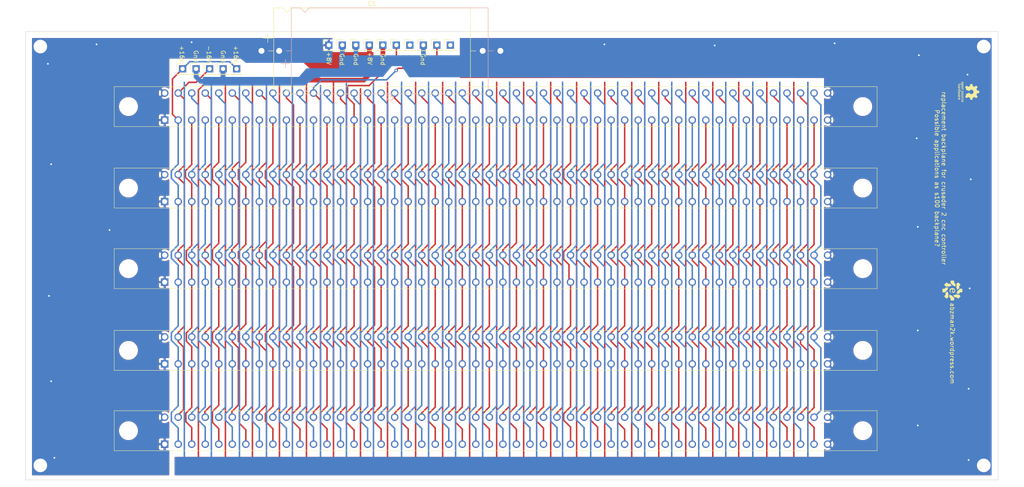
<source format=kicad_pcb>
(kicad_pcb (version 20211014) (generator pcbnew)
  (layers (0 "F.Cu" signal) (31 "B.Cu" signal) (34 "B.Paste" user) (35 "F.Paste" user) (36 "B.SilkS" user "B.Silkscreen") (37 "F.SilkS" user "F.Silkscreen") (38 "B.Mask" user) (39 "F.Mask" user) (44 "Edge.Cuts" user))
  (net 0 "")
  (net 1 "VCC")
  (net 2 "/3")
  (net 3 "/4")
  (net 4 "/5")
  (net 5 "/6")
  (net 6 "/7")
  (net 7 "/8")
  (net 8 "/9")
  (net 9 "/10")
  (net 10 "/11")
  (net 11 "/12")
  (net 12 "/13")
  (net 13 "/14")
  (net 14 "/15")
  (net 15 "/16")
  (net 16 "/17")
  (net 17 "/18")
  (net 18 "/19")
  (net 19 "/20")
  (net 20 "/21")
  (net 21 "/22")
  (net 22 "/23")
  (net 23 "/24")
  (net 24 "/25")
  (net 25 "/26")
  (net 26 "/27")
  (net 27 "/28")
  (net 28 "/29")
  (net 29 "/31")
  (net 30 "/32")
  (net 31 "/33")
  (net 32 "/34")
  (net 33 "/35")
  (net 34 "/36")
  (net 35 "/37")
  (net 36 "/38")
  (net 37 "/39")
  (net 38 "/40")
  (net 39 "/41")
  (net 40 "/42")
  (net 41 "/43")
  (net 42 "/44")
  (net 43 "/45")
  (net 44 "/46")
  (net 45 "/47")
  (net 46 "/48")
  (net 47 "/49")
  (net 48 "/50")
  (net 49 "/51")
  (net 50 "/52")
  (net 51 "/53")
  (net 52 "/54")
  (net 53 "/55")
  (net 54 "/56")
  (net 55 "/57")
  (net 56 "/58")
  (net 57 "/59")
  (net 58 "/60")
  (net 59 "/61")
  (net 60 "/62")
  (net 61 "/63")
  (net 62 "/64")
  (net 63 "/65")
  (net 64 "/66")
  (net 65 "/67")
  (net 66 "/68")
  (net 67 "/69")
  (net 68 "/70")
  (net 69 "/71")
  (net 70 "/72")
  (net 71 "/73")
  (net 72 "/74")
  (net 73 "/75")
  (net 74 "/76")
  (net 75 "/77")
  (net 76 "/78")
  (net 77 "/79")
  (net 78 "/80")
  (net 79 "/81")
  (net 80 "/82")
  (net 81 "/83")
  (net 82 "/84")
  (net 83 "/85")
  (net 84 "/86")
  (net 85 "/87")
  (net 86 "/88")
  (net 87 "/89")
  (net 88 "/90")
  (net 89 "/91")
  (net 90 "/92")
  (net 91 "/93")
  (net 92 "/94")
  (net 93 "/95")
  (net 94 "/96")
  (net 95 "/97")
  (net 96 "/98")
  (net 97 "GND")
  (net 100 "/30")
  (net 101 "Net-(C1-Pad1)")
  (net 102 "Net-(C1-Pad2)")
  (footprint "MountingHole:MountingHole_3.2mm_M3" (layer "F.Cu") (at 261.366 42.418)
    (fp_text reference "REF**" hide)
    (fp_text value "MountingHole_3.2mm_M3")
  )
  (footprint "Connector_PinHeader_2.54mm:PinHeader_1x01_P2.54mm_Vertical" (layer "F.Cu") (at 76.231 47.664)
    (fp_text reference "J7" hide)
    (fp_text value "Conn_01x01")
  )
  (footprint "Connector_PinHeader_2.54mm:PinHeader_1x01_P2.54mm_Vertical" (layer "F.Cu") (at 107.436 42.074)
    (fp_text reference "J11" hide)
    (fp_text value "Conn_01x01")
  )
  (footprint "Evan's misc parts:346100520802" (layer "F.Cu") (at 68.846 117.084)
    (fp_text reference "J1" hide)
    (fp_text value "346-100-520-802" hide)
  )
  (footprint "Connector_PinHeader_2.54mm:PinHeader_1x01_P2.54mm_Vertical" (layer "F.Cu") (at 82.581 47.664)
    (fp_text reference "J9" hide)
    (fp_text value "Conn_01x01")
  )
  (footprint "Evan's misc parts:346100520802" (layer "F.Cu") (at 68.846 135.974)
    (fp_text reference "J5" hide)
    (fp_text value "346-100-520-802" hide)
  )
  (footprint "Connector_PinHeader_2.54mm:PinHeader_1x01_P2.54mm_Vertical" (layer "F.Cu") (at 123.311 42.074)
    (fp_text reference "J16" hide)
    (fp_text value "Conn_01x01")
  )
  (footprint "MountingHole:MountingHole_3.2mm_M3" (layer "F.Cu") (at 261.366 140.97)
    (fp_text reference "REF**" hide)
    (fp_text value "MountingHole_3.2mm_M3")
  )
  (footprint "Connector_PinHeader_2.54mm:PinHeader_1x01_P2.54mm_Vertical" (layer "F.Cu") (at 129.661 42.074)
    (fp_text reference "J18" hide)
    (fp_text value "Conn_01x01")
  )
  (footprint "Connector_PinHeader_2.54mm:PinHeader_1x01_P2.54mm_Vertical" (layer "F.Cu") (at 126.486 42.074)
    (fp_text reference "J17" hide)
    (fp_text value "Conn_01x01")
  )
  (footprint "Evan's misc parts:346100520802" (layer "F.Cu") (at 68.846 59.714)
    (fp_text reference "J4" hide)
    (fp_text value "346-100-520-802" hide)
  )
  (footprint "Connector_PinHeader_2.54mm:PinHeader_1x01_P2.54mm_Vertical" (layer "F.Cu") (at 113.786 42.074)
    (fp_text reference "J13" hide)
    (fp_text value "Conn_01x01")
  )
  (footprint "Evan's misc parts:OSHW gear" (layer "F.Cu") (at 257.81 53.086 -90)
    (fp_text reference "G***" hide)
    (fp_text value "LOGO" hide)
  )
  (footprint "Connector_PinHeader_2.54mm:PinHeader_1x01_P2.54mm_Vertical" (layer "F.Cu") (at 85.756 47.664)
    (fp_text reference "J10" hide)
    (fp_text value "Conn_01x01")
  )
  (footprint "MountingHole:MountingHole_3.2mm_M3" (layer "F.Cu") (at 39.624 42.418)
    (fp_text reference "REF**" hide)
    (fp_text value "MountingHole_3.2mm_M3")
  )
  (footprint "Connector_PinHeader_2.54mm:PinHeader_1x01_P2.54mm_Vertical" (layer "F.Cu") (at 73.056 47.664)
    (fp_text reference "J6" hide)
    (fp_text value "Conn_01x01")
  )
  (footprint "Evan's misc parts:346100520802" (layer "F.Cu") (at 68.846 78.894)
    (fp_text reference "J3" hide)
    (fp_text value "346-100-520-802" hide)
  )
  (footprint "Connector_PinHeader_2.54mm:PinHeader_1x01_P2.54mm_Vertical" (layer "F.Cu") (at 120.136 42.074)
    (fp_text reference "J15" hide)
    (fp_text value "Conn_01x01")
  )
  (footprint "Evan's misc parts:346100520802" (layer "F.Cu") (at 68.846 97.854)
    (fp_text reference "J2" hide)
    (fp_text value "346-100-520-802" hide)
  )
  (footprint "MountingHole:MountingHole_3.2mm_M3" (layer "F.Cu") (at 39.624 140.97)
    (fp_text reference "REF**" hide)
    (fp_text value "MountingHole_3.2mm_M3")
  )
  (footprint "Connector_PinHeader_2.54mm:PinHeader_1x01_P2.54mm_Vertical" (layer "F.Cu") (at 110.611 42.074)
    (fp_text reference "J12" hide)
    (fp_text value "Conn_01x01")
  )
  (footprint "Capacitor_THT:CP_Axial_L46.0mm_D20.0mm_P52.00mm_Horizontal" (layer "F.Cu") (at 91.602 43.434)
    (fp_text reference "C1")
    (fp_text value "200nf")
  )
  (footprint "Connector_PinHeader_2.54mm:PinHeader_1x01_P2.54mm_Vertical" (layer "F.Cu") (at 132.836 42.074)
    (fp_text reference "J19" hide)
    (fp_text value "Conn_01x01")
  )
  (footprint "Connector_PinHeader_2.54mm:PinHeader_1x01_P2.54mm_Vertical" (layer "F.Cu") (at 116.961 42.074)
    (fp_text reference "J14" hide)
    (fp_text value "Conn_01x01")
  )
  (footprint "Connector_PinHeader_2.54mm:PinHeader_1x01_P2.54mm_Vertical" (layer "F.Cu") (at 79.406 47.664)
    (fp_text reference "J8" hide)
    (fp_text value "Conn_01x01")
  )
  (footprint "Evan's misc parts:Evan Logo" (layer "F.Cu") (at 254 99.822 -90)
    (fp_text reference "G***" hide)
    (fp_text value "LOGO" hide)
  )
  (footprint "Connector_PinHeader_2.54mm:PinHeader_1x01_P2.54mm_Vertical" (layer "F.Cu") (at 136.011 42.074)
    (fp_text reference "J20" hide)
    (fp_text value "Conn_01x01")
  )
  (footprint "Capacitor_THT:CP_Axial_L46.0mm_D20.0mm_P52.00mm_Horizontal" (layer "B.Cu") (at 95.758 43.434)
    (fp_text reference "C2")
    (fp_text value "1000uF 10v")
  )
  (gr_line (start 264.736 144.394) (end 264.736 38.894) (layer "Edge.Cuts") (width 0.1))
  (gr_line (start 36.136 144.394) (end 264.736 144.394) (layer "Edge.Cuts") (width 0.1))
  (gr_line (start 36.136 38.894) (end 36.136 144.394) (layer "Edge.Cuts") (width 0.1))
  (gr_line (start 264.736 38.894) (end 36.136 38.894) (layer "Edge.Cuts") (width 0.1))
  (gr_text "PCB426B" (at 258.116 86.274 270) (layer "F.Cu") (effects (font (size 2.8 2.8) (thickness 0.3))))
  (gr_text "Gnd" (at 110.49 45.466 270) (layer "F.SilkS") (effects (font (size 1 1))))
  (gr_text "+8V" (at 107.442 45.212 270) (layer "F.SilkS") (effects (font (size 1 1))))
  (gr_text "+8V" (at 117.094 45.212 270) (layer "F.SilkS") (effects (font (size 1 1))))
  (gr_text "Gnd" (at 76.2 44.704 270) (layer "F.SilkS") (effects (font (size 1 1))))
  (gr_text "abzman2k.wordpress.com" (at 254 112.268 270) (layer "F.SilkS") (effects (font (size 1 1))))
  (gr_text "-16V" (at 79.248 44.196 270) (layer "F.SilkS") (effects (font (size 1 1))))
  (gr_text "Gnd" (at 82.581 44.704 270) (layer "F.SilkS") (effects (font (size 1 1))))
  (gr_text "Gnd" (at 129.54 45.466 270) (layer "F.SilkS") (effects (font (size 1 1))))
  (gr_text "+16V" (at 85.598 44.196 270) (layer "F.SilkS") (effects (font (size 1 1))))
  (gr_text "+16V" (at 72.898 44.196 270) (layer "F.SilkS") (effects (font (size 1 1))))
  (gr_text "Gnd" (at 120.142 45.466 270) (layer "F.SilkS") (effects (font (size 1 1))))
  (gr_text "Gnd" (at 113.792 45.466 270) (layer "F.SilkS") (effects (font (size 1 1))))
  (gr_text "replacement backplane for crusader 2 cnc controller\nPossible applications as s100 backplane?" (at 251.206 73.406 270) (layer "F.SilkS") (effects (font (size 1 1))))
  (segment (start 116.961 42.074) (end 116.961 44.683) (width 1.1) (layer "F.Cu") (net 1))
  (via (at 41.656 101.092) (size 0.8) (drill 0.4) (layers "F.Cu" "B.Cu") (net 1))
  (via (at 52.832 41.91) (size 0.8) (drill 0.4) (layers "F.Cu" "B.Cu") (net 1))
  (via (at 55.88 85.598) (size 0.8) (drill 0.4) (layers "F.Cu" "B.Cu") (net 1))
  (via (at 41.402 46.482) (size 0.8) (drill 0.4) (layers "F.Cu" "B.Cu") (net 1))
  (via (at 42.164 121.158) (size 0.8) (drill 0.4) (layers "F.Cu" "B.Cu") (net 1))
  (via (at 42.164 70.104) (size 0.8) (drill 0.4) (layers "F.Cu" "B.Cu") (net 1))
  (via (at 75.184 41.402) (size 0.8) (drill 0.4) (layers "F.Cu" "B.Cu") (net 1))
  (via (at 42.926 139.192) (size 0.8) (drill 0.4) (layers "F.Cu" "B.Cu") (net 1))
  (segment (start 70.68 58.368) (end 70.68 50.04) (width 0.35) (layer "F.Cu") (net 2))
  (segment (start 72.026 59.714) (end 70.68 58.368) (width 0.35) (layer "F.Cu") (net 2))
  (segment (start 70.68 50.04) (end 73.056 47.664) (width 0.35) (layer "F.Cu") (net 2))
  (segment (start 72.026 132.188) (end 70.426 130.588) (width 0.35) (layer "B.Cu") (net 2))
  (segment (start 72.026 108.16) (end 72.026 97.854) (width 0.35) (layer "B.Cu") (net 2))
  (segment (start 70.426 111.538) (end 70.426 109.76) (width 0.35) (layer "B.Cu") (net 2))
  (segment (start 72.026 75.038) (end 70.426 73.438) (width 0.35) (layer "B.Cu") (net 2))
  (segment (start 70.426 71.66) (end 72.026 70.06) (width 0.35) (layer "B.Cu") (net 2))
  (segment (start 72.026 78.894) (end 72.026 75.038) (width 0.35) (layer "B.Cu") (net 2))
  (segment (start 72.026 113.138) (end 70.426 111.538) (width 0.35) (layer "B.Cu") (net 2))
  (segment (start 70.426 92.234) (end 70.426 90.71) (width 0.35) (layer "B.Cu") (net 2))
  (segment (start 72.026 93.834) (end 70.426 92.234) (width 0.35) (layer "B.Cu") (net 2))
  (segment (start 70.426 130.588) (end 70.426 128.556) (width 0.35) (layer "B.Cu") (net 2))
  (segment (start 72.026 126.956) (end 72.026 117.084) (width 0.35) (layer "B.Cu") (net 2))
  (segment (start 70.426 73.438) (end 70.426 71.66) (width 0.35) (layer "B.Cu") (net 2))
  (segment (start 72.026 117.084) (end 72.026 113.138) (width 0.35) (layer "B.Cu") (net 2))
  (segment (start 72.026 135.974) (end 72.026 132.188) (width 0.35) (layer "B.Cu") (net 2))
  (segment (start 85.756 47.664) (end 84.066 45.974) (width 0.35) (layer "B.Cu") (net 2))
  (segment (start 72.026 97.854) (end 72.026 93.834) (width 0.35) (layer "B.Cu") (net 2))
  (segment (start 84.066 45.974) (end 74.746 45.974) (width 0.35) (layer "B.Cu") (net 2))
  (segment (start 72.026 89.11) (end 72.026 78.894) (width 0.35) (layer "B.Cu") (net 2))
  (segment (start 70.426 109.76) (end 72.026 108.16) (width 0.35) (layer "B.Cu") (net 2))
  (segment (start 72.026 70.06) (end 72.026 59.714) (width 0.35) (layer "B.Cu") (net 2))
  (segment (start 70.426 128.556) (end 72.026 126.956) (width 0.35) (layer "B.Cu") (net 2))
  (segment (start 74.746 45.974) (end 73.056 47.664) (width 0.35) (layer "B.Cu") (net 2))
  (segment (start 70.426 90.71) (end 72.026 89.11) (width 0.35) (layer "B.Cu") (net 2))
  (segment (start 72.026 72.544) (end 71.95 72.62) (width 0.35) (layer "F.Cu") (net 3))
  (segment (start 72.026 109.684) (end 73.474 108.236) (width 0.35) (layer "F.Cu") (net 3))
  (segment (start 74.558 50.832) (end 76.238 50.832) (width 0.35) (layer "F.Cu") (net 3))
  (segment (start 73.278011 113.120011) (end 73.278011 127.852011) (width 0.35) (layer "F.Cu") (net 3))
  (segment (start 71.95 72.468) (end 71.95 71.914) (width 0.35) (layer "F.Cu") (net 3))
  (segment (start 72.026 110.734) (end 72.026 111.868) (width 0.35) (layer "F.Cu") (net 3))
  (segment (start 72.026 111.868) (end 73.278011 113.120011) (width 0.35) (layer "F.Cu") (net 3))
  (segment (start 72.026 110.734) (end 72.026 109.684) (width 0.35) (layer "F.Cu") (net 3))
  (segment (start 71.95 71.914) (end 73.474 70.39) (width 0.35) (layer "F.Cu") (net 3))
  (segment (start 72.026 53.364) (end 73.474 54.812) (width 0.35) (layer "F.Cu") (net 3))
  (segment (start 72.026 91.504) (end 72.026 92.564) (width 0.35) (layer "F.Cu") (net 3))
  (segment (start 73.474 94.012) (end 73.474 108.236) (width 0.35) (layer "F.Cu") (net 3))
  (segment (start 72.026 72.544) (end 71.95 72.468) (width 0.35) (layer "F.Cu") (net 3))
  (segment (start 72.026 129.624) (end 71.95 129.548) (width 0.35) (layer "F.Cu") (net 3))
  (segment (start 72.026 90.38) (end 73.474 88.932) (width 0.35) (layer "F.Cu") (net 3))
  (segment (start 71.95 73.184) (end 73.474 74.708) (width 0.35) (layer "F.Cu") (net 3))
  (segment (start 76.238 50.832) (end 79.406 47.664) (width 0.35) (layer "F.Cu") (net 3))
  (segment (start 71.95 129.548) (end 71.95 129.180022) (width 0.35) (layer "F.Cu") (net 3))
  (segment (start 71.95 129.180022) (end 73.278011 127.852011) (width 0.35) (layer "F.Cu") (net 3))
  (segment (start 72.026 53.364) (end 74.558 50.832) (width 0.35) (layer "F.Cu") (net 3))
  (segment (start 73.474 74.708) (end 73.474 88.932) (width 0.35) (layer "F.Cu") (net 3))
  (segment (start 72.026 91.504) (end 72.026 90.38) (width 0.35) (layer "F.Cu") (net 3))
  (segment (start 73.474 54.812) (end 73.474 70.39) (width 0.35) (layer "F.Cu") (net 3))
  (segment (start 72.026 92.564) (end 73.474 94.012) (width 0.35) (layer "F.Cu") (net 3))
  (segment (start 71.95 72.62) (end 71.95 73.184) (width 0.35) (layer "F.Cu") (net 3))
  (segment (start 73.953989 109.788011) (end 75.206 108.536) (width 0.35) (layer "F.Cu") (net 4))
  (segment (start 75.206 117.084) (end 75.206 127.332) (width 0.35) (layer "F.Cu") (net 4))
  (segment (start 75.206 108.536) (end 75.206 97.854) (width 0.35) (layer "F.Cu") (net 4))
  (segment (start 75.206 89.232) (end 73.953989 90.484011) (width 0.35) (layer "F.Cu") (net 4))
  (segment (start 75.206 78.894) (end 75.206 89.232) (width 0.35) (layer "F.Cu") (net 4))
  (segment (start 75.206 127.332) (end 73.82753 128.71047) (width 0.35) (layer "F.Cu") (net 4))
  (segment (start 75.206 113.016) (end 73.953989 111.763989) (width 0.35) (layer "F.Cu") (net 4))
  (segment (start 73.953989 90.484011) (end 73.953989 92.654851) (width 0.35) (layer "F.Cu") (net 4))
  (segment (start 75.206 78.894) (end 75.206 74.662) (width 0.35) (layer "F.Cu") (net 4))
  (segment (start 73.728 71.66) (end 75.206 70.182) (width 0.35) (layer "F.Cu") (net 4))
  (segment (start 75.206 74.662) (end 73.728 73.184) (width 0.35) (layer "F.Cu") (net 4))
  (segment (start 73.728 73.184) (end 73.728 71.66) (width 0.35) (layer "F.Cu") (net 4))
  (segment (start 75.206 70.182) (end 75.206 59.714) (width 0.35) (layer "F.Cu") (net 4))
  (segment (start 75.206 117.084) (end 75.206 113.016) (width 0.35) (layer "F.Cu") (net 4))
  (segment (start 75.206 132.066) (end 73.82753 130.68753) (width 0.35) (layer "F.Cu") (net 4))
  (segment (start 75.206 135.974) (end 75.206 132.066) (width 0.35) (layer "F.Cu") (net 4))
  (segment (start 73.953989 111.763989) (end 73.953989 109.788011) (width 0.35) (layer "F.Cu") (net 4))
  (segment (start 73.82753 128.71047) (end 73.82753 130.68753) (width 0.35) (layer "F.Cu") (net 4))
  (segment (start 73.953989 92.654851) (end 75.206 93.906862) (width 0.35) (layer "F.Cu") (net 4))
  (segment (start 75.206 93.906862) (end 75.206 97.854) (width 0.35) (layer "F.Cu") (net 4))
  (segment (start 76.776 108.236) (end 76.776 94.266) (width 0.35) (layer "B.Cu") (net 5))
  (segment (start 76.776 56.166) (end 75.206 54.596) (width 0.35) (layer "B.Cu") (net 5))
  (segment (start 75.206 129.624) (end 75.206 128.602) (width 0.35) (layer "B.Cu") (net 5))
  (segment (start 76.776 127.032) (end 76.776 113.57) (width 0.35) (layer "B.Cu") (net 5))
  (segment (start 76.776 75.47) (end 75.206 73.9) (width 0.35) (layer "B.Cu") (net 5))
  (segment (start 75.206 91.504) (end 75.206 90.248) (width 0.35) (layer "B.Cu") (net 5))
  (segment (start 75.206 54.596) (end 75.206 53.364) (width 0.35) (layer "B.Cu") (net 5))
  (segment (start 75.206 92.696) (end 75.206 91.504) (width 0.35) (layer "B.Cu") (net 5))
  (segment (start 75.206 109.806) (end 76.776 108.236) (width 0.35) (layer "B.Cu") (net 5))
  (segment (start 76.776 94.266) (end 75.206 92.696) (width 0.35) (layer "B.Cu") (net 5))
  (segment (start 75.206 112) (end 75.206 110.734) (width 0.35) (layer "B.Cu") (net 5))
  (segment (start 75.206 73.9) (end 75.206 72.544) (width 0.35) (layer "B.Cu") (net 5))
  (segment (start 75.206 90.248) (end 76.776 88.678) (width 0.35) (layer "B.Cu") (net 5))
  (segment (start 75.206 72.544) (end 75.206 71.706) (width 0.35) (layer "B.Cu") (net 5))
  (segment (start 76.776 88.678) (end 76.776 75.47) (width 0.35) (layer "B.Cu") (net 5))
  (segment (start 75.206 128.602) (end 76.776 127.032) (width 0.35) (layer "B.Cu") (net 5))
  (segment (start 76.776 70.136) (end 76.776 56.166) (width 0.35) (layer "B.Cu") (net 5))
  (segment (start 76.776 113.57) (end 75.206 112) (width 0.35) (layer "B.Cu") (net 5))
  (segment (start 75.206 110.734) (end 75.206 109.806) (width 0.35) (layer "B.Cu") (net 5))
  (segment (start 75.206 71.706) (end 76.776 70.136) (width 0.35) (layer "B.Cu") (net 5))
  (segment (start 78.386 108.15) (end 78.386 97.854) (width 0.35) (layer "B.Cu") (net 6))
  (segment (start 76.776 128.81) (end 78.386 127.2) (width 0.35) (layer "B.Cu") (net 6))
  (segment (start 76.776 73.438) (end 76.776 71.66) (width 0.35) (layer "B.Cu") (net 6))
  (segment (start 76.776 90.456) (end 78.386 88.846) (width 0.35) (layer "B.Cu") (net 6))
  (segment (start 78.386 127.2) (end 78.386 117.084) (width 0.35) (layer "B.Cu") (net 6))
  (segment (start 78.386 94.098) (end 76.776 92.488) (width 0.35) (layer "B.Cu") (net 6))
  (segment (start 78.386 70.05) (end 78.386 59.714) (width 0.35) (layer "B.Cu") (net 6))
  (segment (start 76.776 111.538) (end 76.776 109.76) (width 0.35) (layer "B.Cu") (net 6))
  (segment (start 76.776 130.334) (end 76.776 128.81) (width 0.35) (layer "B.Cu") (net 6))
  (segment (start 76.776 71.66) (end 78.386 70.05) (width 0.35) (layer "B.Cu") (net 6))
  (segment (start 78.386 97.854) (end 78.386 94.098) (width 0.35) (layer "B.Cu") (net 6))
  (segment (start 76.776 109.76) (end 78.386 108.15) (width 0.35) (layer "B.Cu") (net 6))
  (segment (start 78.386 131.944) (end 76.776 130.334) (width 0.35) (layer "B.Cu") (net 6))
  (segment (start 78.386 78.894) (end 78.386 75.048) (width 0.35) (layer "B.Cu") (net 6))
  (segment (start 78.386 117.084) (end 78.386 113.148) (width 0.35) (layer "B.Cu") (net 6))
  (segment (start 76.776 92.488) (end 76.776 90.456) (width 0.35) (layer "B.Cu") (net 6))
  (segment (start 78.386 75.048) (end 76.776 73.438) (width 0.35) (layer "B.Cu") (net 6))
  (segment (start 78.386 88.846) (end 78.386 78.894) (width 0.35) (layer "B.Cu") (net 6))
  (segment (start 78.386 113.148) (end 76.776 111.538) (width 0.35) (layer "B.Cu") (net 6))
  (segment (start 78.386 135.974) (end 78.386 131.944) (width 0.35) (layer "B.Cu") (net 6))
  (segment (start 78.3 109.76) (end 78.3 110.648) (width 0.35) (layer "F.Cu") (net 7))
  (segment (start 78.3 91.418) (end 78.386 91.504) (width 0.35) (layer "F.Cu") (net 7))
  (segment (start 79.824 75.216) (end 79.824 88.678) (width 0.35) (layer "F.Cu") (net 7))
  (segment (start 79.824 108.236) (end 78.3 109.76) (width 0.35) (layer "F.Cu") (net 7))
  (segment (start 79.824 88.678) (end 78.3 90.202) (width 0.35) (layer "F.Cu") (net 7))
  (segment (start 78.386 92.574) (end 79.824 94.012) (width 0.35) (layer "F.Cu") (net 7))
  (segment (start 78.386 71.32) (end 78.386 72.544) (width 0.35) (layer "F.Cu") (net 7))
  (segment (start 78.386 110.734) (end 78.386 111.624) (width 0.35) (layer "F.Cu") (net 7))
  (segment (start 79.824 54.802) (end 79.824 69.882) (width 0.35) (layer "F.Cu") (net 7))
  (segment (start 79.824 113.062) (end 79.824 126.778) (width 0.35) (layer "F.Cu") (net 7))
  (segment (start 78.386 111.624) (end 79.824 113.062) (width 0.35) (layer "F.Cu") (net 7))
  (segment (start 78.386 72.544) (end 78.386 73.778) (width 0.35) (layer "F.Cu") (net 7))
  (segment (start 79.824 126.778) (end 78.3 128.302) (width 0.35) (layer "F.Cu") (net 7))
  (segment (start 78.386 53.364) (end 79.824 54.802) (width 0.35) (layer "F.Cu") (net 7))
  (segment (start 78.3 90.202) (end 78.3 91.418) (width 0.35) (layer "F.Cu") (net 7))
  (segment (start 79.824 94.012) (end 79.824 108.236) (width 0.35) (layer "F.Cu") (net 7))
  (segment (start 78.386 73.778) (end 79.824 75.216) (width 0.35) (layer "F.Cu") (net 7))
  (segment (start 78.3 129.538) (end 78.386 129.624) (width 0.35) (layer "F.Cu") (net 7))
  (segment (start 78.3 110.648) (end 78.386 110.734) (width 0.35) (layer "F.Cu") (net 7))
  (segment (start 78.3 128.302) (end 78.3 129.538) (width 0.35) (layer "F.Cu") (net 7))
  (segment (start 78.386 91.504) (end 78.386 92.574) (width 0.35) (layer "F.Cu") (net 7))
  (segment (start 79.824 69.882) (end 78.386 71.32) (width 0.35) (layer "F.Cu") (net 7))
  (segment (start 81.566 78.894) (end 81.566 88.714) (width 0.35) (layer "F.Cu") (net 8))
  (segment (start 81.566 113.28) (end 80.078 111.792) (width 0.35) (layer "F.Cu") (net 8))
  (segment (start 80.078 71.152) (end 81.566 69.664) (width 0.35) (layer "F.Cu") (net 8))
  (segment (start 80.078 130.842) (end 81.566 132.33) (width 0.35) (layer "F.Cu") (net 8))
  (segment (start 80.078 73.692) (end 80.078 71.152) (width 0.35) (layer "F.Cu") (net 8))
  (segment (start 80.078 92.488) (end 81.566 93.976) (width 0.35) (layer "F.Cu") (net 8))
  (segment (start 81.566 132.33) (end 81.566 135.974) (width 0.35) (layer "F.Cu") (net 8))
  (segment (start 81.566 126.814) (end 80.078 128.302) (width 0.35) (layer "F.Cu") (net 8))
  (segment (start 80.078 111.792) (end 80.078 109.76) (width 0.35) (layer "F.Cu") (net 8))
  (segment (start 81.566 108.272) (end 81.566 97.854) (width 0.35) (layer "F.Cu") (net 8))
  (segment (start 81.566 75.18) (end 80.078 73.692) (width 0.35) (layer "F.Cu") (net 8))
  (segment (start 81.566 88.714) (end 80.078 90.202) (width 0.35) (layer "F.Cu") (net 8))
  (segment (start 81.566 78.894) (end 81.566 75.18) (width 0.35) (layer "F.Cu") (net 8))
  (segment (start 80.078 128.302) (end 80.078 130.842) (width 0.35) (layer "F.Cu") (net 8))
  (segment (start 80.078 109.76) (end 81.566 108.272) (width 0.35) (layer "F.Cu") (net 8))
  (segment (start 81.566 69.664) (end 81.566 59.714) (width 0.35) (layer "F.Cu") (net 8))
  (segment (start 80.078 90.202) (end 80.078 92.488) (width 0.35) (layer "F.Cu") (net 8))
  (segment (start 81.566 93.976) (end 81.566 97.854) (width 0.35) (layer "F.Cu") (net 8))
  (segment (start 81.566 117.084) (end 81.566 126.814) (width 0.35) (layer "F.Cu") (net 8))
  (segment (start 81.566 117.084) (end 81.566 113.28) (width 0.35) (layer "F.Cu") (net 8))
  (segment (start 81.566 91.504) (end 81.602 91.468) (width 0.35) (layer "B.Cu") (net 9))
  (segment (start 83.126 94.266) (end 81.566 92.706) (width 0.35) (layer "B.Cu") (net 9))
  (segment (start 81.566 73.656) (end 81.566 72.544) (width 0.35) (layer "B.Cu") (net 9))
  (segment (start 81.566 112.01) (end 81.566 110.734) (width 0.35) (layer "B.Cu") (net 9))
  (segment (start 81.566 71.696) (end 81.566 72.544) (width 0.35) (layer "B.Cu") (net 9))
  (segment (start 81.566 128.846) (end 83.126 127.286) (width 0.35) (layer "B.Cu") (net 9))
  (segment (start 81.566 92.706) (end 81.566 91.504) (width 0.35) (layer "B.Cu") (net 9))
  (segment (start 81.566 109.796) (end 83.126 108.236) (width 0.35) (layer "B.Cu") (net 9))
  (segment (start 83.126 127.286) (end 83.126 113.57) (width 0.35) (layer "B.Cu") (net 9))
  (segment (start 83.126 88.932) (end 83.126 75.216) (width 0.35) (layer "B.Cu") (net 9))
  (segment (start 81.566 54.352) (end 83.126 55.912) (width 0.35) (layer "B.Cu") (net 9))
  (segment (start 83.126 113.57) (end 81.566 112.01) (width 0.35) (layer "B.Cu") (net 9))
  (segment (start 81.602 90.456) (end 83.126 88.932) (width 0.35) (layer "B.Cu") (net 9))
  (segment (start 81.566 129.624) (end 81.566 128.846) (width 0.35) (layer "B.Cu") (net 9))
  (segment (start 83.126 55.912) (end 83.126 70.136) (width 0.35) (layer "B.Cu") (net 9))
  (segment (start 81.566 110.734) (end 81.566 109.796) (width 0.35) (layer "B.Cu") (net 9))
  (segment (start 81.602 91.468) (end 81.602 90.456) (width 0.35) (layer "B.Cu") (net 9))
  (segment (start 83.126 108.236) (end 83.126 94.266) (width 0.35) (layer "B.Cu") (net 9))
  (segment (start 81.566 53.364) (end 81.566 54.352) (width 0.35) (layer "B.Cu") (net 9))
  (segment (start 83.126 75.216) (end 81.566 73.656) (width 0.35) (layer "B.Cu") (net 9))
  (segment (start 83.126 70.136) (end 81.566 71.696) (width 0.35) (layer "B.Cu") (net 9))
  (segment (start 83.126 73.438) (end 83.126 71.66) (width 0.35) (layer "B.Cu") (net 10))
  (segment (start 84.746 89.09) (end 84.746 78.894) (width 0.35) (layer "B.Cu") (net 10))
  (segment (start 83.126 109.76) (end 84.746 108.14) (width 0.35) (layer "B.Cu") (net 10))
  (segment (start 83.126 130.334) (end 83.126 128.81) (width 0.35) (layer "B.Cu") (net 10))
  (segment (start 83.126 92.234) (end 83.126 90.71) (width 0.35) (layer "B.Cu") (net 10))
  (segment (start 84.746 78.894) (end 84.746 75.058) (width 0.35) (layer "B.Cu") (net 10))
  (segment (start 84.746 70.04) (end 84.746 59.714) (width 0.35) (layer "B.Cu") (net 10))
  (segment (start 84.746 131.954) (end 83.126 130.334) (width 0.35) (layer "B.Cu") (net 10))
  (segment (start 84.746 108.14) (end 84.746 97.854) (width 0.35) (layer "B.Cu") (net 10))
  (segment (start 84.746 97.854) (end 84.746 93.854) (width 0.35) (layer "B.Cu") (net 10))
  (segment (start 83.126 71.66) (end 84.746 70.04) (width 0.35) (layer "B.Cu") (net 10))
  (segment (start 84.746 127.19) (end 84.746 117.084) (width 0.35) (layer "B.Cu") (net 10))
  (segment (start 83.126 90.71) (end 84.746 89.09) (width 0.35) (layer "B.Cu") (net 10))
  (segment (start 84.746 117.084) (end 84.746 113.158) (width 0.35) (layer "B.Cu") (net 10))
  (segment (start 84.746 93.854) (end 83.126 92.234) (width 0.35) (layer "B.Cu") (net 10))
  (segment (start 84.746 135.974) (end 84.746 131.954) (width 0.35) (layer "B.Cu") (net 10))
  (segment (start 84.746 75.058) (end 83.126 73.438) (width 0.35) (layer "B.Cu") (net 10))
  (segment (start 84.746 113.158) (end 83.126 111.538) (width 0.35) (layer "B.Cu") (net 10))
  (segment (start 83.126 128.81) (end 84.746 127.19) (width 0.35) (layer "B.Cu") (net 10))
  (segment (start 83.126 111.538) (end 83.126 109.76) (width 0.35) (layer "B.Cu") (net 10))
  (segment (start 86.428 69.374) (end 84.746 71.056) (width 0.35) (layer "F.Cu") (net 11))
  (segment (start 84.65 110.638) (end 84.746 110.734) (width 0.35) (layer "F.Cu") (net 11))
  (segment (start 84.746 91.504) (end 84.746 92.584) (width 0.35) (layer "F.Cu") (net 11))
  (segment (start 84.746 71.056) (end 84.746 72.544) (width 0.35) (layer "F.Cu") (net 11))
  (segment (start 84.746 74.042) (end 86.174 75.47) (width 0.35) (layer "F.Cu") (net 11))
  (segment (start 84.65 128.302) (end 84.65 129.528) (width 0.35) (layer "F.Cu") (net 11))
  (segment (start 86.174 75.47) (end 86.174 88.678) (width 0.35) (layer "F.Cu") (net 11))
  (segment (start 84.746 111.888) (end 86.174 113.316) (width 0.35) (layer "F.Cu") (net 11))
  (segment (start 84.746 53.364) (end 86.428 55.046) (width 0.35) (layer "F.Cu") (net 11))
  (segment (start 84.65 91.408) (end 84.746 91.504) (width 0.35) (layer "F.Cu") (net 11))
  (segment (start 86.174 94.012) (end 86.174 107.982) (width 0.35) (layer "F.Cu") (net 11))
  (segment (start 86.174 126.778) (end 84.65 128.302) (width 0.35) (layer "F.Cu") (net 11))
  (segment (start 86.174 88.678) (end 84.65 90.202) (width 0.35) (layer "F.Cu") (net 11))
  (segment (start 84.746 92.584) (end 86.174 94.012) (width 0.35) (layer "F.Cu") (net 11))
  (segment (start 84.746 72.544) (end 84.746 74.042) (width 0.35) (layer "F.Cu") (net 11))
  (segment (start 86.174 107.982) (end 84.65 109.506) (width 0.35) (layer "F.Cu") (net 11))
  (segment (start 86.428 55.046) (end 86.428 69.374) (width 0.35) (layer "F.Cu") (net 11))
  (segment (start 84.65 109.506) (end 84.65 110.638) (width 0.35) (layer "F.Cu") (net 11))
  (segment (start 84.65 129.528) (end 84.746 129.624) (width 0.35) (layer "F.Cu") (net 11))
  (segment (start 84.746 110.734) (end 84.746 111.888) (width 0.35) (layer "F.Cu") (net 11))
  (segment (start 84.65 90.202) (end 84.65 91.408) (width 0.35) (layer "F.Cu") (net 11))
  (segment (start 86.174 113.316) (end 86.174 126.778) (width 0.35) (layer "F.Cu") (net 11))
  (segment (start 86.174 90.71) (end 87.952 88.932) (width 0.35) (layer "F.Cu") (net 12))
  (segment (start 87.952 88.932) (end 87.926 88.906) (width 0.35) (layer "F.Cu") (net 12))
  (segment (start 87.926 117.084) (end 87.926 126.804) (width 0.35) (layer "F.Cu") (net 12))
  (segment (start 87.926 93.986) (end 86.174 92.234) (width 0.35) (layer "F.Cu") (net 12))
  (segment (start 87.926 75.496) (end 87.926 78.894) (width 0.35) (layer "F.Cu") (net 12))
  (segment (start 87.926 107.702) (end 87.926 97.854) (width 0.35) (layer "F.Cu") (net 12))
  (segment (start 87.926 97.854) (end 87.926 93.986) (width 0.35) (layer "F.Cu") (net 12))
  (segment (start 87.926 88.906) (end 87.926 78.894) (width 0.35) (layer "F.Cu") (net 12))
  (segment (start 86.174 71.406) (end 86.174 73.692) (width 0.35) (layer "F.Cu") (net 12))
  (segment (start 86.174 109.506) (end 87.952 107.728) (width 0.35) (layer "F.Cu") (net 12))
  (segment (start 87.952 75.47) (end 87.926 75.496) (width 0.35) (layer "F.Cu") (net 12))
  (segment (start 87.926 59.714) (end 87.926 69.654) (width 0.35) (layer "F.Cu") (net 12))
  (segment (start 87.926 132.594) (end 87.926 135.974) (width 0.35) (layer "F.Cu") (net 12))
  (segment (start 87.952 107.728) (end 87.926 107.702) (width 0.35) (layer "F.Cu") (net 12))
  (segment (start 86.428 131.096) (end 87.926 132.594) (width 0.35) (layer "F.Cu") (net 12))
  (segment (start 86.174 111.792) (end 86.174 109.506) (width 0.35) (layer "F.Cu") (net 12))
  (segment (start 87.926 69.654) (end 86.174 71.406) (width 0.35) (layer "F.Cu") (net 12))
  (segment (start 87.926 126.804) (end 86.428 128.302) (width 0.35) (layer "F.Cu") (net 12))
  (segment (start 87.926 113.544) (end 86.174 111.792) (width 0.35) (layer "F.Cu") (net 12))
  (segment (start 86.428 128.302) (end 86.428 131.096) (width 0.35) (layer "F.Cu") (net 12))
  (segment (start 86.174 73.692) (end 87.952 75.47) (width 0.35) (layer "F.Cu") (net 12))
  (segment (start 87.926 117.084) (end 87.926 113.544) (width 0.35) (layer "F.Cu") (net 12))
  (segment (start 86.174 92.234) (end 86.174 90.71) (width 0.35) (layer "F.Cu") (net 12))
  (segment (start 89.476 70.136) (end 89.476 55.912) (width 0.35) (layer "B.Cu") (net 13))
  (segment (start 87.926 92.462) (end 87.926 91.504) (width 0.35) (layer "B.Cu") (net 13))
  (segment (start 87.926 54.362) (end 87.926 53.364) (width 0.35) (layer "B.Cu") (net 13))
  (segment (start 87.926 73.666) (end 87.926 72.544) (width 0.35) (layer "B.Cu") (net 13))
  (segment (start 89.476 75.216) (end 87.926 73.666) (width 0.35) (layer "B.Cu") (net 13))
  (segment (start 89.476 113.57) (end 87.926 112.02) (width 0.35) (layer "B.Cu") (net 13))
  (segment (start 89.476 89.186) (end 89.476 75.216) (width 0.35) (layer "B.Cu") (net 13))
  (segment (start 87.926 128.582) (end 89.476 127.032) (width 0.35) (layer "B.Cu") (net 13))
  (segment (start 87.926 71.686) (end 89.476 70.136) (width 0.35) (layer "B.Cu") (net 13))
  (segment (start 87.926 112.02) (end 87.926 110.734) (width 0.35) (layer "B.Cu") (net 13))
  (segment (start 87.926 72.544) (end 87.926 71.686) (width 0.35) (layer "B.Cu") (net 13))
  (segment (start 89.476 94.012) (end 87.926 92.462) (width 0.35) (layer "B.Cu") (net 13))
  (segment (start 87.926 129.624) (end 87.926 128.582) (width 0.35) (layer "B.Cu") (net 13))
  (segment (start 87.926 90.736) (end 89.476 89.186) (width 0.35) (layer "B.Cu") (net 13))
  (segment (start 87.926 110.734) (end 87.926 109.786) (width 0.35) (layer "B.Cu") (net 13))
  (segment (start 87.926 91.504) (end 87.926 90.736) (width 0.35) (layer "B.Cu") (net 13))
  (segment (start 89.476 108.236) (end 89.476 94.012) (width 0.35) (layer "B.Cu") (net 13))
  (segment (start 87.926 109.786) (end 89.476 108.236) (width 0.35) (layer "B.Cu") (net 13))
  (segment (start 89.476 55.912) (end 87.926 54.362) (width 0.35) (layer "B.Cu") (net 13))
  (segment (start 89.476 127.032) (end 89.476 113.57) (width 0.35) (layer "B.Cu") (net 13))
  (segment (start 91.106 117.084) (end 91.106 113.168) (width 0.35) (layer "B.Cu") (net 14))
  (segment (start 89.476 73.438) (end 89.476 71.66) (width 0.35) (layer "B.Cu") (net 14))
  (segment (start 91.106 94.118) (end 89.476 92.488) (width 0.35) (layer "B.Cu") (net 14))
  (segment (start 91.106 75.068) (end 89.476 73.438) (width 0.35) (layer "B.Cu") (net 14))
  (segment (start 89.476 128.81) (end 91.106 127.18) (width 0.35) (layer "B.Cu") (net 14))
  (segment (start 89.476 90.71) (end 91.106 89.08) (width 0.35) (layer "B.Cu") (net 14))
  (segment (start 91.106 89.08) (end 91.106 78.894) (width 0.35) (layer "B.Cu") (net 14))
  (segment (start 91.106 113.168) (end 89.476 111.538) (width 0.35) (layer "B.Cu") (net 14))
  (segment (start 89.476 110.014) (end 91.106 108.384) (width 0.35) (layer "B.Cu") (net 14))
  (segment (start 91.106 97.854) (end 91.106 94.118) (width 0.35) (layer "B.Cu") (net 14))
  (segment (start 91.106 108.384) (end 91.106 97.854) (width 0.35) (layer "B.Cu") (net 14))
  (segment (start 89.476 92.488) (end 89.476 90.71) (width 0.35) (layer "B.Cu") (net 14))
  (segment (start 91.106 135.974) (end 91.106 132.218) (width 0.35) (layer "B.Cu") (net 14))
  (segment (start 89.476 71.66) (end 91.106 70.03) (width 0.35) (layer "B.Cu") (net 14))
  (segment (start 89.476 130.588) (end 89.476 128.81) (width 0.35) (layer "B.Cu") (net 14))
  (segment (start 89.476 111.538) (end 89.476 110.014) (width 0.35) (layer "B.Cu") (net 14))
  (segment (start 91.106 70.03) (end 91.106 59.714) (width 0.35) (layer "B.Cu") (net 14))
  (segment (start 91.106 132.218) (end 89.476 130.588) (width 0.35) (layer "B.Cu") (net 14))
  (segment (start 91.106 78.894) (end 91.106 75.068) (width 0.35) (layer "B.Cu") (net 14))
  (segment (start 91.106 127.18) (end 91.106 117.084) (width 0.35) (layer "B.Cu") (net 14))
  (segment (start 91.106 89.842) (end 92.778 88.17) (width 0.35) (layer "F.Cu") (net 15))
  (segment (start 91.106 53.364) (end 92.778 55.036) (width 0.35) (layer "F.Cu") (net 15))
  (segment (start 92.778 126.778) (end 92.778 114.078) (width 0.35) (layer "F.Cu") (net 15))
  (segment (start 92.778 69.628) (end 91.106 71.3) (width 0.35) (layer "F.Cu") (net 15))
  (segment (start 91.106 93.102) (end 91.106 91.504) (width 0.35) (layer "F.Cu") (net 15))
  (segment (start 92.778 94.774) (end 91.106 93.102) (width 0.35) (layer "F.Cu") (net 15))
  (segment (start 91.106 110.734) (end 91.106 109.4) (width 0.35) (layer "F.Cu") (net 15))
  (segment (start 91.106 74.052) (end 91.106 72.544) (width 0.35) (layer "F.Cu") (net 15))
  (segment (start 91.106 129.624) (end 91.106 128.45) (width 0.35) (layer "F.Cu") (net 15))
  (segment (start 92.778 75.724) (end 91.106 74.052) (width 0.35) (layer "F.Cu") (net 15))
  (segment (start 91.106 112.406) (end 91.106 110.734) (width 0.35) (layer "F.Cu") (net 15))
  (segment (start 92.778 114.078) (end 91.106 112.406) (width 0.35) (layer "F.Cu") (net 15))
  (segment (start 91.106 91.504) (end 91.106 89.842) (width 0.35) (layer "F.Cu") (net 15))
  (segment (start 92.778 107.728) (end 92.778 94.774) (width 0.35) (layer "F.Cu") (net 15))
  (segment (start 91.106 71.3) (end 91.106 72.544) (width 0.35) (layer "F.Cu") (net 15))
  (segment (start 92.778 55.036) (end 92.778 69.628) (width 0.35) (layer "F.Cu") (net 15))
  (segment (start 92.778 88.17) (end 92.778 75.724) (width 0.35) (layer "F.Cu") (net 15))
  (segment (start 91.106 109.4) (end 92.778 107.728) (width 0.35) (layer "F.Cu") (net 15))
  (segment (start 91.106 128.45) (end 92.778 126.778) (width 0.35) (layer "F.Cu") (net 15))
  (segment (start 94.302 108.236) (end 94.286 108.22) (width 0.35) (layer "F.Cu") (net 16))
  (segment (start 92.524 90.456) (end 94.302 88.678) (width 0.35) (layer "F.Cu") (net 16))
  (segment (start 92.524 71.66) (end 92.524 73.438) (width 0.35) (layer "F.Cu") (net 16))
  (segment (start 94.286 97.854) (end 94.286 94.25) (width 0.35) (layer "F.Cu") (net 16))
  (segment (start 94.286 88.662) (end 94.286 78.894) (width 0.35) (layer "F.Cu") (net 16))
  (segment (start 94.302 127.032) (end 94.286 127.016) (width 0.35) (layer "F.Cu") (net 16))
  (segment (start 94.286 59.714) (end 94.286 69.898) (width 0.35) (layer "F.Cu") (net 16))
  (segment (start 94.286 69.898) (end 92.524 71.66) (width 0.35) (layer "F.Cu") (net 16))
  (segment (start 94.286 117.084) (end 94.286 113.554) (width 0.35) (layer "F.Cu") (net 16))
  (segment (start 94.286 108.22) (end 94.286 97.854) (width 0.35) (layer "F.Cu") (net 16))
  (segment (start 94.302 88.678) (end 94.286 88.662) (width 0.35) (layer "F.Cu") (net 16))
  (segment (start 94.286 132.35) (end 92.524 130.588) (width 0.35) (layer "F.Cu") (net 16))
  (segment (start 94.286 127.016) (end 94.286 117.084) (width 0.35) (layer "F.Cu") (net 16))
  (segment (start 92.524 73.438) (end 94.286 75.2) (width 0.35) (layer "F.Cu") (net 16))
  (segment (start 92.524 110.014) (end 94.302 108.236) (width 0.35) (layer "F.Cu") (net 16))
  (segment (start 92.524 111.792) (end 92.524 110.014) (width 0.35) (layer "F.Cu") (net 16))
  (segment (start 94.286 94.25) (end 92.524 92.488) (width 0.35) (layer "F.Cu") (net 16))
  (segment (start 92.524 130.588) (end 92.524 128.81) (width 0.35) (layer "F.Cu") (net 16))
  (segment (start 92.524 92.488) (end 92.524 90.456) (width 0.35) (layer "F.Cu") (net 16))
  (segment (start 94.286 113.554) (end 92.524 111.792) (width 0.35) (layer "F.Cu") (net 16))
  (segment (start 94.286 135.974) (end 94.286 132.35) (width 0.35) (layer "F.Cu") (net 16))
  (segment (start 92.524 128.81) (end 94.302 127.032) (width 0.35) (layer "F.Cu") (net 16))
  (segment (start 94.286 75.2) (end 94.286 78.894) (width 0.35) (layer "F.Cu") (net 16))
  (segment (start 94.286 110.734) (end 94.286 109.776) (width 0.35) (layer "B.Cu") (net 17))
  (segment (start 95.826 88.932) (end 95.826 77.248) (width 0.35) (layer "B.Cu") (net 17))
  (segment (start 95.826 127.286) (end 95.826 113.316) (width 0.35) (layer "B.Cu") (net 17))
  (segment (start 94.286 109.776) (end 95.826 108.236) (width 0.35) (layer "B.Cu") (net 17))
  (segment (start 94.286 73.676) (end 94.556 73.946) (width 0.35) (layer "B.Cu") (net 17))
  (segment (start 95.826 75.216) (end 94.556 73.946) (width 0.35) (layer "B.Cu") (net 17))
  (segment (start 94.286 90.472) (end 95.826 88.932) (width 0.35) (layer "B.Cu") (net 17))
  (segment (start 94.286 54.372) (end 95.826 55.912) (width 0.35) (layer "B.Cu") (net 17))
  (segment (start 95.826 70.136) (end 95.826 55.912) (width 0.35) (layer "B.Cu") (net 17))
  (segment (start 94.286 128.826) (end 95.826 127.286) (width 0.35) (layer "B.Cu") (net 17))
  (segment (start 95.826 94.012) (end 94.286 92.472) (width 0.35) (layer "B.Cu") (net 17))
  (segment (start 94.286 71.676) (end 95.826 70.136) (width 0.35) (layer "B.Cu") (net 17))
  (segment (start 95.826 77.248) (end 95.826 75.216) (width 0.35) (layer "B.Cu") (net 17))
  (segment (start 94.286 129.624) (end 94.286 128.826) (width 0.35) (layer "B.Cu") (net 17))
  (segment (start 94.286 91.504) (end 94.286 90.472) (width 0.35) (layer "B.Cu") (net 17))
  (segment (start 94.286 53.364) (end 94.286 54.372) (width 0.35) (layer "B.Cu") (net 17))
  (segment (start 94.286 92.472) (end 94.286 91.504) (width 0.35) (layer "B.Cu") (net 17))
  (segment (start 94.286 72.544) (end 94.286 73.676) (width 0.35) (layer "B.Cu") (net 17))
  (segment (start 94.286 72.544) (end 94.286 71.676) (width 0.35) (layer "B.Cu") (net 17))
  (segment (start 95.826 108.236) (end 95.826 94.012) (width 0.35) (layer "B.Cu") (net 17))
  (segment (start 94.556 73.946) (end 94.302 73.692) (width 0.35) (layer "B.Cu") (net 17))
  (segment (start 94.286 111.776) (end 94.286 110.734) (width 0.35) (layer "B.Cu") (net 17))
  (segment (start 95.826 113.316) (end 94.286 111.776) (width 0.35) (layer "B.Cu") (net 17))
  (segment (start 97.466 127.17) (end 97.466 117.084) (width 0.35) (layer "B.Cu") (net 18))
  (segment (start 95.826 92.234) (end 95.826 90.71) (width 0.35) (layer "B.Cu") (net 18))
  (segment (start 97.466 89.07) (end 97.466 78.894) (width 0.35) (layer "B.Cu") (net 18))
  (segment (start 97.466 135.974) (end 97.466 132.228) (width 0.35) (layer "B.Cu") (net 18))
  (segment (start 95.826 73.438) (end 95.826 71.66) (width 0.35) (layer "B.Cu") (net 18))
  (segment (start 95.826 111.538) (end 95.826 109.76) (width 0.35) (layer "B.Cu") (net 18))
  (segment (start 95.826 90.71) (end 97.466 89.07) (width 0.35) (layer "B.Cu") (net 18))
  (segment (start 97.466 75.078) (end 95.826 73.438) (width 0.35) (layer "B.Cu") (net 18))
  (segment (start 97.466 117.084) (end 97.466 113.178) (width 0.35) (layer "B.Cu") (net 18))
  (segment (start 97.466 132.228) (end 95.826 130.588) (width 0.35) (layer "B.Cu") (net 18))
  (segment (start 95.826 128.81) (end 97.466 127.17) (width 0.35) (layer "B.Cu") (net 18))
  (segment (start 95.826 130.588) (end 95.826 128.81) (width 0.35) (layer "B.Cu") (net 18))
  (segment (start 97.466 97.854) (end 97.466 93.874) (width 0.35) (layer "B.Cu") (net 18))
  (segment (start 97.466 108.12) (end 97.466 97.854) (width 0.35) (layer "B.Cu") (net 18))
  (segment (start 97.466 93.874) (end 95.826 92.234) (width 0.35) (layer "B.Cu") (net 18))
  (segment (start 97.466 70.02) (end 97.466 59.714) (width 0.35) (layer "B.Cu") (net 18))
  (segment (start 97.466 113.178) (end 95.826 111.538) (width 0.35) (layer "B.Cu") (net 18))
  (segment (start 97.466 78.894) (end 97.466 75.078) (width 0.35) (layer "B.Cu") (net 18))
  (segment (start 95.826 71.66) (end 97.466 70.02) (width 0.35) (layer "B.Cu") (net 18))
  (segment (start 95.826 109.76) (end 97.466 108.12) (width 0.35) (layer "B.Cu") (net 18))
  (segment (start 97.466 92.604) (end 97.466 91.504) (width 0.35) (layer "F.Cu") (net 19))
  (segment (start 97.466 72.544) (end 97.466 71.29) (width 0.35) (layer "F.Cu") (net 19))
  (segment (start 97.466 91.504) (end 97.466 90.34) (width 0.35) (layer "F.Cu") (net 19))
  (segment (start 98.874 113.316) (end 97.466 111.908) (width 0.35) (layer "F.Cu") (net 19))
  (segment (start 99.128 94.266) (end 97.466 92.604) (width 0.35) (layer "F.Cu") (net 19))
  (segment (start 97.466 109.644) (end 99.128 107.982) (width 0.35) (layer "F.Cu") (net 19))
  (segment (start 99.128 88.678) (end 99.128 75.47) (width 0.35) (layer "F.Cu") (net 19))
  (segment (start 97.466 54.504) (end 97.466 53.364) (width 0.35) (layer "F.Cu") (net 19))
  (segment (start 99.128 107.982) (end 99.128 94.266) (width 0.35) (layer "F.Cu") (net 19))
  (segment (start 97.466 129.624) (end 97.466 128.44) (width 0.35) (layer "F.Cu") (net 19))
  (segment (start 97.466 110.734) (end 97.466 109.644) (width 0.35) (layer "F.Cu") (net 19))
  (segment (start 97.466 73.808) (end 97.466 72.544) (width 0.35) (layer "F.Cu") (net 19))
  (segment (start 97.466 71.29) (end 99.128 69.628) (width 0.35) (layer "F.Cu") (net 19))
  (segment (start 97.466 111.908) (end 97.466 110.734) (width 0.35) (layer "F.Cu") (net 19))
  (segment (start 97.466 90.34) (end 99.128 88.678) (width 0.35) (layer "F.Cu") (net 19))
  (segment (start 99.128 56.166) (end 97.466 54.504) (width 0.35) (layer "F.Cu") (net 19))
  (segment (start 98.874 127.032) (end 98.874 113.316) (width 0.35) (layer "F.Cu") (net 19))
  (segment (start 99.128 69.628) (end 99.128 56.166) (width 0.35) (layer "F.Cu") (net 19))
  (segment (start 99.128 75.47) (end 97.466 73.808) (width 0.35) (layer "F.Cu") (net 19))
  (segment (start 97.466 128.44) (end 98.874 127.032) (width 0.35) (layer "F.Cu") (net 19))
  (segment (start 100.652 69.882) (end 100.646 69.876) (width 0.35) (layer "F.Cu") (net 20))
  (segment (start 100.652 88.932) (end 100.646 88.926) (width 0.35) (layer "F.Cu") (net 20))
  (segment (start 98.874 92.488) (end 98.874 90.71) (width 0.35) (layer "F.Cu") (net 20))
  (segment (start 100.652 127.032) (end 100.646 127.026) (width 0.35) (layer "F.Cu") (net 20))
  (segment (start 98.874 90.71) (end 100.652 88.932) (width 0.35) (layer "F.Cu") (net 20))
  (segment (start 100.646 97.854) (end 100.646 94.26) (width 0.35) (layer "F.Cu") (net 20))
  (segment (start 98.874 111.792) (end 98.874 109.506) (width 0.35) (layer "F.Cu") (net 20))
  (segment (start 100.646 113.564) (end 98.874 111.792) (width 0.35) (layer "F.Cu") (net 20))
  (segment (start 98.874 109.506) (end 100.652 107.728) (width 0.35) (layer "F.Cu") (net 20))
  (segment (start 100.646 117.084) (end 100.646 113.564) (width 0.35) (layer "F.Cu") (net 20))
  (segment (start 100.646 127.026) (end 100.646 117.084) (width 0.35) (layer "F.Cu") (net 20))
  (segment (start 100.646 135.974) (end 100.646 132.36) (width 0.35) (layer "F.Cu") (net 20))
  (segment (start 100.646 88.926) (end 100.646 78.894) (width 0.35) (layer "F.Cu") (net 20))
  (segment (start 98.874 130.588) (end 98.874 128.81) (width 0.35) (layer "F.Cu") (net 20))
  (segment (start 100.652 107.728) (end 100.646 107.722) (width 0.35) (layer "F.Cu") (net 20))
  (segment (start 100.646 78.894) (end 100.646 75.21) (width 0.35) (layer "F.Cu") (net 20))
  (segment (start 98.874 73.438) (end 98.874 71.66) (width 0.35) (layer "F.Cu") (net 20))
  (segment (start 100.646 94.26) (end 98.874 92.488) (width 0.35) (layer "F.Cu") (net 20))
  (segment (start 98.874 71.66) (end 100.652 69.882) (width 0.35) (layer "F.Cu") (net 20))
  (segment (start 100.646 75.21) (end 98.874 73.438) (width 0.35) (layer "F.Cu") (net 20))
  (segment (start 100.646 107.722) (end 100.646 97.854) (width 0.35) (layer "F.Cu") (net 20))
  (segment (start 100.646 69.876) (end 100.646 59.714) (width 0.35) (layer "F.Cu") (net 20))
  (segment (start 98.874 128.81) (end 100.652 127.032) (width 0.35) (layer "F.Cu") (net 20))
  (segment (start 100.646 132.36) (end 98.874 130.588) (width 0.35) (layer "F.Cu") (net 20))
  (segment (start 100.646 90.462) (end 100.646 91.504) (width 0.35) (layer "B.Cu") (net 21))
  (segment (start 102.176 69.882) (end 100.646 71.412) (width 0.35) (layer "B.Cu") (net 21))
  (segment (start 100.646 128.562) (end 100.646 129.624) (width 0.35) (layer "B.Cu") (net 21))
  (segment (start 100.646 73.432) (end 102.176 74.962) (width 0.35) (layer "B.Cu") (net 21))
  (segment (start 102.176 94.012) (end 102.176 107.982) (width 0.35) (layer "B.Cu") (net 21))
  (segment (start 100.646 92.482) (end 102.176 94.012) (width 0.35) (layer "B.Cu") (net 21))
  (segment (start 100.646 110.734) (end 100.646 112.04) (width 0.35) (layer "B.Cu") (net 21))
  (segment (start 100.646 53.364) (end 100.646 54.382) (width 0.35) (layer "B.Cu") (net 21))
  (segment (start 100.646 91.504) (end 100.646 92.482) (width 0.35) (layer "B.Cu") (net 21))
  (segment (start 102.176 55.912) (end 102.176 69.882) (width 0.35) (layer "B.Cu") (net 21))
  (segment (start 102.176 113.57) (end 102.176 127.032) (width 0.35) (layer "B.Cu") (net 21))
  (segment (start 102.176 127.032) (end 100.646 128.562) (width 0.35) (layer "B.Cu") (net 21))
  (segment (start 102.176 107.982) (end 100.646 109.512) (width 0.35) (layer "B.Cu") (net 21))
  (segment (start 100.646 109.512) (end 100.646 110.734) (width 0.35) (layer "B.Cu") (net 21))
  (segment (start 102.176 74.962) (end 102.176 88.932) (width 0.35) (layer "B.Cu") (net 21))
  (segment (start 100.646 112.04) (end 102.176 113.57) (width 0.35) (layer "B.Cu") (net 21))
  (segment (start 100.646 72.544) (end 100.646 73.432) (width 0.35) (layer "B.Cu") (net 21))
  (segment (start 102.176 88.932) (end 100.646 90.462) (width 0.35) (layer "B.Cu") (net 21))
  (segment (start 100.646 54.382) (end 102.176 55.912) (width 0.35) (layer "B.Cu") (net 21))
  (segment (start 100.646 71.412) (end 100.646 72.544) (width 0.35) (layer "B.Cu") (net 21))
  (segment (start 102.176 130.334) (end 102.176 128.81) (width 0.35) (layer "B.Cu") (net 22))
  (segment (start 103.826 75.088) (end 102.176 73.438) (width 0.35) (layer "B.Cu") (net 22))
  (segment (start 102.176 110.014) (end 103.826 108.364) (width 0.35) (layer "B.Cu") (net 22))
  (segment (start 103.826 131.984) (end 102.176 130.334) (width 0.35) (layer "B.Cu") (net 22))
  (segment (start 103.826 89.06) (end 103.826 78.894) (width 0.35) (layer "B.Cu") (net 22))
  (segment (start 103.826 97.854) (end 103.826 94.138) (width 0.35) (layer "B.Cu") (net 22))
  (segment (start 103.826 70.01) (end 103.826 59.714) (width 0.35) (layer "B.Cu") (net 22))
  (segment (start 102.176 73.438) (end 102.176 71.66) (width 0.35) (layer "B.Cu") (net 22))
  (segment (start 103.826 108.364) (end 103.826 97.854) (width 0.35) (layer "B.Cu") (net 22))
  (segment (start 103.826 78.894) (end 103.826 75.088) (width 0.35) (layer "B.Cu") (net 22))
  (segment (start 103.826 117.084) (end 103.826 113.188) (width 0.35) (layer "B.Cu") (net 22))
  (segment (start 103.826 135.974) (end 103.826 131.984) (width 0.35) (layer "B.Cu") (net 22))
  (segment (start 103.826 94.138) (end 102.176 92.488) (width 0.35) (layer "B.Cu") (net 22))
  (segment (start 103.826 127.16) (end 103.826 117.084) (width 0.35) (layer "B.Cu") (net 22))
  (segment (start 102.176 71.66) (end 103.826 70.01) (width 0.35) (layer "B.Cu") (net 22))
  (segment (start 103.826 113.188) (end 102.176 111.538) (width 0.35) (layer "B.Cu") (net 22))
  (segment (start 102.176 128.81) (end 103.826 127.16) (width 0.35) (layer "B.Cu") (net 22))
  (segment (start 102.176 90.71) (end 103.826 89.06) (width 0.35) (layer "B.Cu") (net 22))
  (segment (start 102.176 111.538) (end 102.176 110.014) (width 0.35) (layer "B.Cu") (net 22))
  (segment (start 102.176 92.488) (end 102.176 90.71) (width 0.35) (layer "B.Cu") (net 22))
  (segment (start 123.766 47.53) (end 123.258 48.038) (width 0.35) (layer "F.Cu") (net 23))
  (segment (start 132.836 42.074) (end 132.836 45.064) (width 0.35) (layer "F.Cu") (net 23))
  (segment (start 132.836 45.064) (end 132.836 45.318) (width 0.35) (layer "F.Cu") (net 23))
  (segment (start 105.48 75.218) (end 103.826 73.564) (width 0.35) (layer "F.Cu") (net 23))
  (segment (start 103.826 109.634) (end 105.478 107.982) (width 0.35) (layer "F.Cu") (net 23))
  (segment (start 105.478 113.57) (end 103.826 111.918) (width 0.35) (layer "F.Cu") (net 23))
  (segment (start 105.478 55.016) (end 103.826 53.364) (width 0.35) (layer "F.Cu") (net 23))
  (segment (start 103.826 92.614) (end 103.826 91.504) (width 0.35) (layer "F.Cu") (net 23))
  (segment (start 103.826 129.624) (end 103.826 128.43) (width 0.35) (layer "F.Cu") (net 23))
  (segment (start 103.826 111.918) (end 103.826 110.734) (width 0.35) (layer "F.Cu") (net 23))
  (segment (start 124.02 47.53) (end 123.766 47.53) (width 0.35) (layer "F.Cu") (net 23))
  (segment (start 103.826 90.33) (end 105.48 88.676) (width 0.35) (layer "F.Cu") (net 23))
  (segment (start 132.836 45.318) (end 130.624 47.53) (width 0.35) (layer "F.Cu") (net 23))
  (segment (start 103.826 110.734) (end 103.826 109.634) (width 0.35) (layer "F.Cu") (net 23))
  (segment (start 105.478 94.266) (end 103.826 92.614) (width 0.35) (layer "F.Cu") (net 23))
  (segment (start 130.624 47.53) (end 124.02 47.53) (width 0.35) (layer "F.Cu") (net 23))
  (segment (start 103.826 73.564) (end 103.826 72.544) (width 0.35) (layer "F.Cu") (net 23))
  (segment (start 105.48 88.676) (end 105.48 75.218) (width 0.35) (layer "F.Cu") (net 23))
  (segment (start 103.826 128.43) (end 105.478 126.778) (width 0.35) (layer "F.Cu") (net 23))
  (segment (start 105.478 69.882) (end 105.478 55.016) (width 0.35) (layer "F.Cu") (net 23))
  (segment (start 103.826 72.544) (end 103.826 71.534) (width 0.35) (layer "F.Cu") (net 23))
  (segment (start 103.826 91.504) (end 103.826 90.33) (width 0.35) (layer "F.Cu") (net 23))
  (segment (start 103.826 71.534) (end 105.478 69.882) (width 0.35) (layer "F.Cu") (net 23))
  (segment (start 105.478 126.778) (end 105.478 113.57) (width 0.35) (layer "F.Cu") (net 23))
  (segment (start 105.478 107.982) (end 105.478 94.266) (width 0.35) (layer "F.Cu") (net 23))
  (via (at 123.258 48.038) (size 0.8) (drill 0.4) (layers "F.Cu" "B.Cu") (net 23))
  (segment (start 121.047092 50.248908) (end 105.70012 50.248908) (width 0.35) (layer "B.Cu") (net 23))
  (segment (start 105.70012 50.248908) (end 103.826 52.123028) (width 0.35) (layer "B.Cu") (net 23))
  (segment (start 123.258 48.038) (end 121.047092 50.248908) (width 0.35) (layer "B.Cu") (net 23))
  (segment (start 103.826 52.123028) (end 103.826 53.364) (width 0.35) (layer "B.Cu") (net 23))
  (segment (start 105.478 111.792) (end 105.478 109.76) (width 0.35) (layer "F.Cu") (net 24))
  (segment (start 107.006 78.894) (end 107.006 75.22) (width 0.35) (layer "F.Cu") (net 24))
  (segment (start 105.478 130.842) (end 105.478 128.556) (width 0.35) (layer "F.Cu") (net 24))
  (segment (start 107.006 69.878) (end 107.006 59.714) (width 0.35) (layer "F.Cu") (net 24))
  (segment (start 107.006 94.27) (end 105.478 92.742) (width 0.35) (layer "F.Cu") (net 24))
  (segment (start 107.006 117.084) (end 107.006 113.32) (width 0.35) (layer "F.Cu") (net 24))
  (segment (start 107.006 97.854) (end 107.006 94.27) (width 0.35) (layer "F.Cu") (net 24))
  (segment (start 107.006 127.028) (end 107.006 117.084) (width 0.35) (layer "F.Cu") (net 24))
  (segment (start 107.006 88.674) (end 107.006 78.894) (width 0.35) (layer "F.Cu") (net 24))
  (segment (start 105.478 109.76) (end 107.006 108.232) (width 0.35) (layer "F.Cu") (net 24))
  (segment (start 105.478 71.406) (end 107.006 69.878) (width 0.35) (layer "F.Cu") (net 24))
  (segment (start 107.006 135.974) (end 107.006 132.37) (width 0.35) (layer "F.Cu") (net 24))
  (segment (start 105.478 73.692) (end 105.478 71.406) (width 0.35) (layer "F.Cu") (net 24))
  (segment (start 105.478 90.202) (end 107.006 88.674) (width 0.35) (layer "F.Cu") (net 24))
  (segment (start 107.006 113.32) (end 105.478 111.792) (width 0.35) (layer "F.Cu") (net 24))
  (segment (start 105.478 92.742) (end 105.478 90.202) (width 0.35) (layer "F.Cu") (net 24))
  (segment (start 107.006 108.232) (end 107.006 97.854) (width 0.35) (layer "F.Cu") (net 24))
  (segment (start 105.478 128.556) (end 107.006 127.028) (width 0.35) (layer "F.Cu") (net 24))
  (segment (start 107.006 75.22) (end 105.478 73.692) (width 0.35) (layer "F.Cu") (net 24))
  (segment (start 107.006 132.37) (end 105.478 130.842) (width 0.35) (layer "F.Cu") (net 24))
  (segment (start 107.002 72.548) (end 107.006 72.544) (width 0.35) (layer "B.Cu") (net 25))
  (segment (start 107.006 71.656) (end 108.526 70.136) (width 0.35) (layer "B.Cu") (net 25))
  (segment (start 107.002 111.792) (end 107.002 110.738) (width 0.35) (layer "B.Cu") (net 25))
  (segment (start 107.006 128.552) (end 108.526 127.032) (width 0.35) (layer "B.Cu") (net 25))
  (segment (start 107.006 109.756) (end 108.526 108.236) (width 0.35) (layer "B.Cu") (net 25))
  (segment (start 107.006 90.452) (end 108.526 88.932) (width 0.35) (layer "B.Cu") (net 25))
  (segment (start 107.006 129.624) (end 107.006 128.552) (width 0.35) (layer "B.Cu") (net 25))
  (segment (start 108.526 88.932) (end 108.526 75.216) (width 0.35) (layer "B.Cu") (net 25))
  (segment (start 108.526 75.216) (end 107.002 73.692) (width 0.35) (layer "B.Cu") (net 25))
  (segment (start 107.006 72.544) (end 107.006 71.656) (width 0.35) (layer "B.Cu") (net 25))
  (segment (start 107.002 92.488) (end 107.002 91.508) (width 0.35) (layer "B.Cu") (net 25))
  (segment (start 108.526 127.032) (end 108.526 113.316) (width 0.35) (layer "B.Cu") (net 25))
  (segment (start 107.002 110.738) (end 107.006 110.734) (width 0.35) (layer "B.Cu") (net 25))
  (segment (start 107.002 53.368) (end 107.006 53.364) (width 0.35) (layer "B.Cu") (net 25))
  (segment (start 108.526 55.912) (end 107.002 54.388) (width 0.35) (layer "B.Cu") (net 25))
  (segment (start 107.006 91.504) (end 107.006 90.452) (width 0.35) (layer "B.Cu") (net 25))
  (segment (start 107.002 73.692) (end 107.002 72.548) (width 0.35) (layer "B.Cu") (net 25))
  (segment (start 108.526 70.136) (end 108.526 55.912) (width 0.35) (layer "B.Cu") (net 25))
  (segment (start 107.006 110.734) (end 107.006 109.756) (width 0.35) (layer "B.Cu") (net 25))
  (segment (start 107.002 54.388) (end 107.002 53.368) (width 0.35) (layer "B.Cu") (net 25))
  (segment (start 108.526 94.012) (end 107.002 92.488) (width 0.35) (layer "B.Cu") (net 25))
  (segment (start 108.526 113.316) (end 107.002 111.792) (width 0.35) (layer "B.Cu") (net 25))
  (segment (start 107.002 91.508) (end 107.006 91.504) (width 0.35) (layer "B.Cu") (net 25))
  (segment (start 108.526 108.236) (end 108.526 94.012) (width 0.35) (layer "B.Cu") (net 25))
  (segment (start 110.186 108.354) (end 110.186 97.854) (width 0.35) (layer "B.Cu") (net 26))
  (segment (start 110.186 88.796) (end 110.186 78.894) (width 0.35) (layer "B.Cu") (net 26))
  (segment (start 110.186 117.084) (end 110.186 113.198) (width 0.35) (layer "B.Cu") (net 26))
  (segment (start 108.526 71.66) (end 110.186 70) (width 0.35) (layer "B.Cu") (net 26))
  (segment (start 110.186 93.894) (end 108.526 92.234) (width 0.35) (layer "B.Cu") (net 26))
  (segment (start 110.186 113.198) (end 108.526 111.538) (width 0.35) (layer "B.Cu") (net 26))
  (segment (start 110.186 78.894) (end 110.186 75.098) (width 0.35) (layer "B.Cu") (net 26))
  (segment (start 108.526 90.456) (end 110.186 88.796) (width 0.35) (layer "B.Cu") (net 26))
  (segment (start 108.526 128.81) (end 110.186 127.15) (width 0.35) (layer "B.Cu") (net 26))
  (segment (start 108.526 73.438) (end 108.526 71.66) (width 0.35) (layer "B.Cu") (net 26))
  (segment (start 108.526 130.588) (end 108.526 128.81) (width 0.35) (layer "B.Cu") (net 26))
  (segment (start 110.186 97.854) (end 110.186 93.894) (width 0.35) (layer "B.Cu") (net 26))
  (segment (start 108.526 110.014) (end 110.186 108.354) (width 0.35) (layer "B.Cu") (net 26))
  (segment (start 110.186 135.974) (end 110.186 132.248) (width 0.35) (layer "B.Cu") (net 26))
  (segment (start 108.526 92.234) (end 108.526 90.456) (width 0.35) (layer "B.Cu") (net 26))
  (segment (start 110.186 127.15) (end 110.186 117.084) (width 0.35) (layer "B.Cu") (net 26))
  (segment (start 108.526 111.538) (end 108.526 110.014) (width 0.35) (layer "B.Cu") (net 26))
  (segment (start 110.186 75.098) (end 108.526 73.438) (width 0.35) (layer "B.Cu") (net 26))
  (segment (start 110.186 132.248) (end 108.526 130.588) (width 0.35) (layer "B.Cu") (net 26))
  (segment (start 110.186 70) (end 110.186 59.714) (width 0.35) (layer "B.Cu") (net 26))
  (segment (start 111.574 113.062) (end 111.574 127.032) (width 0.35) (layer "F.Cu") (net 27))
  (segment (start 110.186 90.32) (end 110.186 91.504) (width 0.35) (layer "F.Cu") (net 27))
  (segment (start 111.574 88.932) (end 110.186 90.32) (width 0.35) (layer "F.Cu") (net 27))
  (segment (start 110.186 73.574) (end 111.574 74.962) (width 0.35) (layer "F.Cu") (net 27))
  (segment (start 110.186 92.37) (end 111.574 93.758) (width 0.35) (layer "F.Cu") (net 27))
  (segment (start 111.574 108.236) (end 110.186 109.624) (width 0.35) (layer "F.Cu") (net 27))
  (segment (start 110.186 110.734) (end 110.186 111.674) (width 0.35) (layer "F.Cu") (net 27))
  (segment (start 111.574 93.758) (end 111.574 108.236) (width 0.35) (layer "F.Cu") (net 27))
  (segment (start 110.186 111.674) (end 111.574 113.062) (width 0.35) (layer "F.Cu") (net 27))
  (segment (start 110.186 128.42) (end 110.186 129.624) (width 0.35) (layer "F.Cu") (net 27))
  (segment (start 110.186 72.544) (end 110.186 73.574) (width 0.35) (layer "F.Cu") (net 27))
  (segment (start 111.574 56.166) (end 111.574 70.136) (width 0.35) (layer "F.Cu") (net 27))
  (segment (start 110.186 71.524) (end 110.186 72.544) (width 0.35) (layer "F.Cu") (net 27))
  (segment (start 110.186 109.624) (end 110.186 110.734) (width 0.35) (layer "F.Cu") (net 27))
  (segment (start 111.574 127.032) (end 110.186 128.42) (width 0.35) (layer "F.Cu") (net 27))
  (segment (start 111.574 70.136) (end 110.186 71.524) (width 0.35) (layer "F.Cu") (net 27))
  (segment (start 111.574 74.962) (end 111.574 88.932) (width 0.35) (layer "F.Cu") (net 27))
  (segment (start 110.186 91.504) (end 110.186 92.37) (width 0.35) (layer "F.Cu") (net 27))
  (segment (start 110.186 54.778) (end 111.574 56.166) (width 0.35) (layer "F.Cu") (net 27))
  (segment (start 110.186 53.364) (end 110.186 54.778) (width 0.35) (layer "F.Cu") (net 27))
  (segment (start 111.828 51.848) (end 111.828 54.388) (width 0.35) (layer "F.Cu") (net 28))
  (segment (start 111.574 130.842) (end 111.574 128.556) (width 0.35) (layer "F.Cu") (net 28))
  (segment (start 113.366 126.764) (end 113.366 117.084) (width 0.35) (layer "F.Cu") (net 28))
  (segment (start 113.366 75.23) (end 111.574 73.438) (width 0.35) (layer "F.Cu") (net 28))
  (segment (start 111.574 111.538) (end 111.574 110.014) (width 0.35) (layer "F.Cu") (net 28))
  (segment (start 111.574 90.71) (end 113.366 88.918) (width 0.35) (layer "F.Cu") (net 28))
  (segment (start 113.366 113.33) (end 111.574 111.538) (width 0.35) (layer "F.Cu") (net 28))
  (segment (start 113.366 132.634) (end 111.574 130.842) (width 0.35) (layer "F.Cu") (net 28))
  (segment (start 116.908 51.594) (end 112.082 51.594) (width 0.35) (layer "F.Cu") (net 28))
  (segment (start 111.574 128.556) (end 113.366 126.764) (width 0.35) (layer "F.Cu") (net 28))
  (segment (start 113.366 55.926) (end 113.366 59.714) (width 0.35) (layer "F.Cu") (net 28))
  (segment (start 111.574 110.014) (end 113.366 108.222) (width 0.35) (layer "F.Cu") (net 28))
  (segment (start 113.366 97.854) (end 113.366 94.026) (width 0.35) (layer "F.Cu") (net 28))
  (segment (start 111.574 92.234) (end 111.574 90.71) (width 0.35) (layer "F.Cu") (net 28))
  (segment (start 111.574 71.66) (end 113.366 69.868) (width 0.35) (layer "F.Cu") (net 28))
  (segment (start 111.574 73.438) (end 111.574 71.66) (width 0.35) (layer "F.Cu") (net 28))
  (segment (start 113.366 117.084) (end 113.366 113.33) (width 0.35) (layer "F.Cu") (net 28))
  (segment (start 113.366 94.026) (end 111.574 92.234) (width 0.35) (layer "F.Cu") (net 28))
  (segment (start 113.366 108.222) (end 113.366 97.854) (width 0.35) (layer "F.Cu") (net 28))
  (segment (start 123.311 45.191) (end 116.908 51.594) (width 0.35) (layer "F.Cu") (net 28))
  (segment (start 123.311 42.074) (end 123.311 45.191) (width 0.35) (layer "F.Cu") (net 28))
  (segment (start 113.366 69.868) (end 113.366 59.714) (width 0.35) (layer "F.Cu") (net 28))
  (segment (start 113.366 88.918) (end 113.366 78.894) (width 0.35) (layer "F.Cu") (net 28))
  (segment (start 113.366 135.974) (end 113.366 132.634) (width 0.35) (layer "F.Cu") (net 28))
  (segment (start 111.828 54.388) (end 113.366 55.926) (width 0.35) (layer "F.Cu") (net 28))
  (segment (start 112.082 51.594) (end 111.828 51.848) (width 0.35) (layer "F.Cu") (net 28))
  (segment (start 113.366 78.894) (end 113.366 75.23) (width 0.35) (layer "F.Cu") (net 28))
  (segment (start 114.876 128.81) (end 116.546 127.14) (width 0.35) (layer "B.Cu") (net 29))
  (segment (start 116.546 132.258) (end 114.876 130.588) (width 0.35) (layer "B.Cu") (net 29))
  (segment (start 114.876 111.538) (end 114.876 109.76) (width 0.35) (layer "B.Cu") (net 29))
  (segment (start 116.546 135.974) (end 116.546 132.258) (width 0.35) (layer "B.Cu") (net 29))
  (segment (start 114.876 109.76) (end 116.546 108.09) (width 0.35) (layer "B.Cu") (net 29))
  (segment (start 116.546 117.084) (end 116.546 113.208) (width 0.35) (layer "B.Cu") (net 29))
  (segment (start 114.876 71.66) (end 114.876 73.438) (width 0.35) (layer "B.Cu") (net 29))
  (segment (start 116.546 75.108) (end 116.546 78.894) (width 0.35) (layer "B.Cu") (net 29))
  (segment (start 116.546 59.714) (end 116.546 69.99) (width 0.35) (layer "B.Cu") (net 29))
  (segment (start 114.876 92.488) (end 114.876 90.456) (width 0.35) (layer "B.Cu") (net 29))
  (segment (start 116.546 127.14) (end 116.546 117.084) (width 0.35) (layer "B.Cu") (net 29))
  (segment (start 116.546 88.786) (end 116.546 78.894) (width 0.35) (layer "B.Cu") (net 29))
  (segment (start 114.876 90.456) (end 116.546 88.786) (width 0.35) (layer "B.Cu") (net 29))
  (segment (start 116.546 69.99) (end 114.876 71.66) (width 0.35) (layer "B.Cu") (net 29))
  (segment (start 116.546 108.09) (end 116.546 97.854) (width 0.35) (layer "B.Cu") (net 29))
  (segment (start 116.546 113.208) (end 114.876 111.538) (width 0.35) (layer "B.Cu") (net 29))
  (segment (start 116.546 94.158) (end 114.876 92.488) (width 0.35) (layer "B.Cu") (net 29))
  (segment (start 114.876 73.438) (end 116.546 75.108) (width 0.35) (layer "B.Cu") (net 29))
  (segment (start 116.546 97.854) (end 116.546 94.158) (width 0.35) (layer "B.Cu") (net 29))
  (segment (start 114.876 130.588) (end 114.876 128.81) (width 0.35) (layer "B.Cu") (net 29))
  (segment (start 116.546 73.838) (end 116.546 72.544) (width 0.35) (layer "F.Cu") (net 30))
  (segment (start 116.546 111.684) (end 116.546 110.734) (width 0.35) (layer "F.Cu") (net 30))
  (segment (start 118.178 75.47) (end 116.546 73.838) (width 0.35) (layer "F.Cu") (net 30))
  (segment (start 116.546 129.624) (end 116.546 128.664) (width 0.35) (layer "F.Cu") (net 30))
  (segment (start 116.546 109.614) (end 118.178 107.982) (width 0.35) (layer "F.Cu") (net 30))
  (segment (start 116.546 91.504) (end 116.546 90.564) (width 0.35) (layer "F.Cu") (net 30))
  (segment (start 118.178 69.882) (end 118.178 56.166) (width 0.35) (layer "F.Cu") (net 30))
  (segment (start 118.178 88.932) (end 118.178 75.47) (width 0.35) (layer "F.Cu") (net 30))
  (segment (start 116.546 54.534) (end 116.546 53.364) (width 0.35) (layer "F.Cu") (net 30))
  (segment (start 116.546 90.564) (end 118.178 88.932) (width 0.35) (layer "F.Cu") (net 30))
  (segment (start 116.546 110.734) (end 116.546 109.614) (width 0.35) (layer "F.Cu") (net 30))
  (segment (start 116.546 92.634) (end 116.546 91.504) (width 0.35) (layer "F.Cu") (net 30))
  (segment (start 118.178 107.982) (end 118.178 94.266) (width 0.35) (layer "F.Cu") (net 30))
  (segment (start 118.178 113.316) (end 116.546 111.684) (width 0.35) (layer "F.Cu") (net 30))
  (segment (start 116.546 128.664) (end 118.178 127.032) (width 0.35) (layer "F.Cu") (net 30))
  (segment (start 116.546 71.514) (end 118.178 69.882) (width 0.35) (layer "F.Cu") (net 30))
  (segment (start 118.178 127.032) (end 118.178 113.316) (width 0.35) (layer "F.Cu") (net 30))
  (segment (start 118.178 94.266) (end 116.546 92.634) (width 0.35) (layer "F.Cu") (net 30))
  (segment (start 116.546 72.544) (end 116.546 71.514) (width 0.35) (layer "F.Cu") (net 30))
  (segment (start 118.178 56.166) (end 116.546 54.534) (width 0.35) (layer "F.Cu") (net 30))
  (segment (start 119.726 94.29) (end 117.924 92.488) (width 0.35) (layer "F.Cu") (net 31))
  (segment (start 119.726 135.974) (end 119.726 132.39) (width 0.35) (layer "F.Cu") (net 31))
  (segment (start 119.726 127.008) (end 119.726 117.084) (width 0.35) (layer "F.Cu") (net 31))
  (segment (start 117.924 73.692) (end 117.924 71.914) (width 0.35) (layer "F.Cu") (net 31))
  (segment (start 117.924 71.914) (end 119.726 70.112) (width 0.35) (layer "F.Cu") (net 31))
  (segment (start 117.924 110.014) (end 119.726 108.212) (width 0.35) (layer "F.Cu") (net 31))
  (segment (start 119.726 108.212) (end 119.726 97.854) (width 0.35) (layer "F.Cu") (net 31))
  (segment (start 119.726 70.112) (end 119.726 59.714) (width 0.35) (layer "F.Cu") (net 31))
  (segment (start 117.924 128.81) (end 119.726 127.008) (width 0.35) (layer "F.Cu") (net 31))
  (segment (start 119.726 113.34) (end 117.924 111.538) (width 0.35) (layer "F.Cu") (net 31))
  (segment (start 117.924 92.488) (end 117.924 90.71) (width 0.35) (layer "F.Cu") (net 31))
  (segment (start 119.726 88.908) (end 119.726 78.894) (width 0.35) (layer "F.Cu") (net 31))
  (segment (start 117.924 130.588) (end 117.924 128.81) (width 0.35) (layer "F.Cu") (net 31))
  (segment (start 117.924 90.71) (end 119.726 88.908) (width 0.35) (layer "F.Cu") (net 31))
  (segment (start 119.726 132.39) (end 117.924 130.588) (width 0.35) (layer "F.Cu") (net 31))
  (segment (start 119.726 97.854) (end 119.726 94.29) (width 0.35) (layer "F.Cu") (net 31))
  (segment (start 117.924 111.538) (end 117.924 110.014) (width 0.35) (layer "F.Cu") (net 31))
  (segment (start 119.726 75.494) (end 117.924 73.692) (width 0.35) (layer "F.Cu") (net 31))
  (segment (start 119.726 78.894) (end 119.726 75.494) (width 0.35) (layer "F.Cu") (net 31))
  (segment (start 119.726 117.084) (end 119.726 113.34) (width 0.35) (layer "F.Cu") (net 31))
  (segment (start 119.726 71.636) (end 121.226 70.136) (width 0.35) (layer "B.Cu") (net 32))
  (segment (start 119.702 53.388) (end 119.726 53.364) (width 0.35) (layer "B.Cu") (net 32))
  (segment (start 119.726 109.736) (end 121.226 108.236) (width 0.35) (layer "B.Cu") (net 32))
  (segment (start 119.726 91.504) (end 119.726 90.432) (width 0.35) (layer "B.Cu") (net 32))
  (segment (start 119.726 112.07) (end 121.226 113.57) (width 0.35) (layer "B.Cu") (net 32))
  (segment (start 119.726 90.432) (end 121.226 88.932) (width 0.35) (layer "B.Cu") (net 32))
  (segment (start 119.726 110.734) (end 119.726 112.07) (width 0.35) (layer "B.Cu") (net 32))
  (segment (start 119.702 54.388) (end 119.702 53.388) (width 0.35) (layer "B.Cu") (net 32))
  (segment (start 119.726 73.208) (end 119.726 72.544) (width 0.35) (layer "B.Cu") (net 32))
  (segment (start 121.226 88.932) (end 121.226 74.708) (width 0.35) (layer "B.Cu") (net 32))
  (segment (start 119.726 110.734) (end 119.726 109.736) (width 0.35) (layer "B.Cu") (net 32))
  (segment (start 121.226 70.136) (end 121.226 55.912) (width 0.35) (layer "B.Cu") (net 32))
  (segment (start 121.226 108.236) (end 121.226 94.012) (width 0.35) (layer "B.Cu") (net 32))
  (segment (start 121.226 55.912) (end 119.702 54.388) (width 0.35) (layer "B.Cu") (net 32))
  (segment (start 119.726 128.532) (end 119.726 129.624) (width 0.35) (layer "B.Cu") (net 32))
  (segment (start 121.226 113.57) (end 121.226 127.032) (width 0.35) (layer "B.Cu") (net 32))
  (segment (start 119.726 72.544) (end 119.726 71.636) (width 0.35) (layer "B.Cu") (net 32))
  (segment (start 121.226 127.032) (end 119.726 128.532) (width 0.35) (layer "B.Cu") (net 32))
  (segment (start 121.226 74.708) (end 119.726 73.208) (width 0.35) (layer "B.Cu") (net 32))
  (segment (start 119.702 92.488) (end 119.702 91.528) (width 0.35) (layer "B.Cu") (net 32))
  (segment (start 121.226 94.012) (end 119.702 92.488) (width 0.35) (layer "B.Cu") (net 32))
  (segment (start 119.702 91.528) (end 119.726 91.504) (width 0.35) (layer "B.Cu") (net 32))
  (segment (start 122.906 93.914) (end 121.226 92.234) (width 0.35) (layer "B.Cu") (net 33))
  (segment (start 122.906 113.218) (end 121.226 111.538) (width 0.35) (layer "B.Cu") (net 33))
  (segment (start 121.226 110.014) (end 122.906 108.334) (width 0.35) (layer "B.Cu") (net 33))
  (segment (start 122.906 89.03) (end 122.906 78.894) (width 0.35) (layer "B.Cu") (net 33))
  (segment (start 121.226 128.556) (end 122.906 126.876) (width 0.35) (layer "B.Cu") (net 33))
  (segment (start 121.226 130.588) (end 121.226 128.556) (width 0.35) (layer "B.Cu") (net 33))
  (segment (start 122.906 132.268) (end 121.226 130.588) (width 0.35) (layer "B.Cu") (net 33))
  (segment (start 121.226 71.66) (end 122.906 69.98) (width 0.35) (layer "B.Cu") (net 33))
  (segment (start 121.226 90.71) (end 122.906 89.03) (width 0.35) (layer "B.Cu") (net 33))
  (segment (start 122.906 108.334) (end 122.906 97.854) (width 0.35) (layer "B.Cu") (net 33))
  (segment (start 122.906 75.118) (end 121.226 73.438) (width 0.35) (layer "B.Cu") (net 33))
  (segment (start 121.226 73.438) (end 121.226 71.66) (width 0.35) (layer "B.Cu") (net 33))
  (segment (start 121.226 111.538) (end 121.226 110.014) (width 0.35) (layer "B.Cu") (net 33))
  (segment (start 122.906 69.98) (end 122.906 59.714) (width 0.35) (layer "B.Cu") (net 33))
  (segment (start 122.906 78.894) (end 122.906 75.118) (width 0.35) (layer "B.Cu") (net 33))
  (segment (start 122.906 97.854) (end 122.906 93.914) (width 0.35) (layer "B.Cu") (net 33))
  (segment (start 122.906 126.876) (end 122.906 117.084) (width 0.35) (layer "B.Cu") (net 33))
  (segment (start 122.906 135.974) (end 122.906 132.268) (width 0.35) (layer "B.Cu") (net 33))
  (segment (start 121.226 92.234) (end 121.226 90.71) (width 0.35) (layer "B.Cu") (net 33))
  (segment (start 122.906 117.084) (end 122.906 113.218) (width 0.35) (layer "B.Cu") (net 33))
  (segment (start 124.528 94.012) (end 122.906 92.39) (width 0.35) (layer "F.Cu") (net 34))
  (segment (start 122.906 91.504) (end 122.906 90.554) (width 0.35) (layer "F.Cu") (net 34))
  (segment (start 122.906 72.544) (end 122.906 71.504) (width 0.35) (layer "F.Cu") (net 34))
  (segment (start 122.906 92.39) (end 122.906 91.504) (width 0.35) (layer "F.Cu") (net 34))
  (segment (start 122.906 129.624) (end 122.906 128.654) (width 0.35) (layer "F.Cu") (net 34))
  (segment (start 122.906 109.604) (end 124.528 107.982) (width 0.35) (layer "F.Cu") (net 34))
  (segment (start 124.528 113.57) (end 122.906 111.948) (width 0.35) (layer "F.Cu") (net 34))
  (segment (start 122.906 111.948) (end 122.906 110.734) (width 0.35) (layer "F.Cu") (net 34))
  (segment (start 122.906 90.554) (end 124.528 88.932) (width 0.35) (layer "F.Cu") (net 34))
  (segment (start 124.528 127.032) (end 124.528 113.57) (width 0.35) (layer "F.Cu") (net 34))
  (segment (start 124.528 107.982) (end 124.528 94.012) (width 0.35) (layer "F.Cu") (net 34))
  (segment (start 122.906 110.734) (end 122.906 109.604) (width 0.35) (layer "F.Cu") (net 34))
  (segment (start 122.906 71.504) (end 124.528 69.882) (width 0.35) (layer "F.Cu") (net 34))
  (segment (start 122.906 54.544) (end 122.906 53.364) (width 0.35) (layer "F.Cu") (net 34))
  (segment (start 122.906 128.654) (end 124.528 127.032) (width 0.35) (layer "F.Cu") (net 34))
  (segment (start 124.528 88.932) (end 124.528 75.216) (width 0.35) (layer "F.Cu") (net 34))
  (segment (start 122.906 73.594) (end 122.906 72.544) (width 0.35) (layer "F.Cu") (net 34))
  (segment (start 124.528 75.216) (end 122.906 73.594) (width 0.35) (layer "F.Cu") (net 34))
  (segment (start 124.528 69.882) (end 124.528 56.166) (width 0.35) (layer "F.Cu") (net 34))
  (segment (start 124.528 56.166) (end 122.906 54.544) (width 0.35) (layer "F.Cu") (net 34))
  (segment (start 126.086 135.974) (end 126.086 132.4) (width 0.35) (layer "F.Cu") (net 35))
  (segment (start 126.086 97.854) (end 126.086 94.046) (width 0.35) (layer "F.Cu") (net 35))
  (segment (start 126.086 78.894) (end 126.086 75.25) (width 0.35) (layer "F.Cu") (net 35))
  (segment (start 126.086 108.202) (end 126.086 97.854) (width 0.35) (layer "F.Cu") (net 35))
  (segment (start 126.086 94.046) (end 124.528 92.488) (width 0.35) (layer "F.Cu") (net 35))
  (segment (start 126.086 70.102) (end 126.086 59.714) (width 0.35) (layer "F.Cu") (net 35))
  (segment (start 126.086 117.084) (end 126.086 113.35) (width 0.35) (layer "F.Cu") (net 35))
  (segment (start 126.086 132.4) (end 124.528 130.842) (width 0.35) (layer "F.Cu") (net 35))
  (segment (start 124.528 90.456) (end 126.086 88.898) (width 0.35) (layer "F.Cu") (net 35))
  (segment (start 124.528 128.556) (end 126.086 126.998) (width 0.35) (layer "F.Cu") (net 35))
  (segment (start 124.528 71.66) (end 126.086 70.102) (width 0.35) (layer "F.Cu") (net 35))
  (segment (start 126.086 126.998) (end 126.086 117.084) (width 0.35) (layer "F.Cu") (net 35))
  (segment (start 126.086 113.35) (end 124.528 111.792) (width 0.35) (layer "F.Cu") (net 35))
  (segment (start 124.528 109.76) (end 126.086 108.202) (width 0.35) (layer "F.Cu") (net 35))
  (segment (start 124.528 130.842) (end 124.528 128.556) (width 0.35) (layer "F.Cu") (net 35))
  (segment (start 124.528 73.692) (end 124.528 71.66) (width 0.35) (layer "F.Cu") (net 35))
  (segment (start 126.086 75.25) (end 124.528 73.692) (width 0.35) (layer "F.Cu") (net 35))
  (segment (start 124.528 111.792) (end 124.528 109.76) (width 0.35) (layer "F.Cu") (net 35))
  (segment (start 126.086 88.898) (end 126.086 78.894) (width 0.35) (layer "F.Cu") (net 35))
  (segment (start 124.528 92.488) (end 124.528 90.456) (width 0.35) (layer "F.Cu") (net 35))
  (segment (start 126.086 91.504) (end 126.086 90.676) (width 0.35) (layer "B.Cu") (net 36))
  (segment (start 127.83 69.882) (end 127.83 56.166) (width 0.35) (layer "B.Cu") (net 36))
  (segment (start 126.086 92.522) (end 126.086 91.504) (width 0.35) (layer "B.Cu") (net 36))
  (segment (start 126.086 73.472) (end 126.086 72.544) (width 0.35) (layer "B.Cu") (net 36))
  (segment (start 127.83 108.236) (end 127.83 94.266) (width 0.35) (layer "B.Cu") (net 36))
  (segment (start 126.086 109.98) (end 127.83 108.236) (width 0.35) (layer "B.Cu") (net 36))
  (segment (start 126.086 90.676) (end 127.83 88.932) (width 0.35) (layer "B.Cu") (net 36))
  (segment (start 127.83 88.932) (end 127.83 75.216) (width 0.35) (layer "B.Cu") (net 36))
  (segment (start 127.83 56.166) (end 126.086 54.422) (width 0.35) (layer "B.Cu") (net 36))
  (segment (start 126.086 72.544) (end 126.086 71.626) (width 0.35) (layer "B.Cu") (net 36))
  (segment (start 126.086 71.626) (end 127.83 69.882) (width 0.35) (layer "B.Cu") (net 36))
  (segment (start 126.086 54.422) (end 126.086 53.364) (width 0.35) (layer "B.Cu") (net 36))
  (segment (start 127.83 94.266) (end 126.086 92.522) (width 0.35) (layer "B.Cu") (net 36))
  (segment (start 126.086 111.572) (end 126.086 110.734) (width 0.35) (layer "B.Cu") (net 36))
  (segment (start 126.086 128.776) (end 127.83 127.032) (width 0.35) (layer "B.Cu") (net 36))
  (segment (start 127.83 113.316) (end 126.086 111.572) (width 0.35) (layer "B.Cu") (net 36))
  (segment (start 126.086 129.624) (end 126.086 128.776) (width 0.35) (layer "B.Cu") (net 36))
  (segment (start 126.086 110.734) (end 126.086 109.98) (width 0.35) (layer "B.Cu") (net 36))
  (segment (start 127.83 127.032) (end 127.83 113.316) (width 0.35) (layer "B.Cu") (net 36))
  (segment (start 127.83 75.216) (end 126.086 73.472) (width 0.35) (layer "B.Cu") (net 36))
  (segment (start 127.83 109.506) (end 129.266 108.07) (width 0.35) (layer "B.Cu") (net 37))
  (segment (start 129.266 132.278) (end 127.83 130.842) (width 0.35) (layer "B.Cu") (net 37))
  (segment (start 127.83 92.488) (end 127.83 90.456) (width 0.35) (layer "B.Cu") (net 37))
  (segment (start 129.266 117.084) (end 129.266 113.228) (width 0.35) (layer "B.Cu") (net 37))
  (segment (start 129.266 135.974) (end 129.266 132.278) (width 0.35) (layer "B.Cu") (net 37))
  (segment (start 129.266 70.224) (end 129.266 59.714) (width 0.35) (layer "B.Cu") (net 37))
  (segment (start 129.266 78.894) (end 129.266 74.874) (width 0.35) (layer "B.Cu") (net 37))
  (segment (start 129.266 108.07) (end 129.266 97.854) (width 0.35) (layer "B.Cu") (net 37))
  (segment (start 129.266 93.924) (end 127.83 92.488) (width 0.35) (layer "B.Cu") (net 37))
  (segment (start 127.83 111.792) (end 127.83 109.506) (width 0.35) (layer "B.Cu") (net 37))
  (segment (start 127.83 73.438) (end 127.83 71.66) (width 0.35) (layer "B.Cu") (net 37))
  (segment (start 129.266 97.854) (end 129.266 93.924) (width 0.35) (layer "B.Cu") (net 37))
  (segment (start 129.266 74.874) (end 127.83 73.438) (width 0.35) (layer "B.Cu") (net 37))
  (segment (start 127.83 71.66) (end 129.266 70.224) (width 0.35) (layer "B.Cu") (net 37))
  (segment (start 127.83 128.302) (end 129.266 126.866) (width 0.35) (layer "B.Cu") (net 37))
  (segment (start 127.83 90.456) (end 129.266 89.02) (width 0.35) (layer "B.Cu") (net 37))
  (segment (start 127.83 130.842) (end 127.83 128.302) (width 0.35) (layer "B.Cu") (net 37))
  (segment (start 129.266 126.866) (end 129.266 117.084) (width 0.35) (layer "B.Cu") (net 37))
  (segment (start 129.266 113.228) (end 127.83 111.792) (width 0.35) (layer "B.Cu") (net 37))
  (segment (start 129.266 89.02) (end 129.266 78.894) (width 0.35) (layer "B.Cu") (net 37))
  (segment (start 129.266 109.848) (end 130.878 108.236) (width 0.35) (layer "F.Cu") (net 38))
  (segment (start 130.878 108.236) (end 130.878 94.266) (width 0.35) (layer "F.Cu") (net 38))
  (segment (start 129.266 110.734) (end 129.266 109.848) (width 0.35) (layer "F.Cu") (net 38))
  (segment (start 129.266 73.604) (end 129.266 72.544) (width 0.35) (layer "F.Cu") (net 38))
  (segment (start 130.878 55.912) (end 129.266 54.3) (width 0.35) (layer "F.Cu") (net 38))
  (segment (start 129.266 92.654) (end 129.266 91.504) (width 0.35) (layer "F.Cu") (net 38))
  (segment (start 129.266 54.3) (end 129.266 53.364) (width 0.35) (layer "F.Cu") (net 38))
  (segment (start 130.878 113.316) (end 129.266 111.704) (width 0.35) (layer "F.Cu") (net 38))
  (segment (start 129.266 72.544) (end 129.266 71.494) (width 0.35) (layer "F.Cu") (net 38))
  (segment (start 130.878 69.882) (end 130.878 55.912) (width 0.35) (layer "F.Cu") (net 38))
  (segment (start 129.266 90.544) (end 130.878 88.932) (width 0.35) (layer "F.Cu") (net 38))
  (segment (start 130.878 94.266) (end 129.266 92.654) (width 0.35) (layer "F.Cu") (net 38))
  (segment (start 130.878 75.216) (end 129.266 73.604) (width 0.35) (layer "F.Cu") (net 38))
  (segment (start 130.878 127.032) (end 130.878 113.316) (width 0.35) (layer "F.Cu") (net 38))
  (segment (start 130.878 88.932) (end 130.878 75.216) (width 0.35) (layer "F.Cu") (net 38))
  (segment (start 129.266 129.624) (end 129.266 128.644) (width 0.35) (layer "F.Cu") (net 38))
  (segment (start 129.266 71.494) (end 130.878 69.882) (width 0.35) (layer "F.Cu") (net 38))
  (segment (start 129.266 111.704) (end 129.266 110.734) (width 0.35) (layer "F.Cu") (net 38))
  (segment (start 129.266 128.644) (end 130.878 127.032) (width 0.35) (layer "F.Cu") (net 38))
  (segment (start 129.266 91.504) (end 129.266 90.544) (width 0.35) (layer "F.Cu") (net 38))
  (segment (start 130.878 109.76) (end 132.446 108.192) (width 0.35) (layer "F.Cu") (net 39))
  (segment (start 132.446 97.854) (end 132.446 94.056) (width 0.35) (layer "F.Cu") (net 39))
  (segment (start 132.446 78.894) (end 132.446 75.26) (width 0.35) (layer "F.Cu") (net 39))
  (segment (start 130.878 128.81) (end 132.446 127.242) (width 0.35) (layer "F.Cu") (net 39))
  (segment (start 132.446 88.888) (end 132.446 78.894) (width 0.35) (layer "F.Cu") (net 39))
  (segment (start 132.446 127.242) (end 132.446 117.084) (width 0.35) (layer "F.Cu") (net 39))
  (segment (start 130.878 130.588) (end 130.878 128.81) (width 0.35) (layer "F.Cu") (net 39))
  (segment (start 132.446 70.092) (end 132.446 59.714) (width 0.35) (layer "F.Cu") (net 39))
  (segment (start 130.878 92.488) (end 130.878 90.456) (width 0.35) (layer "F.Cu") (net 39))
  (segment (start 132.446 117.084) (end 132.446 113.36) (width 0.35) (layer "F.Cu") (net 39))
  (segment (start 132.446 75.26) (end 130.878 73.692) (width 0.35) (layer "F.Cu") (net 39))
  (segment (start 130.878 73.692) (end 130.878 71.66) (width 0.35) (layer "F.Cu") (net 39))
  (segment (start 130.878 111.792) (end 130.878 109.76) (width 0.35) (layer "F.Cu") (net 39))
  (segment (start 130.878 90.456) (end 132.446 88.888) (width 0.35) (layer "F.Cu") (net 39))
  (segment (start 132.446 108.192) (end 132.446 97.854) (width 0.35) (layer "F.Cu") (net 39))
  (segment (start 132.446 94.056) (end 130.878 92.488) (width 0.35) (layer "F.Cu") (net 39))
  (segment (start 130.878 71.66) (end 132.446 70.092) (width 0.35) (layer "F.Cu") (net 39))
  (segment (start 132.446 113.36) (end 130.878 111.792) (width 0.35) (layer "F.Cu") (net 39))
  (segment (start 132.446 135.974) (end 132.446 132.156) (width 0.35) (layer "F.Cu") (net 39))
  (segment (start 132.446 132.156) (end 130.878 130.588) (width 0.35) (layer "F.Cu") (net 39))
  (segment (start 134.18 107.982) (end 134.18 94.266) (width 0.35) (layer "B.Cu") (net 40))
  (segment (start 132.446 73.482) (end 132.446 72.544) (width 0.35) (layer "B.Cu") (net 40))
  (segment (start 134.18 56.166) (end 132.446 54.432) (width 0.35) (layer "B.Cu") (net 40))
  (segment (start 134.18 88.932) (end 134.18 75.216) (width 0.35) (layer "B.Cu") (net 40))
  (segment (start 132.446 110.734) (end 132.446 109.716) (width 0.35) (layer "B.Cu") (net 40))
  (segment (start 132.446 54.432) (end 132.446 53.364) (width 0.35) (layer "B.Cu") (net 40))
  (segment (start 132.446 72.544) (end 132.446 71.616) (width 0.35) (layer "B.Cu") (net 40))
  (segment (start 134.18 75.216) (end 132.446 73.482) (width 0.35) (layer "B.Cu") (net 40))
  (segment (start 134.18 113.57) (end 132.446 111.836) (width 0.35) (layer "B.Cu") (net 40))
  (segment (start 132.446 92.532) (end 132.446 91.504) (width 0.35) (layer "B.Cu") (net 40))
  (segment (start 132.446 90.666) (end 134.18 88.932) (width 0.35) (layer "B.Cu") (net 40))
  (segment (start 132.446 71.616) (end 134.18 69.882) (width 0.35) (layer "B.Cu") (net 40))
  (segment (start 132.446 129.624) (end 132.446 128.766) (width 0.35) (layer "B.Cu") (net 40))
  (segment (start 132.446 109.716) (end 134.18 107.982) (width 0.35) (layer "B.Cu") (net 40))
  (segment (start 134.18 94.266) (end 132.446 92.532) (width 0.35) (layer "B.Cu") (net 40))
  (segment (start 132.446 91.504) (end 132.446 90.666) (width 0.35) (layer "B.Cu") (net 40))
  (segment (start 132.446 111.836) (end 132.446 110.734) (width 0.35) (layer "B.Cu") (net 40))
  (segment (start 134.18 127.032) (end 134.18 113.57) (width 0.35) (layer "B.Cu") (net 40))
  (segment (start 132.446 128.766) (end 134.18 127.032) (width 0.35) (layer "B.Cu") (net 40))
  (segment (start 134.18 69.882) (end 134.18 56.166) (width 0.35) (layer "B.Cu") (net 40))
  (segment (start 135.626 69.96) (end 135.626 59.714) (width 0.35) (layer "B.Cu") (net 41))
  (segment (start 135.626 132.288) (end 134.18 130.842) (width 0.35) (layer "B.Cu") (net 41))
  (segment (start 134.18 71.406) (end 135.626 69.96) (width 0.35) (layer "B.Cu") (net 41))
  (segment (start 135.626 113.238) (end 134.18 111.792) (width 0.35) (layer "B.Cu") (net 41))
  (segment (start 134.18 92.488) (end 134.18 90.456) (width 0.35) (layer "B.Cu") (net 41))
  (segment (start 135.626 93.934) (end 134.18 92.488) (width 0.35) (layer "B.Cu") (net 41))
  (segment (start 134.18 130.842) (end 134.18 128.556) (width 0.35) (layer "B.Cu") (net 41))
  (segment (start 135.626 97.854) (end 135.626 93.934) (width 0.35) (layer "B.Cu") (net 41))
  (segment (start 134.18 73.438) (end 134.18 71.406) (width 0.35) (layer "B.Cu") (net 41))
  (segment (start 135.626 89.01) (end 135.626 78.894) (width 0.35) (layer "B.Cu") (net 41))
  (segment (start 135.626 135.974) (end 135.626 132.288) (width 0.35) (layer "B.Cu") (net 41))
  (segment (start 134.18 109.506) (end 135.626 108.06) (width 0.35) (layer "B.Cu") (net 41))
  (segment (start 135.626 127.11) (end 135.626 117.084) (width 0.35) (layer "B.Cu") (net 41))
  (segment (start 134.18 128.556) (end 135.626 127.11) (width 0.35) (layer "B.Cu") (net 41))
  (segment (start 135.626 117.084) (end 135.626 113.238) (width 0.35) (layer "B.Cu") (net 41))
  (segment (start 135.626 108.06) (end 135.626 97.854) (width 0.35) (layer "B.Cu") (net 41))
  (segment (start 135.626 74.884) (end 134.18 73.438) (width 0.35) (layer "B.Cu") (net 41))
  (segment (start 134.18 111.792) (end 134.18 109.506) (width 0.35) (layer "B.Cu") (net 41))
  (segment (start 134.18 90.456) (end 135.626 89.01) (width 0.35) (layer "B.Cu") (net 41))
  (segment (start 135.626 78.894) (end 135.626 74.884) (width 0.35) (layer "B.Cu") (net 41))
  (segment (start 135.626 54.31) (end 135.626 53.364) (width 0.35) (layer "F.Cu") (net 42))
  (segment (start 135.626 128.634) (end 135.626 129.624) (width 0.35) (layer "F.Cu") (net 42))
  (segment (start 135.626 73.868) (end 135.626 72.544) (width 0.35) (layer "F.Cu") (net 42))
  (segment (start 135.626 71.484) (end 137.228 69.882) (width 0.35) (layer "F.Cu") (net 42))
  (segment (start 137.228 88.932) (end 137.228 75.47) (width 0.35) (layer "F.Cu") (net 42))
  (segment (start 135.626 109.584) (end 137.228 107.982) (width 0.35) (layer "F.Cu") (net 42))
  (segment (start 137.228 55.912) (end 135.626 54.31) (width 0.35) (layer "F.Cu") (net 42))
  (segment (start 137.228 94.012) (end 135.626 92.41) (width 0.35) (layer "F.Cu") (net 42))
  (segment (start 135.626 72.544) (end 135.626 71.484) (width 0.35) (layer "F.Cu") (net 42))
  (segment (start 137.228 113.316) (end 137.228 127.032) (width 0.35) (layer "F.Cu") (net 42))
  (segment (start 135.626 110.734) (end 135.626 109.584) (width 0.35) (layer "F.Cu") (net 42))
  (segment (start 137.228 127.032) (end 135.626 128.634) (width 0.35) (layer "F.Cu") (net 42))
  (segment (start 135.626 110.734) (end 135.626 111.714) (width 0.35) (layer "F.Cu") (net 42))
  (segment (start 135.626 111.714) (end 137.228 113.316) (width 0.35) (layer "F.Cu") (net 42))
  (segment (start 135.626 92.41) (end 135.626 91.504) (width 0.35) (layer "F.Cu") (net 42))
  (segment (start 135.626 90.534) (end 137.228 88.932) (width 0.35) (layer "F.Cu") (net 42))
  (segment (start 137.228 69.882) (end 137.228 55.912) (width 0.35) (layer "F.Cu") (net 42))
  (segment (start 137.228 107.982) (end 137.228 94.012) (width 0.35) (layer "F.Cu") (net 42))
  (segment (start 135.626 91.504) (end 135.626 90.534) (width 0.35) (layer "F.Cu") (net 42))
  (segment (start 137.228 75.47) (end 135.626 73.868) (width 0.35) (layer "F.Cu") (net 42))
  (segment (start 138.806 97.854) (end 138.806 94.066) (width 0.35) (layer "F.Cu") (net 43))
  (segment (start 138.806 78.894) (end 138.806 75.27) (width 0.35) (layer "F.Cu") (net 43))
  (segment (start 138.806 127.232) (end 138.806 117.084) (width 0.35) (layer "F.Cu") (net 43))
  (segment (start 138.806 75.27) (end 137.228 73.692) (width 0.35) (layer "F.Cu") (net 43))
  (segment (start 138.806 135.974) (end 138.806 132.42) (width 0.35) (layer "F.Cu") (net 43))
  (segment (start 138.806 70.082) (end 138.806 59.714) (width 0.35) (layer "F.Cu") (net 43))
  (segment (start 138.806 117.084) (end 138.806 113.116) (width 0.35) (layer "F.Cu") (net 43))
  (segment (start 138.806 94.066) (end 137.228 92.488) (width 0.35) (layer "F.Cu") (net 43))
  (segment (start 137.228 111.538) (end 137.228 109.76) (width 0.35) (layer "F.Cu") (net 43))
  (segment (start 137.228 109.76) (end 138.806 108.182) (width 0.35) (layer "F.Cu") (net 43))
  (segment (start 137.228 90.71) (end 138.806 89.132) (width 0.35) (layer "F.Cu") (net 43))
  (segment (start 137.228 130.842) (end 137.228 128.81) (width 0.35) (layer "F.Cu") (net 43))
  (segment (start 138.806 89.132) (end 138.806 78.894) (width 0.35) (layer "F.Cu") (net 43))
  (segment (start 137.228 71.66) (end 138.806 70.082) (width 0.35) (layer "F.Cu") (net 43))
  (segment (start 138.806 113.116) (end 137.228 111.538) (width 0.35) (layer "F.Cu") (net 43))
  (segment (start 137.228 92.488) (end 137.228 90.71) (width 0.35) (layer "F.Cu") (net 43))
  (segment (start 137.228 73.692) (end 137.228 71.66) (width 0.35) (layer "F.Cu") (net 43))
  (segment (start 138.806 132.42) (end 137.228 130.842) (width 0.35) (layer "F.Cu") (net 43))
  (segment (start 137.228 128.81) (end 138.806 127.232) (width 0.35) (layer "F.Cu") (net 43))
  (segment (start 138.806 108.182) (end 138.806 97.854) (width 0.35) (layer "F.Cu") (net 43))
  (segment (start 138.806 109.706) (end 138.806 110.734) (width 0.35) (layer "B.Cu") (net 44))
  (segment (start 140.53 56.166) (end 140.53 69.628) (width 0.35) (layer "B.Cu") (net 44))
  (segment (start 138.806 110.734) (end 138.806 111.592) (width 0.35) (layer "B.Cu") (net 44))
  (segment (start 140.53 88.678) (end 138.806 90.402) (width 0.35) (layer "B.Cu") (net 44))
  (segment (start 138.752 72.49) (end 138.806 72.544) (width 0.35) (layer "B.Cu") (net 44))
  (segment (start 138.806 90.402) (end 138.806 91.504) (width 0.35) (layer "B.Cu") (net 44))
  (segment (start 140.53 94.266) (end 140.53 107.982) (width 0.35) (layer "B.Cu") (net 44))
  (segment (start 138.806 53.364) (end 138.806 54.442) (width 0.35) (layer "B.Cu") (net 44))
  (segment (start 140.53 113.316) (end 140.53 127.032) (width 0.35) (layer "B.Cu") (net 44))
  (segment (start 140.53 107.982) (end 138.806 109.706) (width 0.35) (layer "B.Cu") (net 44))
  (segment (start 138.806 111.592) (end 140.53 113.316) (width 0.35) (layer "B.Cu") (net 44))
  (segment (start 138.752 71.406) (end 138.752 72.49) (width 0.35) (layer "B.Cu") (net 44))
  (segment (start 140.53 75.216) (end 140.53 88.678) (width 0.35) (layer "B.Cu") (net 44))
  (segment (start 138.806 54.442) (end 140.53 56.166) (width 0.35) (layer "B.Cu") (net 44))
  (segment (start 140.53 127.032) (end 138.806 128.756) (width 0.35) (layer "B.Cu") (net 44))
  (segment (start 138.806 91.504) (end 138.806 92.542) (width 0.35) (layer "B.Cu") (net 44))
  (segment (start 138.806 128.756) (end 138.806 129.624) (width 0.35) (layer "B.Cu") (net 44))
  (segment (start 140.53 69.628) (end 138.752 71.406) (width 0.35) (layer "B.Cu") (net 44))
  (segment (start 138.806 72.544) (end 138.806 73.492) (width 0.35) (layer "B.Cu") (net 44))
  (segment (start 138.806 92.542) (end 140.53 94.266) (width 0.35) (layer "B.Cu") (net 44))
  (segment (start 138.806 73.492) (end 140.53 75.216) (width 0.35) (layer "B.Cu") (net 44))
  (segment (start 140.53 92.488) (end 140.53 90.202) (width 0.35) (layer "B.Cu") (net 45))
  (segment (start 141.986 117.084) (end 141.986 113.248) (width 0.35) (layer "B.Cu") (net 45))
  (segment (start 140.53 109.76) (end 141.986 108.304) (width 0.35) (layer "B.Cu") (net 45))
  (segment (start 141.986 69.95) (end 141.986 59.714) (width 0.35) (layer "B.Cu") (net 45))
  (segment (start 141.986 127.1) (end 141.986 117.084) (width 0.35) (layer "B.Cu") (net 45))
  (segment (start 141.986 108.304) (end 141.986 97.854) (width 0.35) (layer "B.Cu") (net 45))
  (segment (start 141.986 74.894) (end 140.53 73.438) (width 0.35) (layer "B.Cu") (net 45))
  (segment (start 140.53 73.438) (end 140.53 71.406) (width 0.35) (layer "B.Cu") (net 45))
  (segment (start 141.986 113.248) (end 140.53 111.792) (width 0.35) (layer "B.Cu") (net 45))
  (segment (start 140.53 130.842) (end 140.53 128.556) (width 0.35) (layer "B.Cu") (net 45))
  (segment (start 140.53 111.792) (end 140.53 109.76) (width 0.35) (layer "B.Cu") (net 45))
  (segment (start 140.53 71.406) (end 141.986 69.95) (width 0.35) (layer "B.Cu") (net 45))
  (segment (start 141.986 88.746) (end 141.986 78.894) (width 0.35) (layer "B.Cu") (net 45))
  (segment (start 140.53 128.556) (end 141.986 127.1) (width 0.35) (layer "B.Cu") (net 45))
  (segment (start 140.53 90.202) (end 141.986 88.746) (width 0.35) (layer "B.Cu") (net 45))
  (segment (start 141.986 78.894) (end 141.986 74.894) (width 0.35) (layer "B.Cu") (net 45))
  (segment (start 141.986 93.944) (end 140.53 92.488) (width 0.35) (layer "B.Cu") (net 45))
  (segment (start 141.986 97.854) (end 141.986 93.944) (width 0.35) (layer "B.Cu") (net 45))
  (segment (start 141.986 132.298) (end 140.53 130.842) (width 0.35) (layer "B.Cu") (net 45))
  (segment (start 141.986 135.974) (end 141.986 132.298) (width 0.35) (layer "B.Cu") (net 45))
  (segment (start 141.986 110.734) (end 141.986 109.574) (width 0.35) (layer "F.Cu") (net 46))
  (segment (start 143.578 127.032) (end 143.578 113.316) (width 0.35) (layer "F.Cu") (net 46))
  (segment (start 141.986 90.524) (end 143.578 88.932) (width 0.35) (layer "F.Cu") (net 46))
  (segment (start 143.578 94.266) (end 141.986 92.674) (width 0.35) (layer "F.Cu") (net 46))
  (segment (start 143.578 55.912) (end 141.986 54.32) (width 0.35) (layer "F.Cu") (net 46))
  (segment (start 143.578 107.982) (end 143.578 94.266) (width 0.35) (layer "F.Cu") (net 46))
  (segment (start 143.578 69.882) (end 143.578 55.912) (width 0.35) (layer "F.Cu") (net 46))
  (segment (start 142.054 128.556) (end 143.578 127.032) (width 0.35) (layer "F.Cu") (net 46))
  (segment (start 141.986 109.574) (end 143.578 107.982) (width 0.35) (layer "F.Cu") (net 46))
  (segment (start 143.578 88.932) (end 143.578 75.216) (width 0.35) (layer "F.Cu") (net 46))
  (segment (start 141.986 73.624) (end 141.986 72.544) (width 0.35) (layer "F.Cu") (net 46))
  (segment (start 141.986 111.724) (end 143.578 113.316) (width 0.35) (layer "F.Cu") (net 46))
  (segment (start 141.986 72.544) (end 141.986 71.474) (width 0.35) (layer "F.Cu") (net 46))
  (segment (start 142.054 129.556) (end 142.054 128.556) (width 0.35) (layer "F.Cu") (net 46))
  (segment (start 141.986 129.624) (end 142.054 129.556) (width 0.35) (layer "F.Cu") (net 46))
  (segment (start 141.986 92.674) (end 141.986 91.504) (width 0.35) (layer "F.Cu") (net 46))
  (segment (start 143.578 75.216) (end 141.986 73.624) (width 0.35) (layer "F.Cu") (net 46))
  (segment (start 141.986 54.32) (end 141.986 53.364) (width 0.35) (layer "F.Cu") (net 46))
  (segment (start 141.986 91.504) (end 141.986 90.524) (width 0.35) (layer "F.Cu") (net 46))
  (segment (start 141.986 71.474) (end 143.578 69.882) (width 0.35) (layer "F.Cu") (net 46))
  (segment (start 141.986 110.734) (end 141.986 111.724) (width 0.35) (layer "F.Cu") (net 46))
  (segment (start 145.166 113.38) (end 143.578 111.792) (width 0.35) (layer "F.Cu") (net 47))
  (segment (start 143.578 71.66) (end 145.166 70.072) (width 0.35) (layer "F.Cu") (net 47))
  (segment (start 143.578 111.792) (end 143.578 109.76) (width 0.35) (layer "F.Cu") (net 47))
  (segment (start 145.166 70.072) (end 145.166 59.714) (width 0.35) (layer "F.Cu") (net 47))
  (segment (start 143.578 92.488) (end 143.578 90.456) (width 0.35) (layer "F.Cu") (net 47))
  (segment (start 145.166 132.43) (end 143.612011 130.876011) (width 0.35) (layer "F.Cu") (net 47))
  (segment (start 145.166 117.084) (end 145.166 113.38) (width 0.35) (layer "F.Cu") (net 47))
  (segment (start 145.166 127.222) (end 145.166 117.084) (width 0.35) (layer "F.Cu") (net 47))
  (segment (start 143.578 109.76) (end 145.166 108.172) (width 0.35) (layer "F.Cu") (net 47))
  (segment (start 145.166 108.172) (end 145.166 97.854) (width 0.35) (layer "F.Cu") (net 47))
  (segment (start 145.166 97.854) (end 145.166 94.076) (width 0.35) (layer "F.Cu") (net 47))
  (segment (start 143.578 73.438) (end 143.578 71.66) (width 0.35) (layer "F.Cu") (net 47))
  (segment (start 145.166 75.026) (end 143.578 73.438) (width 0.35) (layer "F.Cu") (net 47))
  (segment (start 143.578 90.456) (end 145.166 88.868) (width 0.35) (layer "F.Cu") (net 47))
  (segment (start 145.166 135.974) (end 145.166 132.43) (width 0.35) (layer "F.Cu") (net 47))
  (segment (start 145.166 94.076) (end 143.578 92.488) (width 0.35) (layer "F.Cu") (net 47))
  (segment (start 143.612011 128.775989) (end 145.166 127.222) (width 0.35) (layer "F.Cu") (net 47))
  (segment (start 145.166 88.868) (end 145.166 78.894) (width 0.35) (layer "F.Cu") (net 47))
  (segment (start 143.612011 130.876011) (end 143.612011 128.775989) (width 0.35) (layer "F.Cu") (net 47))
  (segment (start 145.166 78.894) (end 145.166 75.026) (width 0.35) (layer "F.Cu") (net 47))
  (segment (start 145.166 111.856) (end 145.166 110.734) (width 0.35) (layer "B.Cu") (net 48))
  (segment (start 145.166 90.646) (end 146.88 88.932) (width 0.35) (layer "B.Cu") (net 48))
  (segment (start 145.166 109.696) (end 146.88 107.982) (width 0.35) (layer "B.Cu") (net 48))
  (segment (start 146.88 55.912) (end 145.166 54.198) (width 0.35) (layer "B.Cu") (net 48))
  (segment (start 146.88 94.266) (end 145.166 92.552) (width 0.35) (layer "B.Cu") (net 48))
  (segment (start 145.166 129.624) (end 145.166 128.746) (width 0.35) (layer "B.Cu") (net 48))
  (segment (start 146.88 88.932) (end 146.88 75.47) (width 0.35) (layer "B.Cu") (net 48))
  (segment (start 146.88 107.982) (end 146.88 94.266) (width 0.35) (layer "B.Cu") (net 48))
  (segment (start 145.166 91.504) (end 145.166 90.646) (width 0.35) (layer "B.Cu") (net 48))
  (segment (start 145.166 73.756) (end 145.166 72.544) (width 0.35) (layer "B.Cu") (net 48))
  (segment (start 146.88 127.032) (end 146.88 113.57) (width 0.35) (layer "B.Cu") (net 48))
  (segment (start 145.166 92.552) (end 145.166 91.504) (width 0.35) (layer "B.Cu") (net 48))
  (segment (start 145.166 72.544) (end 145.166 71.596) (width 0.35) (layer "B.Cu") (net 48))
  (segment (start 146.88 75.47) (end 145.166 73.756) (width 0.35) (layer "B.Cu") (net 48))
  (segment (start 145.166 128.746) (end 146.88 127.032) (width 0.35) (layer "B.Cu") (net 48))
  (segment (start 145.166 110.734) (end 145.166 109.696) (width 0.35) (layer "B.Cu") (net 48))
  (segment (start 145.166 54.198) (end 145.166 53.364) (width 0.35) (layer "B.Cu") (net 48))
  (segment (start 146.88 69.882) (end 146.88 55.912) (width 0.35) (layer "B.Cu") (net 48))
  (segment (start 146.88 113.57) (end 145.166 111.856) (width 0.35) (layer "B.Cu") (net 48))
  (segment (start 145.166 71.596) (end 146.88 69.882) (width 0.35) (layer "B.Cu") (net 48))
  (segment (start 148.346 108.04) (end 146.88 109.506) (width 0.35) (layer "B.Cu") (net 49))
  (segment (start 148.346 97.854) (end 148.346 108.04) (width 0.35) (layer "B.Cu") (net 49))
  (segment (start 148.346 88.99) (end 146.88 90.456) (width 0.35) (layer "B.Cu") (net 49))
  (segment (start 146.88 92.488) (end 148.346 93.954) (width 0.35) (layer "B.Cu") (net 49))
  (segment (start 148.346 93.954) (end 148.346 97.854) (width 0.35) (layer "B.Cu") (net 49))
  (segment (start 148.346 70.194) (end 146.88 71.66) (width 0.35) (layer "B.Cu") (net 49))
  (segment (start 148.346 126.582) (end 146.88 128.048) (width 0.35) (layer "B.Cu") (net 49))
  (segment (start 148.346 74.904) (end 148.346 78.894) (width 0.35) (layer "B.Cu") (net 49))
  (segment (start 148.346 78.894) (end 148.346 88.99) (width 0.35) (layer "B.Cu") (net 49))
  (segment (start 148.346 132.308) (end 148.346 135.974) (width 0.35) (layer "B.Cu") (net 49))
  (segment (start 146.88 112.046) (end 148.346 113.512) (width 0.35) (layer "B.Cu") (net 49))
  (segment (start 146.88 128.048) (end 146.88 130.842) (width 0.35) (layer "B.Cu") (net 49))
  (segment (start 148.346 117.084) (end 148.346 126.582) (width 0.35) (layer "B.Cu") (net 49))
  (segment (start 146.88 71.66) (end 146.88 73.438) (width 0.35) (layer "B.Cu") (net 49))
  (segment (start 148.346 59.714) (end 148.346 70.194) (width 0.35) (layer "B.Cu") (net 49))
  (segment (start 148.346 113.512) (end 148.346 117.084) (width 0.35) (layer "B.Cu") (net 49))
  (segment (start 146.88 109.506) (end 146.88 112.046) (width 0.35) (layer "B.Cu") (net 49))
  (segment (start 146.88 73.438) (end 148.346 74.904) (width 0.35) (layer "B.Cu") (net 49))
  (segment (start 146.88 90.456) (end 146.88 92.488) (width 0.35) (layer "B.Cu") (net 49))
  (segment (start 146.88 130.842) (end 148.346 132.308) (width 0.35) (layer "B.Cu") (net 49))
  (segment (start 149.928 108.236) (end 149.928 94.012) (width 0.35) (layer "F.Cu") (net 50))
  (segment (start 148.346 111.734) (end 149.928 113.316) (width 0.35) (layer "F.Cu") (net 50))
  (segment (start 149.928 55.912) (end 148.346 54.33) (width 0.35) (layer "F.Cu") (net 50))
  (segment (start 148.346 110.734) (end 148.346 111.734) (width 0.35) (layer "F.Cu") (net 50))
  (segment (start 148.346 128.614) (end 149.928 127.032) (width 0.35) (layer "F.Cu") (net 50))
  (segment (start 149.928 88.678) (end 149.928 74.962) (width 0.35) (layer "F.Cu") (net 50))
  (segment (start 148.346 54.33) (end 148.346 53.364) (width 0.35) (layer "F.Cu") (net 50))
  (segment (start 148.346 73.38) (end 148.346 72.544) (width 0.35) (layer "F.Cu") (net 50))
  (segment (start 148.346 109.818) (end 149.928 108.236) (width 0.35) (layer "F.Cu") (net 50))
  (segment (start 148.346 110.734) (end 148.346 109.818) (width 0.35) (layer "F.Cu") (net 50))
  (segment (start 148.346 129.624) (end 148.346 128.614) (width 0.35) (layer "F.Cu") (net 50))
  (segment (start 149.928 70.136) (end 149.928 55.912) (width 0.35) (layer "F.Cu") (net 50))
  (segment (start 148.346 72.544) (end 148.346 71.718) (width 0.35) (layer "F.Cu") (net 50))
  (segment (start 148.404 91.562) (end 148.346 91.504) (width 0.35) (layer "F.Cu") (net 50))
  (segment (start 149.928 127.032) (end 149.928 113.316) (width 0.35) (layer "F.Cu") (net 50))
  (segment (start 148.346 71.718) (end 149.928 70.136) (width 0.35) (layer "F.Cu") (net 50))
  (segment (start 149.928 94.012) (end 148.404 92.488) (width 0.35) (layer "F.Cu") (net 50))
  (segment (start 148.346 90.26) (end 149.928 88.678) (width 0.35) (layer "F.Cu") (net 50))
  (segment (start 148.404 92.488) (end 148.404 91.562) (width 0.35) (layer "F.Cu") (net 50))
  (segment (start 148.346 91.504) (end 148.346 90.26) (width 0.35) (layer "F.Cu") (net 50))
  (segment (start 149.928 74.962) (end 148.346 73.38) (width 0.35) (layer "F.Cu") (net 50))
  (segment (start 149.928 130.842) (end 151.526 132.44) (width 0.35) (layer "F.Cu") (net 51))
  (segment (start 149.928 73.438) (end 149.928 71.66) (width 0.35) (layer "F.Cu") (net 51))
  (segment (start 149.928 109.76) (end 151.526 108.162) (width 0.35) (layer "F.Cu") (net 51))
  (segment (start 151.526 88.604) (end 151.526 78.894) (width 0.35) (layer "F.Cu") (net 51))
  (segment (start 151.526 117.084) (end 151.526 126.958) (width 0.35) (layer "F.Cu") (net 51))
  (segment (start 149.928 92.488) (end 149.928 90.202) (width 0.35) (layer "F.Cu") (net 51))
  (segment (start 151.526 117.084) (end 151.526 113.39) (width 0.35) (layer "F.Cu") (net 51))
  (segment (start 151.526 75.036) (end 149.928 73.438) (width 0.35) (layer "F.Cu") (net 51))
  (segment (start 151.526 78.894) (end 151.526 75.036) (width 0.35) (layer "F.Cu") (net 51))
  (segment (start 151.526 113.39) (end 149.928 111.792) (width 0.35) (layer "F.Cu") (net 51))
  (segment (start 149.928 90.202) (end 151.526 88.604) (width 0.35) (layer "F.Cu") (net 51))
  (segment (start 149.928 71.66) (end 151.526 70.062) (width 0.35) (layer "F.Cu") (net 51))
  (segment (start 151.526 97.854) (end 151.526 94.086) (width 0.35) (layer "F.Cu") (net 51))
  (segment (start 149.928 111.792) (end 149.928 109.76) (width 0.35) (layer "F.Cu") (net 51))
  (segment (start 149.928 128.556) (end 149.928 130.842) (width 0.35) (layer "F.Cu") (net 51))
  (segment (start 151.526 108.162) (end 151.526 97.854) (width 0.35) (layer "F.Cu") (net 51))
  (segment (start 151.526 126.958) (end 149.928 128.556) (width 0.35) (layer "F.Cu") (net 51))
  (segment (start 151.526 94.086) (end 149.928 92.488) (width 0.35) (layer "F.Cu") (net 51))
  (segment (start 151.526 70.062) (end 151.526 59.714) (width 0.35) (layer "F.Cu") (net 51))
  (segment (start 151.526 132.44) (end 151.526 135.974) (width 0.35) (layer "F.Cu") (net 51))
  (segment (start 153.23 108.236) (end 153.23 94.266) (width 0.35) (layer "B.Cu") (net 52))
  (segment (start 153.23 94.266) (end 151.526 92.562) (width 0.35) (layer "B.Cu") (net 52))
  (segment (start 151.526 54.462) (end 151.526 53.364) (width 0.35) (layer "B.Cu") (net 52))
  (segment (start 151.526 109.94) (end 153.23 108.236) (width 0.35) (layer "B.Cu") (net 52))
  (segment (start 151.526 90.53) (end 153.23 88.826) (width 0.35) (layer "B.Cu") (net 52))
  (segment (start 151.526 110.734) (end 151.526 109.94) (width 0.35) (layer "B.Cu") (net 52))
  (segment (start 153.23 56.166) (end 151.526 54.462) (width 0.35) (layer "B.Cu") (net 52))
  (segment (start 153.23 126.778) (end 153.23 113.57) (width 0.35) (layer "B.Cu") (net 52))
  (segment (start 153.23 88.826) (end 153.23 75.216) (width 0.35) (layer "B.Cu") (net 52))
  (segment (start 151.526 71.586) (end 153.23 69.882) (width 0.35) (layer "B.Cu") (net 52))
  (segment (start 151.526 92.562) (end 151.526 91.504) (width 0.35) (layer "B.Cu") (net 52))
  (segment (start 151.452 129.55) (end 151.452 128.556) (width 0.35) (layer "B.Cu") (net 52))
  (segment (start 151.526 73.512) (end 151.526 72.544) (width 0.35) (layer "B.Cu") (net 52))
  (segment (start 151.526 111.866) (end 151.526 110.734) (width 0.35) (layer "B.Cu") (net 52))
  (segment (start 151.526 129.624) (end 151.452 129.55) (width 0.35) (layer "B.Cu") (net 52))
  (segment (start 153.23 113.57) (end 151.526 111.866) (width 0.35) (layer "B.Cu") (net 52))
  (segment (start 153.23 75.216) (end 151.526 73.512) (width 0.35) (layer "B.Cu") (net 52))
  (segment (start 151.526 72.544) (end 151.526 71.586) (width 0.35) (layer "B.Cu") (net 52))
  (segment (start 153.23 69.882) (end 153.23 56.166) (width 0.35) (layer "B.Cu") (net 52))
  (segment (start 151.526 91.504) (end 151.526 90.53) (width 0.35) (layer "B.Cu") (net 52))
  (segment (start 151.452 128.556) (end 153.23 126.778) (width 0.35) (layer "B.Cu") (net 52))
  (segment (start 154.706 70.184) (end 154.706 59.714) (width 0.35) (layer "B.Cu") (net 53))
  (segment (start 154.706 88.98) (end 154.706 78.894) (width 0.35) (layer "B.Cu") (net 53))
  (segment (start 154.706 97.854) (end 154.706 93.964) (width 0.35) (layer "B.Cu") (net 53))
  (segment (start 154.706 113.268) (end 153.23 111.792) (width 0.35) (layer "B.Cu") (net 53))
  (segment (start 154.706 132.064) (end 153.23 130.588) (width 0.35) (layer "B.Cu") (net 53))
  (segment (start 153.23 109.76) (end 154.706 108.284) (width 0.35) (layer "B.Cu") (net 53))
  (segment (start 154.706 93.964) (end 153.23 92.488) (width 0.35) (layer "B.Cu") (net 53))
  (segment (start 154.706 78.894) (end 154.706 74.914) (width 0.35) (layer "B.Cu") (net 53))
  (segment (start 153.23 111.792) (end 153.23 109.76) (width 0.35) (layer "B.Cu") (net 53))
  (segment (start 154.706 117.084) (end 154.706 113.268) (width 0.35) (layer "B.Cu") (net 53))
  (segment (start 154.706 108.284) (end 154.706 97.854) (width 0.35) (layer "B.Cu") (net 53))
  (segment (start 154.706 74.914) (end 153.23 73.438) (width 0.35) (layer "B.Cu") (net 53))
  (segment (start 154.706 127.08) (end 154.706 117.084) (width 0.35) (layer "B.Cu") (net 53))
  (segment (start 154.706 135.974) (end 154.706 132.064) (width 0.35) (layer "B.Cu") (net 53))
  (segment (start 153.23 71.66) (end 154.706 70.184) (width 0.35) (layer "B.Cu") (net 53))
  (segment (start 153.23 128.556) (end 154.706 127.08) (width 0.35) (layer "B.Cu") (net 53))
  (segment (start 153.23 90.456) (end 154.706 88.98) (width 0.35) (layer "B.Cu") (net 53))
  (segment (start 153.23 130.588) (end 153.23 128.556) (width 0.35) (layer "B.Cu") (net 53))
  (segment (start 153.23 92.488) (end 153.23 90.456) (width 0.35) (layer "B.Cu") (net 53))
  (segment (start 153.23 73.438) (end 153.23 71.66) (width 0.35) (layer "B.Cu") (net 53))
  (segment (start 154.706 111.744) (end 154.706 110.734) (width 0.35) (layer "F.Cu") (net 54))
  (segment (start 156.278 88.932) (end 156.278 75.216) (width 0.35) (layer "F.Cu") (net 54))
  (segment (start 154.706 128.604) (end 156.278 127.032) (width 0.35) (layer "F.Cu") (net 54))
  (segment (start 156.278 94.266) (end 154.706 92.694) (width 0.35) (layer "F.Cu") (net 54))
  (segment (start 156.278 70.136) (end 156.278 55.912) (width 0.35) (layer "F.Cu") (net 54))
  (segment (start 154.706 92.694) (end 154.706 91.504) (width 0.35) (layer "F.Cu") (net 54))
  (segment (start 156.278 108.236) (end 156.278 94.266) (width 0.35) (layer "F.Cu") (net 54))
  (segment (start 156.278 55.912) (end 154.706 54.34) (width 0.35) (layer "F.Cu") (net 54))
  (segment (start 156.278 127.032) (end 156.278 113.316) (width 0.35) (layer "F.Cu") (net 54))
  (segment (start 154.706 54.34) (end 154.706 53.364) (width 0.35) (layer "F.Cu") (net 54))
  (segment (start 154.706 91.504) (end 154.706 90.504) (width 0.35) (layer "F.Cu") (net 54))
  (segment (start 154.706 109.808) (end 156.278 108.236) (width 0.35) (layer "F.Cu") (net 54))
  (segment (start 154.706 71.708) (end 156.278 70.136) (width 0.35) (layer "F.Cu") (net 54))
  (segment (start 154.706 110.734) (end 154.706 109.808) (width 0.35) (layer "F.Cu") (net 54))
  (segment (start 154.706 90.504) (end 156.278 88.932) (width 0.35) (layer "F.Cu") (net 54))
  (segment (start 154.706 129.624) (end 154.706 128.604) (width 0.35) (layer "F.Cu") (net 54))
  (segment (start 156.278 75.216) (end 154.706 73.644) (width 0.35) (layer "F.Cu") (net 54))
  (segment (start 154.706 72.544) (end 154.706 71.708) (width 0.35) (layer "F.Cu") (net 54))
  (segment (start 154.706 73.644) (end 154.706 72.544) (width 0.35) (layer "F.Cu") (net 54))
  (segment (start 156.278 113.316) (end 154.706 111.744) (width 0.35) (layer "F.Cu") (net 54))
  (segment (start 157.886 108.152) (end 157.886 97.854) (width 0.35) (layer "F.Cu") (net 55))
  (segment (start 157.886 70.052) (end 157.886 59.714) (width 0.35) (layer "F.Cu") (net 55))
  (segment (start 156.278 92.234) (end 156.278 90.71) (width 0.35) (layer "F.Cu") (net 55))
  (segment (start 157.886 135.974) (end 157.886 132.196) (width 0.35) (layer "F.Cu") (net 55))
  (segment (start 157.886 132.196) (end 156.278 130.588) (width 0.35) (layer "F.Cu") (net 55))
  (segment (start 157.886 127.202) (end 157.886 117.084) (width 0.35) (layer "F.Cu") (net 55))
  (segment (start 156.278 109.76) (end 157.886 108.152) (width 0.35) (layer "F.Cu") (net 55))
  (segment (start 156.278 111.792) (end 156.278 109.76) (width 0.35) (layer "F.Cu") (net 55))
  (segment (start 156.278 130.588) (end 156.278 128.81) (width 0.35) (layer "F.Cu") (net 55))
  (segment (start 157.886 97.854) (end 157.886 93.842) (width 0.35) (layer "F.Cu") (net 55))
  (segment (start 156.278 71.66) (end 157.886 70.052) (width 0.35) (layer "F.Cu") (net 55))
  (segment (start 157.886 89.102) (end 157.886 78.894) (width 0.35) (layer "F.Cu") (net 55))
  (segment (start 157.886 113.4) (end 156.278 111.792) (width 0.35) (layer "F.Cu") (net 55))
  (segment (start 157.886 117.084) (end 157.886 113.4) (width 0.35) (layer "F.Cu") (net 55))
  (segment (start 157.886 78.894) (end 157.886 75.046) (width 0.35) (layer "F.Cu") (net 55))
  (segment (start 156.278 128.81) (end 157.886 127.202) (width 0.35) (layer "F.Cu") (net 55))
  (segment (start 157.886 75.046) (end 156.278 73.438) (width 0.35) (layer "F.Cu") (net 55))
  (segment (start 157.886 93.842) (end 156.278 92.234) (width 0.35) (layer "F.Cu") (net 55))
  (segment (start 156.278 90.71) (end 157.886 89.102) (width 0.35) (layer "F.Cu") (net 55))
  (segment (start 156.278 73.438) (end 156.278 71.66) (width 0.35) (layer "F.Cu") (net 55))
  (segment (start 157.886 111.876) (end 157.886 110.734) (width 0.35) (layer "B.Cu") (net 56))
  (segment (start 157.886 92.572) (end 157.886 91.504) (width 0.35) (layer "B.Cu") (net 56))
  (segment (start 159.58 107.982) (end 159.58 94.266) (width 0.35) (layer "B.Cu") (net 56))
  (segment (start 157.886 90.626) (end 159.58 88.932) (width 0.35) (layer "B.Cu") (net 56))
  (segment (start 157.886 109.676) (end 159.58 107.982) (width 0.35) (layer "B.Cu") (net 56))
  (segment (start 157.886 129.624) (end 157.886 128.64) (width 0.35) (layer "B.Cu") (net 56))
  (segment (start 157.886 91.504) (end 157.886 90.626) (width 0.35) (layer "B.Cu") (net 56))
  (segment (start 159.58 126.946) (end 159.58 113.57) (width 0.35) (layer "B.Cu") (net 56))
  (segment (start 159.58 88.932) (end 159.58 75.216) (width 0.35) (layer "B.Cu") (net 56))
  (segment (start 157.886 72.544) (end 157.886 71.576) (width 0.35) (layer "B.Cu") (net 56))
  (segment (start 159.58 113.57) (end 157.886 111.876) (width 0.35) (layer "B.Cu") (net 56))
  (segment (start 159.58 69.882) (end 159.58 56.166) (width 0.35) (layer "B.Cu") (net 56))
  (segment (start 159.58 94.266) (end 157.886 92.572) (width 0.35) (layer "B.Cu") (net 56))
  (segment (start 159.58 56.166) (end 157.886 54.472) (width 0.35) (layer "B.Cu") (net 56))
  (segment (start 159.58 75.216) (end 157.886 73.522) (width 0.35) (layer "B.Cu") (net 56))
  (segment (start 157.886 128.64) (end 159.58 126.946) (width 0.35) (layer "B.Cu") (net 56))
  (segment (start 157.886 54.472) (end 157.886 53.364) (width 0.35) (layer "B.Cu") (net 56))
  (segment (start 157.886 110.734) (end 157.886 109.676) (width 0.35) (layer "B.Cu") (net 56))
  (segment (start 157.886 73.522) (end 157.886 72.544) (width 0.35) (layer "B.Cu") (net 56))
  (segment (start 157.886 71.576) (end 159.58 69.882) (width 0.35) (layer "B.Cu") (net 56))
  (segment (start 161.066 70.174) (end 159.58 71.66) (width 0.35) (layer "B.Cu") (net 57))
  (segment (start 161.066 93.974) (end 159.58 92.488) (width 0.35) (layer "B.Cu") (net 57))
  (segment (start 161.066 113.278) (end 159.58 111.792) (width 0.35) (layer "B.Cu") (net 57))
  (segment (start 161.066 126.816) (end 161.066 117.084) (width 0.35) (layer "B.Cu") (net 57))
  (segment (start 161.066 74.924) (end 161.066 78.894) (width 0.35) (layer "B.Cu") (net 57))
  (segment (start 159.58 92.488) (end 159.58 90.456) (width 0.35) (layer "B.Cu") (net 57))
  (segment (start 159.58 111.792) (end 159.58 109.76) (width 0.35) (layer "B.Cu") (net 57))
  (segment (start 161.066 108.274) (end 161.066 97.854) (width 0.35) (layer "B.Cu") (net 57))
  (segment (start 161.066 132.074) (end 159.58 130.588) (width 0.35) (layer "B.Cu") (net 57))
  (segment (start 159.58 71.66) (end 159.58 73.438) (width 0.35) (layer "B.Cu") (net 57))
  (segment (start 161.066 117.084) (end 161.066 113.278) (width 0.35) (layer "B.Cu") (net 57))
  (segment (start 161.066 88.97) (end 161.066 78.894) (width 0.35) (layer "B.Cu") (net 57))
  (segment (start 159.58 128.302) (end 161.066 126.816) (width 0.35) (layer "B.Cu") (net 57))
  (segment (start 159.58 90.456) (end 161.066 88.97) (width 0.35) (layer "B.Cu") (net 57))
  (segment (start 161.066 135.974) (end 161.066 132.074) (width 0.35) (layer "B.Cu") (net 57))
  (segment (start 159.58 73.438) (end 161.066 74.924) (width 0.35) (layer "B.Cu") (net 57))
  (segment (start 161.066 59.714) (end 161.066 70.174) (width 0.35) (layer "B.Cu") (net 57))
  (segment (start 159.58 109.76) (end 161.066 108.274) (width 0.35) (layer "B.Cu") (net 57))
  (segment (start 161.066 97.854) (end 161.066 93.974) (width 0.35) (layer "B.Cu") (net 57))
  (segment (start 159.58 130.588) (end 159.58 128.302) (width 0.35) (layer "B.Cu") (net 57))
  (segment (start 162.374 89.186) (end 162.374 74.962) (width 0.35) (layer "F.Cu") (net 58))
  (segment (start 161.066 129.624) (end 161.066 128.594) (width 0.35) (layer "F.Cu") (net 58))
  (segment (start 161.066 72.544) (end 161.066 71.698) (width 0.35) (layer "F.Cu") (net 58))
  (segment (start 161.066 73.654) (end 161.066 72.544) (width 0.35) (layer "F.Cu") (net 58))
  (segment (start 162.374 108.49) (end 162.374 94.012) (width 0.35) (layer "F.Cu") (net 58))
  (segment (start 162.374 127.286) (end 162.374 113.062) (width 0.35) (layer "F.Cu") (net 58))
  (segment (start 162.374 70.39) (end 162.374 55.912) (width 0.35) (layer "F.Cu") (net 58))
  (segment (start 161.066 92.704) (end 161.066 91.504) (width 0.35) (layer "F.Cu") (net 58))
  (segment (start 161.066 110.734) (end 161.066 109.798) (width 0.35) (layer "F.Cu") (net 58))
  (segment (start 161.066 71.698) (end 162.374 70.39) (width 0.35) (layer "F.Cu") (net 58))
  (segment (start 161.066 109.798) (end 162.374 108.49) (width 0.35) (layer "F.Cu") (net 58))
  (segment (start 161.066 128.594) (end 162.374 127.286) (width 0.35) (layer "F.Cu") (net 58))
  (segment (start 161.066 91.504) (end 161.066 90.494) (width 0.35) (layer "F.Cu") (net 58))
  (segment (start 162.374 55.912) (end 161.066 54.604) (width 0.35) (layer "F.Cu") (net 58))
  (segment (start 161.066 54.604) (end 161.066 53.364) (width 0.35) (layer "F.Cu") (net 58))
  (segment (start 161.066 90.494) (end 162.374 89.186) (width 0.35) (layer "F.Cu") (net 58))
  (segment (start 162.374 74.962) (end 161.066 73.654) (width 0.35) (layer "F.Cu") (net 58))
  (segment (start 161.066 111.754) (end 161.066 110.734) (width 0.35) (layer "F.Cu") (net 58))
  (segment (start 162.374 94.012) (end 161.066 92.704) (width 0.35) (layer "F.Cu") (net 58))
  (segment (start 162.374 113.062) (end 161.066 111.754) (width 0.35) (layer "F.Cu") (net 58))
  (segment (start 164.246 131.952) (end 164.246 135.974) (width 0.35) (layer "F.Cu") (net 59))
  (segment (start 163.883989 97.491989) (end 163.883989 93.743989) (width 0.35) (layer "F.Cu") (net 59))
  (segment (start 162.628 92.488) (end 162.628 90.71) (width 0.35) (layer "F.Cu") (net 59))
  (segment (start 162.628 128.81) (end 162.628 130.334) (width 0.35) (layer "F.Cu") (net 59))
  (segment (start 162.628 73.438) (end 162.628 71.406) (width 0.35) (layer "F.Cu") (net 59))
  (segment (start 164.246 113.41) (end 162.374 111.538) (width 0.35) (layer "F.Cu") (net 59))
  (segment (start 164.246 69.788) (end 164.246 59.714) (width 0.35) (layer "F.Cu") (net 59))
  (segment (start 164.246 117.084) (end 164.246 113.41) (width 0.35) (layer "F.Cu") (net 59))
  (segment (start 162.628 90.71) (end 164.246 89.092) (width 0.35) (layer "F.Cu") (net 59))
  (segment (start 162.374 110.014) (end 164.246 108.142) (width 0.35) (layer "F.Cu") (net 59))
  (segment (start 164.246 108.142) (end 164.246 97.854) (width 0.35) (layer "F.Cu") (net 59))
  (segment (start 164.246 97.854) (end 163.883989 97.491989) (width 0.35) (layer "F.Cu") (net 59))
  (segment (start 163.883989 93.743989) (end 162.628 92.488) (width 0.35) (layer "F.Cu") (net 59))
  (segment (start 162.628 130.334) (end 164.246 131.952) (width 0.35) (layer "F.Cu") (net 59))
  (segment (start 164.246 117.084) (end 164.246 127.192) (width 0.35) (layer "F.Cu") (net 59))
  (segment (start 162.628 71.406) (end 164.246 69.788) (width 0.35) (layer "F.Cu") (net 59))
  (segment (start 164.246 89.092) (end 164.246 78.894) (width 0.35) (layer "F.Cu") (net 59))
  (segment (start 164.246 127.192) (end 162.628 128.81) (width 0.35) (layer "F.Cu") (net 59))
  (segment (start 164.246 75.056) (end 162.628 73.438) (width 0.35) (layer "F.Cu") (net 59))
  (segment (start 162.374 111.538) (end 162.374 110.014) (width 0.35) (layer "F.Cu") (net 59))
  (segment (start 164.246 78.894) (end 164.246 75.056) (width 0.35) (layer "F.Cu") (net 59))
  (segment (start 165.676 74.962) (end 164.246 73.532) (width 0.35) (layer "B.Cu") (net 60))
  (segment (start 164.246 71.566) (end 165.676 70.136) (width 0.35) (layer "B.Cu") (net 60))
  (segment (start 164.246 129.624) (end 164.246 128.462) (width 0.35) (layer "B.Cu") (net 60))
  (segment (start 164.246 90.616) (end 165.676 89.186) (width 0.35) (layer "B.Cu") (net 60))
  (segment (start 164.246 112.14) (end 164.246 110.734) (width 0.35) (layer "B.Cu") (net 60))
  (segment (start 164.246 92.582) (end 165.676 94.012) (width 0.35) (layer "B.Cu") (net 60))
  (segment (start 165.676 94.012) (end 165.676 108.236) (width 0.35) (layer "B.Cu") (net 60))
  (segment (start 165.676 89.186) (end 165.676 74.962) (width 0.35) (layer "B.Cu") (net 60))
  (segment (start 164.246 91.504) (end 164.246 90.616) (width 0.35) (layer "B.Cu") (net 60))
  (segment (start 165.676 113.57) (end 164.246 112.14) (width 0.35) (layer "B.Cu") (net 60))
  (segment (start 165.676 127.032) (end 165.676 113.57) (width 0.35) (layer "B.Cu") (net 60))
  (segment (start 165.676 55.912) (end 164.246 54.482) (width 0.35) (layer "B.Cu") (net 60))
  (segment (start 165.676 70.136) (end 165.676 55.912) (width 0.35) (layer "B.Cu") (net 60))
  (segment (start 164.246 91.504) (end 164.246 92.582) (width 0.35) (layer "B.Cu") (net 60))
  (segment (start 164.246 73.532) (end 164.246 72.544) (width 0.35) (layer "B.Cu") (net 60))
  (segment (start 164.246 109.666) (end 164.246 110.734) (width 0.35) (layer "B.Cu") (net 60))
  (segment (start 164.246 54.482) (end 164.246 53.364) (width 0.35) (layer "B.Cu") (net 60))
  (segment (start 165.676 108.236) (end 164.246 109.666) (width 0.35) (layer "B.Cu") (net 60))
  (segment (start 164.246 128.462) (end 165.676 127.032) (width 0.35) (layer "B.Cu") (net 60))
  (segment (start 164.246 72.544) (end 164.246 71.566) (width 0.35) (layer "B.Cu") (net 60))
  (segment (start 167.426 75.188) (end 165.676 73.438) (width 0.35) (layer "B.Cu") (net 61))
  (segment (start 165.676 71.914) (end 167.454 70.136) (width 0.35) (layer "B.Cu") (net 61))
  (segment (start 167.426 78.894) (end 167.426 75.188) (width 0.35) (layer "B.Cu") (net 61))
  (segment (start 165.676 92.488) (end 165.676 90.71) (width 0.35) (layer "B.Cu") (net 61))
  (segment (start 165.676 130.334) (end 167.426 132.084) (width 0.35) (layer "B.Cu") (net 61))
  (segment (start 167.426 94.238) (end 165.676 92.488) (width 0.35) (layer "B.Cu") (net 61))
  (segment (start 165.676 110.014) (end 167.426 108.264) (width 0.35) (layer "B.Cu") (net 61))
  (segment (start 167.454 70.136) (end 167.426 70.108) (width 0.35) (layer "B.Cu") (net 61))
  (segment (start 165.676 111.792) (end 165.676 110.014) (width 0.35) (layer "B.Cu") (net 61))
  (segment (start 167.426 70.108) (end 167.426 59.714) (width 0.35) (layer "B.Cu") (net 61))
  (segment (start 167.426 97.854) (end 167.426 94.238) (width 0.35) (layer "B.Cu") (net 61))
  (segment (start 167.426 88.96) (end 167.426 78.894) (width 0.35) (layer "B.Cu") (net 61))
  (segment (start 167.426 113.542) (end 165.676 111.792) (width 0.35) (layer "B.Cu") (net 61))
  (segment (start 167.426 126.806) (end 165.676 128.556) (width 0.35) (layer "B.Cu") (net 61))
  (segment (start 165.676 128.556) (end 165.676 130.334) (width 0.35) (layer "B.Cu") (net 61))
  (segment (start 167.426 117.084) (end 167.426 126.806) (width 0.35) (layer "B.Cu") (net 61))
  (segment (start 167.426 117.084) (end 167.426 113.542) (width 0.35) (layer "B.Cu") (net 61))
  (segment (start 165.676 73.438) (end 165.676 71.914) (width 0.35) (layer "B.Cu") (net 61))
  (segment (start 167.426 132.084) (end 167.426 135.974) (width 0.35) (layer "B.Cu") (net 61))
  (segment (start 167.426 108.264) (end 167.426 97.854) (width 0.35) (layer "B.Cu") (net 61))
  (segment (start 165.676 90.71) (end 167.426 88.96) (width 0.35) (layer "B.Cu") (net 61))
  (segment (start 168.978 75.216) (end 167.426 73.664) (width 0.35) (layer "F.Cu") (net 62))
  (segment (start 168.978 56.166) (end 167.426 54.614) (width 0.35) (layer "F.Cu") (net 62))
  (segment (start 167.426 110.734) (end 167.426 109.534) (width 0.35) (layer "F.Cu") (net 62))
  (segment (start 167.426 54.614) (end 167.426 53.364) (width 0.35) (layer "F.Cu") (net 62))
  (segment (start 168.978 88.932) (end 168.978 75.216) (width 0.35) (layer "F.Cu") (net 62))
  (segment (start 167.426 128.584) (end 168.978 127.032) (width 0.35) (layer "F.Cu") (net 62))
  (segment (start 167.426 72.544) (end 167.426 71.434) (width 0.35) (layer "F.Cu") (net 62))
  (segment (start 168.978 94.52) (end 167.426 92.968) (width 0.35) (layer "F.Cu") (net 62))
  (segment (start 167.426 91.504) (end 167.426 90.484) (width 0.35) (layer "F.Cu") (net 62))
  (segment (start 167.426 92.968) (end 167.426 91.504) (width 0.35) (layer "F.Cu") (net 62))
  (segment (start 167.426 71.434) (end 168.978 69.882) (width 0.35) (layer "F.Cu") (net 62))
  (segment (start 167.426 129.624) (end 167.426 128.584) (width 0.35) (layer "F.Cu") (net 62))
  (segment (start 167.426 111.764) (end 167.426 110.734) (width 0.35) (layer "F.Cu") (net 62))
  (segment (start 167.426 90.484) (end 168.978 88.932) (width 0.35) (layer "F.Cu") (net 62))
  (segment (start 168.978 107.982) (end 168.978 94.52) (width 0.35) (layer "F.Cu") (net 62))
  (segment (start 168.978 127.032) (end 168.978 113.316) (width 0.35) (layer "F.Cu") (net 62))
  (segment (start 167.426 73.664) (end 167.426 72.544) (width 0.35) (layer "F.Cu") (net 62))
  (segment (start 168.978 69.882) (end 168.978 56.166) (width 0.35) (layer "F.Cu") (net 62))
  (segment (start 167.426 109.534) (end 168.978 107.982) (width 0.35) (layer "F.Cu") (net 62))
  (segment (start 168.978 113.316) (end 167.426 111.764) (width 0.35) (layer "F.Cu") (net 62))
  (segment (start 168.978 130.334) (end 168.978 129.064) (width 0.35) (layer "F.Cu") (net 63))
  (segment (start 168.978 109.506) (end 170.606 107.878) (width 0.35) (layer "F.Cu") (net 63))
  (segment (start 170.606 75.066) (end 170.606 78.894) (width 0.35) (layer "F.Cu") (net 63))
  (segment (start 168.978 90.456) (end 170.606 88.828) (width 0.35) (layer "F.Cu") (net 63))
  (segment (start 170.606 94.37) (end 168.978 92.742) (width 0.35) (layer "F.Cu") (net 63))
  (segment (start 168.978 92.742) (end 168.978 90.456) (width 0.35) (layer "F.Cu") (net 63))
  (segment (start 170.606 113.42) (end 168.978 111.792) (width 0.35) (layer "F.Cu") (net 63))
  (segment (start 170.606 107.878) (end 170.606 97.854) (width 0.35) (layer "F.Cu") (net 63))
  (segment (start 168.978 129.064) (end 170.606 127.436) (width 0.35) (layer "F.Cu") (net 63))
  (segment (start 170.606 127.436) (end 170.606 117.084) (width 0.35) (layer "F.Cu") (net 63))
  (segment (start 168.978 73.438) (end 170.606 75.066) (width 0.35) (layer "F.Cu") (net 63))
  (segment (start 168.978 111.792) (end 168.978 109.506) (width 0.35) (layer "F.Cu") (net 63))
  (segment (start 168.978 71.66) (end 168.978 73.438) (width 0.35) (layer "F.Cu") (net 63))
  (segment (start 170.606 131.962) (end 168.978 130.334) (width 0.35) (layer "F.Cu") (net 63))
  (segment (start 170.606 70.032) (end 168.978 71.66) (width 0.35) (layer "F.Cu") (net 63))
  (segment (start 170.606 88.828) (end 170.606 78.894) (width 0.35) (layer "F.Cu") (net 63))
  (segment (start 170.606 97.854) (end 170.606 94.37) (width 0.35) (layer "F.Cu") (net 63))
  (segment (start 170.606 135.974) (end 170.606 131.962) (width 0.35) (layer "F.Cu") (net 63))
  (segment (start 170.606 59.714) (end 170.606 70.032) (width 0.35) (layer "F.Cu") (net 63))
  (segment (start 170.606 117.084) (end 170.606 113.42) (width 0.35) (layer "F.Cu") (net 63))
  (segment (start 172.28 75.47) (end 170.606 73.796) (width 0.35) (layer "B.Cu") (net 64))
  (segment (start 170.606 73.796) (end 170.606 72.544) (width 0.35) (layer "B.Cu") (net 64))
  (segment (start 170.606 71.556) (end 172.28 69.882) (width 0.35) (layer "B.Cu") (net 64))
  (segment (start 172.28 113.57) (end 170.606 111.896) (width 0.35) (layer "B.Cu") (net 64))
  (segment (start 170.606 110.734) (end 170.606 109.656) (width 0.35) (layer "B.Cu") (net 64))
  (segment (start 170.606 128.706) (end 172.28 127.032) (width 0.35) (layer "B.Cu") (net 64))
  (segment (start 170.606 72.544) (end 170.606 71.556) (width 0.35) (layer "B.Cu") (net 64))
  (segment (start 170.606 109.656) (end 172.28 107.982) (width 0.35) (layer "B.Cu") (net 64))
  (segment (start 170.606 129.624) (end 170.606 128.706) (width 0.35) (layer "B.Cu") (net 64))
  (segment (start 172.28 107.982) (end 172.28 94.266) (width 0.35) (layer "B.Cu") (net 64))
  (segment (start 170.606 54.492) (end 170.606 53.364) (width 0.35) (layer "B.Cu") (net 64))
  (segment (start 172.28 88.932) (end 172.28 75.47) (width 0.35) (layer "B.Cu") (net 64))
  (segment (start 172.28 56.166) (end 170.606 54.492) (width 0.35) (layer "B.Cu") (net 64))
  (segment (start 170.606 111.896) (end 170.606 110.734) (width 0.35) (layer "B.Cu") (net 64))
  (segment (start 170.606 90.606) (end 172.28 88.932) (width 0.35) (layer "B.Cu") (net 64))
  (segment (start 172.28 94.266) (end 170.606 92.592) (width 0.35) (layer "B.Cu") (net 64))
  (segment (start 170.606 91.504) (end 170.606 90.606) (width 0.35) (layer "B.Cu") (net 64))
  (segment (start 170.606 92.592) (end 170.606 91.504) (width 0.35) (layer "B.Cu") (net 64))
  (segment (start 172.28 127.032) (end 172.28 113.57) (width 0.35) (layer "B.Cu") (net 64))
  (segment (start 172.28 69.882) (end 172.28 56.166) (width 0.35) (layer "B.Cu") (net 64))
  (segment (start 172.28 112.046) (end 172.28 109.76) (width 0.35) (layer "B.Cu") (net 65))
  (segment (start 173.786 75.198) (end 172.28 73.692) (width 0.35) (layer "B.Cu") (net 65))
  (segment (start 172.28 90.456) (end 173.786 88.95) (width 0.35) (layer "B.Cu") (net 65))
  (segment (start 172.28 128.556) (end 173.786 127.05) (width 0.35) (layer "B.Cu") (net 65))
  (segment (start 172.28 73.692) (end 172.28 71.406) (width 0.35) (layer "B.Cu") (net 65))
  (segment (start 173.786 78.894) (end 173.786 75.198) (width 0.35) (layer "B.Cu") (net 65))
  (segment (start 173.786 88.95) (end 173.786 78.894) (width 0.35) (layer "B.Cu") (net 65))
  (segment (start 172.28 130.842) (end 172.28 128.556) (width 0.35) (layer "B.Cu") (net 65))
  (segment (start 173.786 135.974) (end 173.786 132.348) (width 0.35) (layer "B.Cu") (net 65))
  (segment (start 172.28 109.76) (end 173.786 108.254) (width 0.35) (layer "B.Cu") (net 65))
  (segment (start 173.786 108.254) (end 173.786 97.854) (width 0.35) (layer "B.Cu") (net 65))
  (segment (start 173.786 117.084) (end 173.786 113.552) (width 0.35) (layer "B.Cu") (net 65))
  (segment (start 173.786 127.05) (end 173.786 117.084) (width 0.35) (layer "B.Cu") (net 65))
  (segment (start 172.28 92.742) (end 172.28 90.456) (width 0.35) (layer "B.Cu") (net 65))
  (segment (start 173.786 113.552) (end 172.28 112.046) (width 0.35) (layer "B.Cu") (net 65))
  (segment (start 173.786 97.854) (end 173.786 94.248) (width 0.35) (layer "B.Cu") (net 65))
  (segment (start 173.786 94.248) (end 172.28 92.742) (width 0.35) (layer "B.Cu") (net 65))
  (segment (start 172.28 71.406) (end 173.786 69.9) (width 0.35) (layer "B.Cu") (net 65))
  (segment (start 173.786 69.9) (end 173.786 59.714) (width 0.35) (layer "B.Cu") (net 65))
  (segment (start 173.786 132.348) (end 172.28 130.842) (width 0.35) (layer "B.Cu") (net 65))
  (segment (start 175.328 75.216) (end 173.786 73.674) (width 0.35) (layer "F.Cu") (net 66))
  (segment (start 173.786 129.624) (end 173.804 129.606) (width 0.35) (layer "F.Cu") (net 66))
  (segment (start 175.328 108.236) (end 173.786 109.778) (width 0.35) (layer "F.Cu") (net 66))
  (segment (start 175.328 89.186) (end 175.328 75.216) (width 0.35) (layer "F.Cu") (net 66))
  (segment (start 173.786 90.728) (end 175.328 89.186) (width 0.35) (layer "F.Cu") (net 66))
  (segment (start 173.786 54.624) (end 173.786 53.364) (width 0.35) (layer "F.Cu") (net 66))
  (segment (start 175.328 94.012) (end 175.328 108.236) (width 0.35) (layer "F.Cu") (net 66))
  (segment (start 173.804 129.606) (end 173.804 128.556) (width 0.35) (layer "F.Cu") (net 66))
  (segment (start 173.786 91.504) (end 173.786 90.728) (width 0.35) (layer "F.Cu") (net 66))
  (segment (start 173.786 109.778) (end 173.786 110.734) (width 0.35) (layer "F.Cu") (net 66))
  (segment (start 173.786 72.544) (end 173.786 71.424) (width 0.35) (layer "F.Cu") (net 66))
  (segment (start 173.786 71.424) (end 175.328 69.882) (width 0.35) (layer "F.Cu") (net 66))
  (segment (start 175.328 69.882) (end 175.328 56.166) (width 0.35) (layer "F.Cu") (net 66))
  (segment (start 173.804 128.556) (end 175.328 127.032) (width 0.35) (layer "F.Cu") (net 66))
  (segment (start 175.328 113.352) (end 173.786 111.81) (width 0.35) (layer "F.Cu") (net 66))
  (segment (start 175.328 127.032) (end 175.328 113.352) (width 0.35) (layer "F.Cu") (net 66))
  (segment (start 173.786 73.674) (end 173.786 72.544) (width 0.35) (layer "F.Cu") (net 66))
  (segment (start 175.328 56.166) (end 173.786 54.624) (width 0.35) (layer "F.Cu") (net 66))
  (segment (start 173.786 91.504) (end 173.786 92.47) (width 0.35) (layer "F.Cu") (net 66))
  (segment (start 173.786 92.47) (end 175.328 94.012) (width 0.35) (layer "F.Cu") (net 66))
  (segment (start 173.786 111.81) (end 173.786 110.734) (width 0.35) (layer "F.Cu") (net 66))
  (segment (start 175.328 111.792) (end 175.328 109.76) (width 0.35) (layer "F.Cu") (net 67))
  (segment (start 176.966 78.894) (end 176.966 75.076) (width 0.35) (layer "F.Cu") (net 67))
  (segment (start 175.328 71.406) (end 176.966 69.768) (width 0.35) (layer "F.Cu") (net 67))
  (segment (start 176.966 94.126) (end 175.328 92.488) (width 0.35) (layer "F.Cu") (net 67))
  (segment (start 176.966 127.172) (end 176.966 117.084) (width 0.35) (layer "F.Cu") (net 67))
  (segment (start 175.328 92.488) (end 175.328 90.456) (width 0.35) (layer "F.Cu") (net 67))
  (segment (start 176.966 75.076) (end 175.328 73.438) (width 0.35) (layer "F.Cu") (net 67))
  (segment (start 176.966 88.818) (end 176.966 78.894) (width 0.35) (layer "F.Cu") (net 67))
  (segment (start 176.966 97.854) (end 176.966 94.126) (width 0.35) (layer "F.Cu") (net 67))
  (segment (start 175.328 73.438) (end 175.328 71.406) (width 0.35) (layer "F.Cu") (net 67))
  (segment (start 175.328 109.76) (end 176.966 108.122) (width 0.35) (layer "F.Cu") (net 67))
  (segment (start 176.966 117.084) (end 176.966 113.43) (width 0.35) (layer "F.Cu") (net 67))
  (segment (start 175.328 90.456) (end 176.966 88.818) (width 0.35) (layer "F.Cu") (net 67))
  (segment (start 176.966 69.768) (end 176.966 59.714) (width 0.35) (layer "F.Cu") (net 67))
  (segment (start 176.966 135.974) (end 176.966 132.48) (width 0.35) (layer "F.Cu") (net 67))
  (segment (start 176.966 113.43) (end 175.328 111.792) (width 0.35) (layer "F.Cu") (net 67))
  (segment (start 176.966 108.122) (end 176.966 97.854) (width 0.35) (layer "F.Cu") (net 67))
  (segment (start 175.328 130.842) (end 175.328 128.81) (width 0.35) (layer "F.Cu") (net 67))
  (segment (start 175.328 128.81) (end 176.966 127.172) (width 0.35) (layer "F.Cu") (net 67))
  (segment (start 176.966 132.48) (end 175.328 130.842) (width 0.35) (layer "F.Cu") (net 67))
  (segment (start 178.63 94.266) (end 176.966 92.602) (width 0.35) (layer "B.Cu") (net 68))
  (segment (start 176.966 109.9) (end 178.63 108.236) (width 0.35) (layer "B.Cu") (net 68))
  (segment (start 178.63 113.57) (end 176.966 111.906) (width 0.35) (layer "B.Cu") (net 68))
  (segment (start 178.63 56.166) (end 176.966 54.502) (width 0.35) (layer "B.Cu") (net 68))
  (segment (start 176.966 111.906) (end 176.966 110.734) (width 0.35) (layer "B.Cu") (net 68))
  (segment (start 178.63 127.032) (end 178.63 113.57) (width 0.35) (layer "B.Cu") (net 68))
  (segment (start 176.966 110.734) (end 176.966 109.9) (width 0.35) (layer "B.Cu") (net 68))
  (segment (start 176.966 72.544) (end 176.966 71.8) (width 0.35) (layer "B.Cu") (net 68))
  (segment (start 178.63 108.236) (end 178.63 94.266) (width 0.35) (layer "B.Cu") (net 68))
  (segment (start 176.966 90.596) (end 178.63 88.932) (width 0.35) (layer "B.Cu") (net 68))
  (segment (start 176.966 128.696) (end 178.63 127.032) (width 0.35) (layer "B.Cu") (net 68))
  (segment (start 176.966 54.502) (end 176.966 53.364) (width 0.35) (layer "B.Cu") (net 68))
  (segment (start 178.63 75.47) (end 176.966 73.806) (width 0.35) (layer "B.Cu") (net 68))
  (segment (start 176.966 71.8) (end 178.63 70.136) (width 0.35) (layer "B.Cu") (net 68))
  (segment (start 176.966 129.624) (end 176.966 128.696) (width 0.35) (layer "B.Cu") (net 68))
  (segment (start 178.63 70.136) (end 178.63 56.166) (width 0.35) (layer "B.Cu") (net 68))
  (segment (start 178.63 88.932) (end 178.63 75.47) (width 0.35) (layer "B.Cu") (net 68))
  (segment (start 176.966 73.806) (end 176.966 72.544) (width 0.35) (layer "B.Cu") (net 68))
  (segment (start 176.966 92.602) (end 176.966 91.504) (width 0.35) (layer "B.Cu") (net 68))
  (segment (start 176.966 91.504) (end 176.966 90.596) (width 0.35) (layer "B.Cu") (net 68))
  (segment (start 180.146 88.94) (end 180.146 78.894) (width 0.35) (layer "B.Cu") (net 69))
  (segment (start 178.63 128.556) (end 180.146 127.04) (width 0.35) (layer "B.Cu") (net 69))
  (segment (start 180.146 94.004) (end 178.63 92.488) (width 0.35) (layer "B.Cu") (net 69))
  (segment (start 180.146 117.084) (end 180.146 113.308) (width 0.35) (layer "B.Cu") (net 69))
  (segment (start 180.146 108.244) (end 180.146 97.854) (width 0.35) (layer "B.Cu") (net 69))
  (segment (start 178.63 130.842) (end 178.63 128.556) (width 0.35) (layer "B.Cu") (net 69))
  (segment (start 180.146 135.974) (end 180.146 132.358) (width 0.35) (layer "B.Cu") (net 69))
  (segment (start 178.63 90.456) (end 180.146 88.94) (width 0.35) (layer "B.Cu") (net 69))
  (segment (start 178.63 92.488) (end 178.63 90.456) (width 0.35) (layer "B.Cu") (net 69))
  (segment (start 180.146 74.954) (end 178.63 73.438) (width 0.35) (layer "B.Cu") (net 69))
  (segment (start 180.146 132.358) (end 178.63 130.842) (width 0.35) (layer "B.Cu") (net 69))
  (segment (start 180.146 69.89) (end 180.146 59.714) (width 0.35) (layer "B.Cu") (net 69))
  (segment (start 178.63 71.406) (end 180.146 69.89) (width 0.35) (layer "B.Cu") (net 69))
  (segment (start 180.146 113.308) (end 178.63 111.792) (width 0.35) (layer "B.Cu") (net 69))
  (segment (start 178.63 73.438) (end 178.63 71.406) (width 0.35) (layer "B.Cu") (net 69))
  (segment (start 178.63 111.792) (end 178.63 109.76) (width 0.35) (layer "B.Cu") (net 69))
  (segment (start 180.146 78.894) (end 180.146 74.954) (width 0.35) (layer "B.Cu") (net 69))
  (segment (start 180.146 97.854) (end 180.146 94.004) (width 0.35) (layer "B.Cu") (net 69))
  (segment (start 180.146 127.04) (end 180.146 117.084) (width 0.35) (layer "B.Cu") (net 69))
  (segment (start 178.63 109.76) (end 180.146 108.244) (width 0.35) (layer "B.Cu") (net 69))
  (segment (start 180.146 54.634) (end 180.146 53.364) (width 0.35) (layer "F.Cu") (net 70))
  (segment (start 180.146 91.504) (end 180.146 90.464) (width 0.35) (layer "F.Cu") (net 70))
  (segment (start 181.678 94.012) (end 181.678 108.236) (width 0.35) (layer "F.Cu") (net 70))
  (segment (start 180.146 73.43) (end 180.146 72.544) (width 0.35) (layer "F.Cu") (net 70))
  (segment (start 180.146 91.504) (end 180.146 92.48) (width 0.35) (layer "F.Cu") (net 70))
  (segment (start 180.146 72.544) (end 180.146 71.668) (width 0.35) (layer "F.Cu") (net 70))
  (segment (start 181.678 56.166) (end 180.146 54.634) (width 0.35) (layer "F.Cu") (net 70))
  (segment (start 180.146 112.038) (end 180.146 110.734) (width 0.35) (layer "F.Cu") (net 70))
  (segment (start 181.678 108.236) (end 180.146 109.768) (width 0.35) (layer "F.Cu") (net 70))
  (segment (start 180.146 90.464) (end 181.678 88.932) (width 0.35) (layer "F.Cu") (net 70))
  (segment (start 181.678 88.932) (end 181.678 74.962) (width 0.35) (layer "F.Cu") (net 70))
  (segment (start 181.678 113.57) (end 180.146 112.038) (width 0.35) (layer "F.Cu") (net 70))
  (segment (start 180.146 92.48) (end 181.678 94.012) (width 0.35) (layer "F.Cu") (net 70))
  (segment (start 180.146 71.668) (end 181.678 70.136) (width 0.35) (layer "F.Cu") (net 70))
  (segment (start 181.678 126.778) (end 181.678 113.57) (width 0.35) (layer "F.Cu") (net 70))
  (segment (start 180.146 129.624) (end 180.146 128.31) (width 0.35) (layer "F.Cu") (net 70))
  (segment (start 180.146 128.31) (end 181.678 126.778) (width 0.35) (layer "F.Cu") (net 70))
  (segment (start 181.678 74.962) (end 180.146 73.43) (width 0.35) (layer "F.Cu") (net 70))
  (segment (start 181.678 70.136) (end 181.678 56.166) (width 0.35) (layer "F.Cu") (net 70))
  (segment (start 180.146 109.768) (end 180.146 110.734) (width 0.35) (layer "F.Cu") (net 70))
  (segment (start 181.678 90.456) (end 183.326 88.808) (width 0.35) (layer "F.Cu") (net 71))
  (segment (start 183.326 126.908) (end 183.326 117.084) (width 0.35) (layer "F.Cu") (net 71))
  (segment (start 183.326 75.086) (end 181.678 73.438) (width 0.35) (layer "F.Cu") (net 71))
  (segment (start 183.326 94.136) (end 181.678 92.488) (width 0.35) (layer "F.Cu") (net 71))
  (segment (start 181.678 73.438) (end 181.678 71.66) (width 0.35) (layer "F.Cu") (net 71))
  (segment (start 183.326 113.44) (end 181.678 111.792) (width 0.35) (layer "F.Cu") (net 71))
  (segment (start 181.678 111.792) (end 181.678 109.76) (width 0.35) (layer "F.Cu") (net 71))
  (segment (start 183.326 135.974) (end 183.326 132.49) (width 0.35) (layer "F.Cu") (net 71))
  (segment (start 181.678 109.76) (end 183.326 108.112) (width 0.35) (layer "F.Cu") (net 71))
  (segment (start 183.326 97.854) (end 183.326 94.136) (width 0.35) (layer "F.Cu") (net 71))
  (segment (start 183.326 108.112) (end 183.326 97.854) (width 0.35) (layer "F.Cu") (net 71))
  (segment (start 181.678 130.842) (end 181.678 128.556) (width 0.35) (layer "F.Cu") (net 71))
  (segment (start 181.678 71.66) (end 183.326 70.012) (width 0.35) (layer "F.Cu") (net 71))
  (segment (start 183.326 70.012) (end 183.326 59.714) (width 0.35) (layer "F.Cu") (net 71))
  (segment (start 183.326 132.49) (end 181.678 130.842) (width 0.35) (layer "F.Cu") (net 71))
  (segment (start 181.678 92.488) (end 181.678 90.456) (width 0.35) (layer "F.Cu") (net 71))
  (segment (start 181.678 128.556) (end 183.326 126.908) (width 0.35) (layer "F.Cu") (net 71))
  (segment (start 183.326 88.808) (end 183.326 78.894) (width 0.35) (layer "F.Cu") (net 71))
  (segment (start 183.326 78.894) (end 183.326 75.086) (width 0.35) (layer "F.Cu") (net 71))
  (segment (start 183.326 117.084) (end 183.326 113.44) (width 0.35) (layer "F.Cu") (net 71))
  (segment (start 184.98 56.166) (end 183.326 54.512) (width 0.35) (layer "B.Cu") (net 72))
  (segment (start 183.326 73.562) (end 183.326 72.544) (width 0.35) (layer "B.Cu") (net 72))
  (segment (start 184.98 113.316) (end 183.326 111.662) (width 0.35) (layer "B.Cu") (net 72))
  (segment (start 184.98 127.032) (end 184.98 113.316) (width 0.35) (layer "B.Cu") (net 72))
  (segment (start 184.98 94.266) (end 183.326 92.612) (width 0.35) (layer "B.Cu") (net 72))
  (segment (start 184.98 69.882) (end 184.98 56.166) (width 0.35) (layer "B.Cu") (net 72))
  (segment (start 183.326 129.624) (end 183.326 128.686) (width 0.35) (layer "B.Cu") (net 72))
  (segment (start 183.326 54.512) (end 183.326 53.364) (width 0.35) (layer "B.Cu") (net 72))
  (segment (start 183.326 71.536) (end 184.98 69.882) (width 0.35) (layer "B.Cu") (net 72))
  (segment (start 183.326 109.89) (end 184.98 108.236) (width 0.35) (layer "B.Cu") (net 72))
  (segment (start 184.98 88.932) (end 184.98 75.216) (width 0.35) (layer "B.Cu") (net 72))
  (segment (start 184.98 108.236) (end 184.98 94.266) (width 0.35) (layer "B.Cu") (net 72))
  (segment (start 183.326 91.504) (end 183.326 90.586) (width 0.35) (layer "B.Cu") (net 72))
  (segment (start 183.326 111.662) (end 183.326 110.734) (width 0.35) (layer "B.Cu") (net 72))
  (segment (start 183.326 110.734) (end 183.326 109.89) (width 0.35) (layer "B.Cu") (net 72))
  (segment (start 183.326 92.612) (end 183.326 91.504) (width 0.35) (layer "B.Cu") (net 72))
  (segment (start 183.326 72.544) (end 183.326 71.536) (width 0.35) (layer "B.Cu") (net 72))
  (segment (start 183.326 90.586) (end 184.98 88.932) (width 0.35) (layer "B.Cu") (net 72))
  (segment (start 184.98 75.216) (end 183.326 73.562) (width 0.35) (layer "B.Cu") (net 72))
  (segment (start 183.326 128.686) (end 184.98 127.032) (width 0.35) (layer "B.Cu") (net 72))
  (segment (start 184.98 109.76) (end 186.506 108.234) (width 0.35) (layer "B.Cu") (net 73))
  (segment (start 186.506 108.234) (end 186.506 97.854) (width 0.35) (layer "B.Cu") (net 73))
  (segment (start 184.98 71.66) (end 184.98 73.692) (width 0.35) (layer "B.Cu") (net 73))
  (segment (start 186.506 75.218) (end 186.506 78.894) (width 0.35) (layer "B.Cu") (net 73))
  (segment (start 184.98 128.556) (end 186.506 127.03) (width 0.35) (layer "B.Cu") (net 73))
  (segment (start 186.506 127.03) (end 186.506 117.084) (width 0.35) (layer "B.Cu") (net 73))
  (segment (start 186.506 113.318) (end 184.98 111.792) (width 0.35) (layer "B.Cu") (net 73))
  (segment (start 184.98 130.588) (end 184.98 128.556) (width 0.35) (layer "B.Cu") (net 73))
  (segment (start 184.98 90.456) (end 186.506 88.93) (width 0.35) (layer "B.Cu") (net 73))
  (segment (start 186.506 135.974) (end 186.506 132.114) (width 0.35) (layer "B.Cu") (net 73))
  (segment (start 184.98 73.692) (end 186.506 75.218) (width 0.35) (layer "B.Cu") (net 73))
  (segment (start 186.506 117.084) (end 186.506 113.318) (width 0.35) (layer "B.Cu") (net 73))
  (segment (start 186.506 97.854) (end 186.506 94.014) (width 0.35) (layer "B.Cu") (net 73))
  (segment (start 186.506 59.714) (end 186.506 70.134) (width 0.35) (layer "B.Cu") (net 73))
  (segment (start 186.506 88.93) (end 186.506 78.894) (width 0.35) (layer "B.Cu") (net 73))
  (segment (start 186.506 70.134) (end 184.98 71.66) (width 0.35) (layer "B.Cu") (net 73))
  (segment (start 184.98 111.792) (end 184.98 109.76) (width 0.35) (layer "B.Cu") (net 73))
  (segment (start 184.98 92.488) (end 184.98 90.456) (width 0.35) (layer "B.Cu") (net 73))
  (segment (start 186.506 94.014) (end 184.98 92.488) (width 0.35) (layer "B.Cu") (net 73))
  (segment (start 186.506 132.114) (end 184.98 130.588) (width 0.35) (layer "B.Cu") (net 73))
  (segment (start 186.504 73.692) (end 186.504 72.546) (width 0.35) (layer "F.Cu") (net 74))
  (segment (start 188.028 113.316) (end 186.504 111.792) (width 0.35) (layer "F.Cu") (net 74))
  (segment (start 186.506 71.658) (end 188.028 70.136) (width 0.35) (layer "F.Cu") (net 74))
  (segment (start 188.028 108.236) (end 188.028 94.266) (width 0.35) (layer "F.Cu") (net 74))
  (segment (start 186.506 91.504) (end 186.506 90.2) (width 0.35) (layer "F.Cu") (net 74))
  (segment (start 186.506 90.2) (end 188.028 88.678) (width 0.35) (layer "F.Cu") (net 74))
  (segment (start 188.028 127.286) (end 188.028 113.316) (width 0.35) (layer "F.Cu") (net 74))
  (segment (start 186.506 109.758) (end 188.028 108.236) (width 0.35) (layer "F.Cu") (net 74))
  (segment (start 186.504 111.792) (end 186.504 110.736) (width 0.35) (layer "F.Cu") (net 74))
  (segment (start 186.504 92.742) (end 186.504 91.506) (width 0.35) (layer "F.Cu") (net 74))
  (segment (start 186.504 72.546) (end 186.506 72.544) (width 0.35) (layer "F.Cu") (net 74))
  (segment (start 186.504 54.642) (end 186.506 54.64) (width 0.35) (layer "F.Cu") (net 74))
  (segment (start 186.506 129.624) (end 186.504 129.622) (width 0.35) (layer "F.Cu") (net 74))
  (segment (start 186.504 91.506) (end 186.506 91.504) (width 0.35) (layer "F.Cu") (net 74))
  (segment (start 186.504 128.81) (end 188.028 127.286) (width 0.35) (layer "F.Cu") (net 74))
  (segment (start 188.028 70.136) (end 188.028 56.166) (width 0.35) (layer "F.Cu") (net 74))
  (segment (start 188.028 56.166) (end 186.504 54.642) (width 0.35) (layer "F.Cu") (net 74))
  (segment (start 188.028 88.678) (end 188.028 75.216) (width 0.35) (layer "F.Cu") (net 74))
  (segment (start 186.506 54.64) (end 186.506 53.364) (width 0.35) (layer "F.Cu") (net 74))
  (segment (start 186.504 110.736) (end 186.506 110.734) (width 0.35) (layer "F.Cu") (net 74))
  (segment (start 186.506 110.734) (end 186.506 109.758) (width 0.35) (layer "F.Cu") (net 74))
  (segment (start 186.506 72.544) (end 186.506 71.658) (width 0.35) (layer "F.Cu") (net 74))
  (segment (start 186.504 129.622) (end 186.504 128.81) (width 0.35) (layer "F.Cu") (net 74))
  (segment (start 188.028 94.266) (end 186.504 92.742) (width 0.35) (layer "F.Cu") (net 74))
  (segment (start 188.028 75.216) (end 186.504 73.692) (width 0.35) (layer "F.Cu") (net 74))
  (segment (start 189.686 135.974) (end 189.686 132.5) (width 0.35) (layer "F.Cu") (net 75))
  (segment (start 189.686 113.196) (end 188.028 111.538) (width 0.35) (layer "F.Cu") (net 75))
  (segment (start 189.686 94.146) (end 188.028 92.488) (width 0.35) (layer "F.Cu") (net 75))
  (segment (start 189.686 78.894) (end 189.686 75.35) (width 0.35) (layer "F.Cu") (net 75))
  (segment (start 189.686 88.544) (end 189.686 78.894) (width 0.35) (layer "F.Cu") (net 75))
  (segment (start 188.028 90.202) (end 189.686 88.544) (width 0.35) (layer "F.Cu") (net 75))
  (segment (start 188.028 130.842) (end 188.028 128.81) (width 0.35) (layer "F.Cu") (net 75))
  (segment (start 188.028 92.488) (end 188.028 90.202) (width 0.35) (layer "F.Cu") (net 75))
  (segment (start 189.686 132.5) (end 188.028 130.842) (width 0.35) (layer "F.Cu") (net 75))
  (segment (start 188.028 128.81) (end 189.686 127.152) (width 0.35) (layer "F.Cu") (net 75))
  (segment (start 188.028 109.76) (end 189.686 108.102) (width 0.35) (layer "F.Cu") (net 75))
  (segment (start 189.686 117.084) (end 189.686 113.196) (width 0.35) (layer "F.Cu") (net 75))
  (segment (start 189.686 108.102) (end 189.686 97.854) (width 0.35) (layer "F.Cu") (net 75))
  (segment (start 189.686 127.152) (end 189.686 117.084) (width 0.35) (layer "F.Cu") (net 75))
  (segment (start 189.686 69.748) (end 189.686 59.714) (width 0.35) (layer "F.Cu") (net 75))
  (segment (start 188.028 71.406) (end 189.686 69.748) (width 0.35) (layer "F.Cu") (net 75))
  (segment (start 188.028 73.692) (end 188.028 71.406) (width 0.35) (layer "F.Cu") (net 75))
  (segment (start 188.028 111.538) (end 188.028 109.76) (width 0.35) (layer "F.Cu") (net 75))
  (segment (start 189.686 75.35) (end 188.028 73.692) (width 0.35) (layer "F.Cu") (net 75))
  (segment (start 189.686 97.854) (end 189.686 94.146) (width 0.35) (layer "F.Cu") (net 75))
  (segment (start 189.686 110.734) (end 189.686 109.626) (width 0.35) (layer "B.Cu") (net 76))
  (segment (start 191.33 113.316) (end 189.686 111.672) (width 0.35) (layer "B.Cu") (net 76))
  (segment (start 191.33 127.032) (end 191.33 113.316) (width 0.35) (layer "B.Cu") (net 76))
  (segment (start 189.686 111.672) (end 189.686 110.734) (width 0.35) (layer "B.Cu") (net 76))
  (segment (start 189.686 90.576) (end 191.33 88.932) (width 0.35) (layer "B.Cu") (net 76))
  (segment (start 189.686 129.624) (end 189.686 128.676) (width 0.35) (layer "B.Cu") (net 76))
  (segment (start 189.686 91.504) (end 189.686 90.576) (width 0.35) (layer "B.Cu") (net 76))
  (segment (start 189.686 73.572) (end 189.686 72.544) (width 0.35) (layer "B.Cu") (net 76))
  (segment (start 191.33 75.216) (end 189.686 73.572) (width 0.35) (layer "B.Cu") (net 76))
  (segment (start 191.33 55.912) (end 189.686 54.268) (width 0.35) (layer "B.Cu") (net 76))
  (segment (start 189.686 72.544) (end 189.686 71.526) (width 0.35) (layer "B.Cu") (net 76))
  (segment (start 189.686 109.626) (end 191.33 107.982) (width 0.35) (layer "B.Cu") (net 76))
  (segment (start 191.33 69.882) (end 191.33 55.912) (width 0.35) (layer "B.Cu") (net 76))
  (segment (start 191.33 107.982) (end 191.33 94.266) (width 0.35) (layer "B.Cu") (net 76))
  (segment (start 191.33 94.266) (end 189.686 92.622) (width 0.35) (layer "B.Cu") (net 76))
  (segment (start 191.33 88.932) (end 191.33 75.216) (width 0.35) (layer "B.Cu") (net 76))
  (segment (start 189.686 92.622) (end 189.686 91.504) (width 0.35) (layer "B.Cu") (net 76))
  (segment (start 189.686 54.268) (end 189.686 53.364) (width 0.35) (layer "B.Cu") (net 76))
  (segment (start 189.686 71.526) (end 191.33 69.882) (width 0.35) (layer "B.Cu") (net 76))
  (segment (start 189.686 128.676) (end 191.33 127.032) (width 0.35) (layer "B.Cu") (net 76))
  (segment (start 191.33 73.438) (end 191.33 71.914) (width 0.35) (layer "B.Cu") (net 77))
  (segment (start 191.33 71.914) (end 192.866 70.378) (width 0.35) (layer "B.Cu") (net 77))
  (segment (start 192.866 74.974) (end 191.33 73.438) (width 0.35) (layer "B.Cu") (net 77))
  (segment (start 191.33 92.488) (end 191.33 90.456) (width 0.35) (layer "B.Cu") (net 77))
  (segment (start 191.33 128.556) (end 192.866 127.02) (width 0.35) (layer "B.Cu") (net 77))
  (segment (start 192.866 88.92) (end 192.866 78.894) (width 0.35) (layer "B.Cu") (net 77))
  (segment (start 192.866 108.478) (end 192.866 97.854) (width 0.35) (layer "B.Cu") (net 77))
  (segment (start 192.866 113.328) (end 191.33 111.792) (width 0.35) (layer "B.Cu") (net 77))
  (segment (start 192.866 78.894) (end 192.866 74.974) (width 0.35) (layer "B.Cu") (net 77))
  (segment (start 192.866 70.378) (end 192.866 59.714) (width 0.35) (layer "B.Cu") (net 77))
  (segment (start 191.33 90.456) (end 192.866 88.92) (width 0.35) (layer "B.Cu") (net 77))
  (segment (start 191.33 130.588) (end 191.33 128.556) (width 0.35) (layer "B.Cu") (net 77))
  (segment (start 192.866 132.124) (end 191.33 130.588) (width 0.35) (layer "B.Cu") (net 77))
  (segment (start 192.866 127.02) (end 192.866 117.084) (width 0.35) (layer "B.Cu") (net 77))
  (segment (start 191.33 110.014) (end 192.866 108.478) (width 0.35) (layer "B.Cu") (net 77))
  (segment (start 191.33 111.792) (end 191.33 110.014) (width 0.35) (layer "B.Cu") (net 77))
  (segment (start 192.866 135.974) (end 192.866 132.124) (width 0.35) (layer "B.Cu") (net 77))
  (segment (start 192.866 97.854) (end 192.866 94.024) (width 0.35) (layer "B.Cu") (net 77))
  (segment (start 192.866 117.084) (end 192.866 113.328) (width 0.35) (layer "B.Cu") (net 77))
  (segment (start 192.866 94.024) (end 191.33 92.488) (width 0.35) (layer "B.Cu") (net 77))
  (segment (start 194.378 94.266) (end 192.866 92.754) (width 0.35) (layer "F.Cu") (net 78))
  (segment (start 192.866 73.934) (end 192.866 72.544) (width 0.35) (layer "F.Cu") (net 78))
  (segment (start 192.866 110.734) (end 192.866 109.748) (width 0.35) (layer "F.Cu") (net 78))
  (segment (start 192.854 90.456) (end 194.378 88.932) (width 0.35) (layer "F.Cu") (net 78))
  (segment (start 192.854 91.492) (end 192.854 90.456) (width 0.35) (layer "F.Cu") (net 78))
  (segment (start 194.402 127.032) (end 194.402 116.849388) (width 0.35) (layer "F.Cu") (net 78))
  (segment (start 194.378 116.825388) (end 194.378 113.316) (width 0.35) (layer "F.Cu") (net 78))
  (segment (start 192.854 73.946) (end 192.866 73.934) (width 0.35) (layer "F.Cu") (net 78))
  (segment (start 194.378 108.236) (end 194.378 94.266) (width 0.35) (layer "F.Cu") (net 78))
  (segment (start 192.866 54.4) (end 192.866 53.364) (width 0.35) (layer "F.Cu") (net 78))
  (segment (start 192.866 128.568) (end 194.402 127.032) (width 0.35) (layer "F.Cu") (net 78))
  (segment (start 194.378 88.932) (end 194.378 75.47) (width 0.35) (layer "F.Cu") (net 78))
  (segment (start 192.866 92.754) (end 192.866 91.504) (width 0.35) (layer "F.Cu") (net 78))
  (segment (start 194.378 75.47) (end 192.854 73.946) (width 0.35) (layer "F.Cu") (net 78))
  (segment (start 192.866 72.544) (end 192.866 71.394) (width 0.35) (layer "F.Cu") (net 78))
  (segment (start 194.378 55.912) (end 192.866 54.4) (width 0.35) (layer "F.Cu") (net 78))
  (segment (start 194.378 113.316) (end 192.854 111.792) (width 0.35) (layer "F.Cu") (net 78))
  (segment (start 194.378 69.882) (end 194.378 55.912) (width 0.35) (layer "F.Cu") (net 78))
  (segment (start 192.866 71.394) (end 194.378 69.882) (width 0.35) (layer "F.Cu") (net 78))
  (segment (start 192.854 110.746) (end 192.866 110.734) (width 0.35) (layer "F.Cu") (net 78))
  (segment (start 192.866 109.748) (end 194.378 108.236) (width 0.35) (layer "F.Cu") (net 78))
  (segment (start 194.402 116.849388) (end 194.378 116.825388) (width 0.35) (layer "F.Cu") (net 78))
  (segment (start 192.866 91.504) (end 192.854 91.492) (width 0.35) (layer "F.Cu") (net 78))
  (segment (start 192.854 111.792) (end 192.854 110.746) (width 0.35) (layer "F.Cu") (net 78))
  (segment (start 192.866 129.624) (end 192.866 128.568) (width 0.35) (layer "F.Cu") (net 78))
  (segment (start 196.046 69.738) (end 196.046 59.714) (width 0.35) (layer "F.Cu") (net 79))
  (segment (start 196.046 78.894) (end 196.046 75.614) (width 0.35) (layer "F.Cu") (net 79))
  (segment (start 196.046 88.788) (end 196.046 78.894) (width 0.35) (layer "F.Cu") (net 79))
  (segment (start 194.378 109.76) (end 196.046 108.092) (width 0.35) (layer "F.Cu") (net 79))
  (segment (start 194.378 130.588) (end 194.378 128.81) (width 0.35) (layer "F.Cu") (net 79))
  (segment (start 194.378 71.406) (end 196.046 69.738) (width 0.35) (layer "F.Cu") (net 79))
  (segment (start 196.046 117.084) (end 196.046 113.46) (width 0.35) (layer "F.Cu") (net 79))
  (segment (start 196.046 135.974) (end 196.046 132.256) (width 0.35) (layer "F.Cu") (net 79))
  (segment (start 196.046 94.41) (end 194.378 92.742) (width 0.35) (layer "F.Cu") (net 79))
  (segment (start 196.046 97.854) (end 196.046 94.41) (width 0.35) (layer "F.Cu") (net 79))
  (segment (start 196.046 113.46) (end 194.378 111.792) (width 0.35) (layer "F.Cu") (net 79))
  (segment (start 194.378 90.456) (end 196.046 88.788) (width 0.35) (layer "F.Cu") (net 79))
  (segment (start 194.378 128.81) (end 196.046 127.142) (width 0.35) (layer "F.Cu") (net 79))
  (segment (start 196.046 127.142) (end 196.046 117.084) (width 0.35) (layer "F.Cu") (net 79))
  (segment (start 194.378 73.946) (end 194.378 71.406) (width 0.35) (layer "F.Cu") (net 79))
  (segment (start 196.046 75.614) (end 194.378 73.946) (width 0.35) (layer "F.Cu") (net 79))
  (segment (start 196.046 108.092) (end 196.046 97.854) (width 0.35) (layer "F.Cu") (net 79))
  (segment (start 196.046 132.256) (end 194.378 130.588) (width 0.35) (layer "F.Cu") (net 79))
  (segment (start 194.378 111.792) (end 194.378 109.76) (width 0.35) (layer "F.Cu") (net 79))
  (segment (start 194.378 92.742) (end 194.378 90.456) (width 0.35) (layer "F.Cu") (net 79))
  (segment (start 196.046 92.378) (end 196.046 91.504) (width 0.35) (layer "B.Cu") (net 80))
  (segment (start 197.68 88.932) (end 197.68 75.216) (width 0.35) (layer "B.Cu") (net 80))
  (segment (start 197.68 55.912) (end 196.046 54.278) (width 0.35) (layer "B.Cu") (net 80))
  (segment (start 196.046 73.582) (end 196.046 72.544) (width 0.35) (layer "B.Cu") (net 80))
  (segment (start 196.046 128.666) (end 197.68 127.032) (width 0.35) (layer "B.Cu") (net 80))
  (segment (start 196.046 54.278) (end 196.046 53.364) (width 0.35) (layer "B.Cu") (net 80))
  (segment (start 196.046 72.544) (end 196.046 71.516) (width 0.35) (layer "B.Cu") (net 80))
  (segment (start 197.68 69.882) (end 197.68 55.912) (width 0.35) (layer "B.Cu") (net 80))
  (segment (start 197.68 108.236) (end 197.68 94.012) (width 0.35) (layer "B.Cu") (net 80))
  (segment (start 197.68 94.012) (end 196.046 92.378) (width 0.35) (layer "B.Cu") (net 80))
  (segment (start 197.68 75.216) (end 196.046 73.582) (width 0.35) (layer "B.Cu") (net 80))
  (segment (start 196.046 110.734) (end 196.046 109.87) (width 0.35) (layer "B.Cu") (net 80))
  (segment (start 197.68 127.032) (end 197.68 113.316) (width 0.35) (layer "B.Cu") (net 80))
  (segment (start 196.046 90.566) (end 197.68 88.932) (width 0.35) (layer "B.Cu") (net 80))
  (segment (start 196.046 129.624) (end 196.046 128.666) (width 0.35) (layer "B.Cu") (net 80))
  (segment (start 196.046 91.504) (end 196.046 90.566) (width 0.35) (layer "B.Cu") (net 80))
  (segment (start 196.046 109.87) (end 197.68 108.236) (width 0.35) (layer "B.Cu") (net 80))
  (segment (start 196.046 111.682) (end 196.046 110.734) (width 0.35) (layer "B.Cu") (net 80))
  (segment (start 196.046 71.516) (end 197.68 69.882) (width 0.35) (layer "B.Cu") (net 80))
  (segment (start 197.68 113.316) (end 196.046 111.682) (width 0.35) (layer "B.Cu") (net 80))
  (segment (start 197.68 71.66) (end 199.226 70.114) (width 0.35) (layer "B.Cu") (net 81))
  (segment (start 197.68 130.588) (end 197.68 128.556) (width 0.35) (layer "B.Cu") (net 81))
  (segment (start 199.226 117.084) (end 199.226 113.084) (width 0.35) (layer "B.Cu") (net 81))
  (segment (start 199.226 88.91) (end 199.226 78.894) (width 0.35) (layer "B.Cu") (net 81))
  (segment (start 199.226 78.894) (end 199.226 74.984) (width 0.35) (layer "B.Cu") (net 81))
  (segment (start 197.68 90.456) (end 199.226 88.91) (width 0.35) (layer "B.Cu") (net 81))
  (segment (start 199.226 113.084) (end 197.68 111.538) (width 0.35) (layer "B.Cu") (net 81))
  (segment (start 197.68 92.488) (end 197.68 90.456) (width 0.35) (layer "B.Cu") (net 81))
  (segment (start 199.226 74.984) (end 197.68 73.438) (width 0.35) (layer "B.Cu") (net 81))
  (segment (start 199.226 108.214) (end 199.226 97.854) (width 0.35) (layer "B.Cu") (net 81))
  (segment (start 199.226 132.134) (end 197.68 130.588) (width 0.35) (layer "B.Cu") (net 81))
  (segment (start 197.68 111.538) (end 197.68 109.76) (width 0.35) (layer "B.Cu") (net 81))
  (segment (start 199.226 127.01) (end 199.226 117.084) (width 0.35) (layer "B.Cu") (net 81))
  (segment (start 199.226 97.854) (end 199.226 94.034) (width 0.35) (layer "B.Cu") (net 81))
  (segment (start 199.226 135.974) (end 199.226 132.134) (width 0.35) (layer "B.Cu") (net 81))
  (segment (start 199.226 70.114) (end 199.226 59.714) (width 0.35) (layer "B.Cu") (net 81))
  (segment (start 197.68 128.556) (end 199.226 127.01) (width 0.35) (layer "B.Cu") (net 81))
  (segment (start 197.68 73.438) (end 197.68 71.66) (width 0.35) (layer "B.Cu") (net 81))
  (segment (start 197.68 109.76) (end 199.226 108.214) (width 0.35) (layer "B.Cu") (net 81))
  (segment (start 199.226 94.034) (end 197.68 92.488) (width 0.35) (layer "B.Cu") (net 81))
  (segment (start 199.204 72.522) (end 199.226 72.544) (width 0.35) (layer "F.Cu") (net 82))
  (segment (start 199.204 91.482) (end 199.226 91.504) (width 0.35) (layer "F.Cu") (net 82))
  (segment (start 199.204 128.556) (end 199.204 129.602) (width 0.35) (layer "F.Cu") (net 82))
  (segment (start 200.772 126.988) (end 199.204 128.556) (width 0.35) (layer "F.Cu") (net 82))
  (segment (start 199.204 129.602) (end 199.226 129.624) (width 0.35) (layer "F.Cu") (net 82))
  (segment (start 199.204 90.456) (end 199.204 91.482) (width 0.35) (layer "F.Cu") (net 82))
  (segment (start 200.728 108.236) (end 199.204 109.76) (width 0.35) (layer "F.Cu") (net 82))
  (segment (start 199.226 112.024) (end 200.772 113.57) (width 0.35) (layer "F.Cu") (net 82))
  (segment (start 199.226 92.51) (end 200.728 94.012) (width 0.35) (layer "F.Cu") (net 82))
  (segment (start 199.226 110.734) (end 199.226 112.024) (width 0.35) (layer "F.Cu") (net 82))
  (segment (start 200.728 55.912) (end 200.728 69.882) (width 0.35) (layer "F.Cu") (net 82))
  (segment (start 199.226 73.714) (end 200.728 75.216) (width 0.35) (layer "F.Cu") (net 82))
  (segment (start 200.728 88.932) (end 199.204 90.456) (width 0.35) (layer "F.Cu") (net 82))
  (segment (start 200.728 94.012) (end 200.728 108.236) (width 0.35) (layer "F.Cu") (net 82))
  (segment (start 199.204 109.76) (end 199.204 110.712) (width 0.35) (layer "F.Cu") (net 82))
  (segment (start 199.226 54.41) (end 200.728 55.912) (width 0.35) (layer "F.Cu") (net 82))
  (segment (start 199.226 53.364) (end 199.226 54.41) (width 0.35) (layer "F.Cu") (net 82))
  (segment (start 200.772 113.57) (end 200.772 126.988) (width 0.35) (layer "F.Cu") (net 82))
  (segment (start 199.204 110.712) (end 199.226 110.734) (width 0.35) (layer "F.Cu") (net 82))
  (segment (start 200.728 69.882) (end 199.204 71.406) (width 0.35) (layer "F.Cu") (net 82))
  (segment (start 199.226 91.504) (end 199.226 92.51) (width 0.35) (layer "F.Cu") (net 82))
  (segment (start 199.204 71.406) (end 199.204 72.522) (width 0.35) (layer "F.Cu") (net 82))
  (segment (start 200.728 75.216) (end 200.728 88.932) (width 0.35) (layer "F.Cu") (net 82))
  (segment (start 199.226 72.544) (end 199.226 73.714) (width 0.35) (layer "F.Cu") (net 82))
  (segment (start 200.728 92.488) (end 200.728 90.71) (width 0.35) (layer "F.Cu") (net 83))
  (segment (start 202.406 108.336) (end 202.406 97.854) (width 0.35) (layer "F.Cu") (net 83))
  (segment (start 200.728 71.66) (end 202.406 69.982) (width 0.35) (layer "F.Cu") (net 83))
  (segment (start 202.406 117.084) (end 202.406 113.47) (width 0.35) (layer "F.Cu") (net 83))
  (segment (start 202.406 78.894) (end 202.406 75.116) (width 0.35) (layer "F.Cu") (net 83))
  (segment (start 202.406 97.854) (end 202.406 94.166) (width 0.35) (layer "F.Cu") (net 83))
  (segment (start 202.406 94.166) (end 200.728 92.488) (width 0.35) (layer "F.Cu") (net 83))
  (segment (start 200.728 110.014) (end 202.406 108.336) (width 0.35) (layer "F.Cu") (net 83))
  (segment (start 200.728 73.438) (end 200.728 71.66) (width 0.35) (layer "F.Cu") (net 83))
  (segment (start 202.406 127.132) (end 202.406 117.084) (width 0.35) (layer "F.Cu") (net 83))
  (segment (start 202.406 132.266) (end 200.728 130.588) (width 0.35) (layer "F.Cu") (net 83))
  (segment (start 202.406 135.974) (end 202.406 132.266) (width 0.35) (layer "F.Cu") (net 83))
  (segment (start 200.728 111.792) (end 200.728 110.014) (width 0.35) (layer "F.Cu") (net 83))
  (segment (start 202.406 113.47) (end 200.728 111.792) (width 0.35) (layer "F.Cu") (net 83))
  (segment (start 202.406 89.032) (end 202.406 78.894) (width 0.35) (layer "F.Cu") (net 83))
  (segment (start 200.728 90.71) (end 202.406 89.032) (width 0.35) (layer "F.Cu") (net 83))
  (segment (start 202.406 75.116) (end 200.728 73.438) (width 0.35) (layer "F.Cu") (net 83))
  (segment (start 200.728 128.81) (end 202.406 127.132) (width 0.35) (layer "F.Cu") (net 83))
  (segment (start 202.406 69.982) (end 202.406 59.714) (width 0.35) (layer "F.Cu") (net 83))
  (segment (start 200.728 130.588) (end 200.728 128.81) (width 0.35) (layer "F.Cu") (net 83))
  (segment (start 203.776 70.136) (end 203.776 55.658) (width 0.35) (layer "B.Cu") (net 84))
  (segment (start 202.406 72.544) (end 202.406 71.506) (width 0.35) (layer "B.Cu") (net 84))
  (segment (start 203.776 108.236) (end 203.776 94.012) (width 0.35) (layer "B.Cu") (net 84))
  (segment (start 202.406 54.288) (end 202.406 53.364) (width 0.35) (layer "B.Cu") (net 84))
  (segment (start 203.776 74.962) (end 202.406 73.592) (width 0.35) (layer "B.Cu") (net 84))
  (segment (start 202.406 71.506) (end 203.776 70.136) (width 0.35) (layer "B.Cu") (net 84))
  (segment (start 203.776 55.658) (end 202.406 54.288) (width 0.35) (layer "B.Cu") (net 84))
  (segment (start 202.406 110.734) (end 202.406 109.606) (width 0.35) (layer "B.Cu") (net 84))
  (segment (start 203.776 89.186) (end 203.776 74.962) (width 0.35) (layer "B.Cu") (net 84))
  (segment (start 203.776 113.316) (end 202.406 111.946) (width 0.35) (layer "B.Cu") (net 84))
  (segment (start 202.406 73.592) (end 202.406 72.544) (width 0.35) (layer "B.Cu") (net 84))
  (segment (start 202.406 129.624) (end 202.406 128.656) (width 0.35) (layer "B.Cu") (net 84))
  (segment (start 202.406 92.642) (end 202.406 91.504) (width 0.35) (layer "B.Cu") (net 84))
  (segment (start 202.406 90.556) (end 203.776 89.186) (width 0.35) (layer "B.Cu") (net 84))
  (segment (start 203.776 127.286) (end 203.776 113.316) (width 0.35) (layer "B.Cu") (net 84))
  (segment (start 202.406 91.504) (end 202.406 90.556) (width 0.35) (layer "B.Cu") (net 84))
  (segment (start 202.406 111.946) (end 202.406 110.734) (width 0.35) (layer "B.Cu") (net 84))
  (segment (start 202.406 109.606) (end 203.776 108.236) (width 0.35) (layer "B.Cu") (net 84))
  (segment (start 203.776 94.012) (end 202.406 92.642) (width 0.35) (layer "B.Cu") (net 84))
  (segment (start 202.406 128.656) (end 203.776 127.286) (width 0.35) (layer "B.Cu") (net 84))
  (segment (start 205.586 78.894) (end 205.586 74.994) (width 0.35) (layer "B.Cu") (net 85))
  (segment (start 205.586 117.084) (end 205.586 113.348) (width 0.35) (layer "B.Cu") (net 85))
  (segment (start 203.776 92.234) (end 203.776 90.964) (width 0.35) (layer "B.Cu") (net 85))
  (segment (start 205.586 97.854) (end 205.586 94.044) (width 0.35) (layer "B.Cu") (net 85))
  (segment (start 203.776 73.184) (end 203.776 71.914) (width 0.35) (layer "B.Cu") (net 85))
  (segment (start 203.776 90.964) (end 205.586 89.154) (width 0.35) (layer "B.Cu") (net 85))
  (segment (start 205.586 94.044) (end 203.776 92.234) (width 0.35) (layer "B.Cu") (net 85))
  (segment (start 205.586 74.994) (end 203.776 73.184) (width 0.35) (layer "B.Cu") (net 85))
  (segment (start 205.586 108.458) (end 205.586 97.854) (width 0.35) (layer "B.Cu") (net 85))
  (segment (start 205.586 89.154) (end 205.586 78.894) (width 0.35) (layer "B.Cu") (net 85))
  (segment (start 203.776 71.914) (end 205.586 70.104) (width 0.35) (layer "B.Cu") (net 85))
  (segment (start 203.776 130.588) (end 203.776 129.064) (width 0.35) (layer "B.Cu") (net 85))
  (segment (start 203.776 129.064) (end 205.586 127.254) (width 0.35) (layer "B.Cu") (net 85))
  (segment (start 205.586 70.104) (end 205.586 59.714) (width 0.35) (layer "B.Cu") (net 85))
  (segment (start 203.776 111.538) (end 203.776 110.268) (width 0.35) (layer "B.Cu") (net 85))
  (segment (start 205.586 132.398) (end 203.776 130.588) (width 0.35) (layer "B.Cu") (net 85))
  (segment (start 205.586 127.254) (end 205.586 117.084) (width 0.35) (layer "B.Cu") (net 85))
  (segment (start 205.586 135.974) (end 205.586 132.398) (width 0.35) (layer "B.Cu") (net 85))
  (segment (start 203.776 110.268) (end 205.586 108.458) (width 0.35) (layer "B.Cu") (net 85))
  (segment (start 205.586 113.348) (end 203.776 111.538) (width 0.35) (layer "B.Cu") (net 85))
  (segment (start 205.586 54.42) (end 205.586 53.364) (width 0.35) (layer "F.Cu") (net 86))
  (segment (start 207.078 113.316) (end 205.554 111.792) (width 0.35) (layer "F.Cu") (net 86))
  (segment (start 205.554 129.592) (end 205.554 128.556) (width 0.35) (layer "F.Cu") (net 86))
  (segment (start 207.078 88.932) (end 205.586 90.424) (width 0.35) (layer "F.Cu") (net 86))
  (segment (start 205.586 71.692) (end 207.142 70.136) (width 0.35) (layer "F.Cu") (net 86))
  (segment (start 207.078 108.236) (end 207.078 94.266) (width 0.35) (layer "F.Cu") (net 86))
  (segment (start 205.554 110.766) (end 205.586 110.734) (width 0.35) (layer "F.Cu") (net 86))
  (segment (start 205.554 128.556) (end 207.078 127.032) (width 0.35) (layer "F.Cu") (net 86))
  (segment (start 207.142 55.976) (end 205.586 54.42) (width 0.35) (layer "F.Cu") (net 86))
  (segment (start 205.586 72.544) (end 205.586 71.692) (width 0.35) (layer "F.Cu") (net 86))
  (segment (start 205.586 110.734) (end 205.586 109.728) (width 0.35) (layer "F.Cu") (net 86))
  (segment (start 205.586 72.544) (end 205.586 73.47) (width 0.35) (layer "F.Cu") (net 86))
  (segment (start 205.554 111.792) (end 205.554 110.766) (width 0.35) (layer "F.Cu") (net 86))
  (segment (start 207.142 70.136) (end 207.142 55.976) (width 0.35) (layer "F.Cu") (net 86))
  (segment (start 205.586 90.424) (end 205.586 91.504) (width 0.35) (layer "F.Cu") (net 86))
  (segment (start 207.078 94.266) (end 205.554 92.742) (width 0.35) (layer "F.Cu") (net 86))
  (segment (start 207.078 127.032) (end 207.078 113.316) (width 0.35) (layer "F.Cu") (net 86))
  (segment (start 207.078 74.962) (end 207.078 88.932) (width 0.35) (layer "F.Cu") (net 86))
  (segment (start 205.554 91.536) (end 205.586 91.504) (width 0.35) (layer "F.Cu") (net 86))
  (segment (start 205.586 73.47) (end 207.078 74.962) (width 0.35) (layer "F.Cu") (net 86))
  (segment (start 205.586 129.624) (end 205.554 129.592) (width 0.35) (layer "F.Cu") (net 86))
  (segment (start 205.586 109.728) (end 207.078 108.236) (width 0.35) (layer "F.Cu") (net 86))
  (segment (start 205.554 92.742) (end 205.554 91.536) (width 0.35) (layer "F.Cu") (net 86))
  (segment (start 208.766 94.176) (end 207.078 92.488) (width 0.35) (layer "F.Cu") (net 87))
  (segment (start 207.078 109.76) (end 208.766 108.072) (width 0.35) (layer "F.Cu") (net 87))
  (segment (start 208.766 97.854) (end 208.766 94.176) (width 0.35) (layer "F.Cu") (net 87))
  (segment (start 207.078 92.488) (end 207.078 90.456) (width 0.35) (layer "F.Cu") (net 87))
  (segment (start 208.766 126.868) (end 208.766 117.084) (width 0.35) (layer "F.Cu") (net 87))
  (segment (start 208.766 132.276) (end 207.078 130.588) (width 0.35) (layer "F.Cu") (net 87))
  (segment (start 208.766 88.768) (end 208.766 78.894) (width 0.35) (layer "F.Cu") (net 87))
  (segment (start 208.766 113.226) (end 207.078 111.538) (width 0.35) (layer "F.Cu") (net 87))
  (segment (start 207.078 111.538) (end 207.078 109.76) (width 0.35) (layer "F.Cu") (net 87))
  (segment (start 207.078 71.66) (end 208.766 69.972) (width 0.35) (layer "F.Cu") (net 87))
  (segment (start 207.078 73.438) (end 207.078 71.66) (width 0.35) (layer "F.Cu") (net 87))
  (segment (start 208.766 108.072) (end 208.766 97.854) (width 0.35) (layer "F.Cu") (net 87))
  (segment (start 207.078 128.556) (end 208.766 126.868) (width 0.35) (layer "F.Cu") (net 87))
  (segment (start 208.766 75.126) (end 207.078 73.438) (width 0.35) (layer "F.Cu") (net 87))
  (segment (start 208.766 69.972) (end 208.766 59.714) (width 0.35) (layer "F.Cu") (net 87))
  (segment (start 208.766 78.894) (end 208.766 75.126) (width 0.35) (layer "F.Cu") (net 87))
  (segment (start 208.766 135.974) (end 208.766 132.276) (width 0.35) (layer "F.Cu") (net 87))
  (segment (start 207.078 130.588) (end 207.078 128.556) (width 0.35) (layer "F.Cu") (net 87))
  (segment (start 207.078 90.456) (end 208.766 88.768) (width 0.35) (layer "F.Cu") (net 87))
  (segment (start 208.766 117.084) (end 208.766 113.226) (width 0.35) (layer "F.Cu") (net 87))
  (segment (start 208.766 111.956) (end 208.766 110.734) (width 0.35) (layer "B.Cu") (net 88))
  (segment (start 208.766 129.624) (end 208.766 128.646) (width 0.35) (layer "B.Cu") (net 88))
  (segment (start 210.38 88.932) (end 208.766 90.546) (width 0.35) (layer "B.Cu") (net 88))
  (segment (start 208.766 90.546) (end 208.766 91.504) (width 0.35) (layer "B.Cu") (net 88))
  (segment (start 210.38 113.57) (end 208.766 111.956) (width 0.35) (layer "B.Cu") (net 88))
  (segment (start 208.766 72.544) (end 208.766 73.602) (width 0.35) (layer "B.Cu") (net 88))
  (segment (start 208.766 54.298) (end 208.766 53.364) (width 0.35) (layer "B.Cu") (net 88))
  (segment (start 210.38 127.032) (end 210.38 113.57) (width 0.35) (layer "B.Cu") (net 88))
  (segment (start 210.38 55.912) (end 208.766 54.298) (width 0.35) (layer "B.Cu") (net 88))
  (segment (start 210.38 107.982) (end 210.38 94.266) (width 0.35) (layer "B.Cu") (net 88))
  (segment (start 208.766 128.646) (end 210.38 127.032) (width 0.35) (layer "B.Cu") (net 88))
  (segment (start 210.38 69.882) (end 210.38 55.912) (width 0.35) (layer "B.Cu") (net 88))
  (segment (start 208.766 110.734) (end 208.766 109.596) (width 0.35) (layer "B.Cu") (net 88))
  (segment (start 208.766 71.496) (end 210.38 69.882) (width 0.35) (layer "B.Cu") (net 88))
  (segment (start 210.38 94.266) (end 208.766 92.652) (width 0.35) (layer "B.Cu") (net 88))
  (segment (start 208.766 73.602) (end 210.38 75.216) (width 0.35) (layer "B.Cu") (net 88))
  (segment (start 208.766 109.596) (end 210.38 107.982) (width 0.35) (layer "B.Cu") (net 88))
  (segment (start 208.766 72.544) (end 208.766 71.496) (width 0.35) (layer "B.Cu") (net 88))
  (segment (start 208.766 92.652) (end 208.766 91.504) (width 0.35) (layer "B.Cu") (net 88))
  (segment (start 210.38 75.216) (end 210.38 88.932) (width 0.35) (layer "B.Cu") (net 88))
  (segment (start 211.946 127.244) (end 211.946 117.084) (width 0.35) (layer "B.Cu") (net 89))
  (segment (start 211.946 74.75) (end 210.38 73.184) (width 0.35) (layer "B.Cu") (net 89))
  (segment (start 211.946 70.348) (end 211.946 59.714) (width 0.35) (layer "B.Cu") (net 89))
  (segment (start 211.946 78.894) (end 211.946 74.75) (width 0.35) (layer "B.Cu") (net 89))
  (segment (start 211.946 135.974) (end 211.946 132.154) (width 0.35) (layer "B.Cu") (net 89))
  (segment (start 210.38 73.184) (end 210.38 71.914) (width 0.35) (layer "B.Cu") (net 89))
  (segment (start 211.946 97.854) (end 211.946 93.8) (width 0.35) (layer "B.Cu") (net 89))
  (segment (start 211.946 93.8) (end 210.38 92.234) (width 0.35) (layer "B.Cu") (net 89))
  (segment (start 211.946 108.194) (end 211.946 97.854) (width 0.35) (layer "B.Cu") (net 89))
  (segment (start 210.38 71.914) (end 211.946 70.348) (width 0.35) (layer "B.Cu") (net 89))
  (segment (start 211.946 88.89) (end 211.946 78.894) (width 0.35) (layer "B.Cu") (net 89))
  (segment (start 210.38 90.456) (end 211.946 88.89) (width 0.35) (layer "B.Cu") (net 89))
  (segment (start 210.38 128.81) (end 211.946 127.244) (width 0.35) (layer "B.Cu") (net 89))
  (segment (start 210.38 109.76) (end 211.946 108.194) (width 0.35) (layer "B.Cu") (net 89))
  (segment (start 210.38 92.234) (end 210.38 90.456) (width 0.35) (layer "B.Cu") (net 89))
  (segment (start 210.38 130.588) (end 210.38 128.81) (width 0.35) (layer "B.Cu") (net 89))
  (segment (start 211.946 117.084) (end 211.946 113.358) (width 0.35) (layer "B.Cu") (net 89))
  (segment (start 210.38 111.792) (end 210.38 109.76) (width 0.35) (layer "B.Cu") (net 89))
  (segment (start 211.946 113.358) (end 210.38 111.792) (width 0.35) (layer "B.Cu") (net 89))
  (segment (start 211.946 132.154) (end 210.38 130.588) (width 0.35) (layer "B.Cu") (net 89))
  (segment (start 211.946 90.16) (end 211.946 91.504) (width 0.35) (layer "F.Cu") (net 90))
  (segment (start 211.904 111.792) (end 213.428 113.316) (width 0.35) (layer "F.Cu") (net 90))
  (segment (start 211.904 129.582) (end 211.946 129.624) (width 0.35) (layer "F.Cu") (net 90))
  (segment (start 211.946 110.734) (end 211.904 110.776) (width 0.35) (layer "F.Cu") (net 90))
  (segment (start 211.946 53.364) (end 211.946 54.176) (width 0.35) (layer "F.Cu") (net 90))
  (segment (start 211.946 72.544) (end 211.904 72.586) (width 0.35) (layer "F.Cu") (net 90))
  (segment (start 211.904 109.506) (end 211.904 110.692) (width 0.35) (layer "F.Cu") (net 90))
  (segment (start 211.904 110.776) (end 211.904 111.792) (width 0.35) (layer "F.Cu") (net 90))
  (segment (start 213.428 107.982) (end 211.904 109.506) (width 0.35) (layer "F.Cu") (net 90))
  (segment (start 213.428 88.678) (end 211.946 90.16) (width 0.35) (layer "F.Cu") (net 90))
  (segment (start 213.428 55.658) (end 213.428 69.882) (width 0.35) (layer "F.Cu") (net 90))
  (segment (start 213.428 74.962) (end 213.428 88.678) (width 0.35) (layer "F.Cu") (net 90))
  (segment (start 213.428 127.032) (end 211.904 128.556) (width 0.35) (layer "F.Cu") (net 90))
  (segment (start 211.904 73.438) (end 213.428 74.962) (width 0.35) (layer "F.Cu") (net 90))
  (segment (start 211.904 110.692) (end 211.946 110.734) (width 0.35) (layer "F.Cu") (net 90))
  (segment (start 211.904 72.586) (end 211.904 73.438) (width 0.35) (layer "F.Cu") (net 90))
  (segment (start 211.946 92.53) (end 213.428 94.012) (width 0.35) (layer "F.Cu") (net 90))
  (segment (start 213.428 69.882) (end 211.904 71.406) (width 0.35) (layer "F.Cu") (net 90))
  (segment (start 211.946 54.176) (end 213.428 55.658) (width 0.35) (layer "F.Cu") (net 90))
  (segment (start 211.904 72.502) (end 211.946 72.544) (width 0.35) (layer "F.Cu") (net 90))
  (segment (start 213.428 113.316) (end 213.428 127.032) (width 0.35) (layer "F.Cu") (net 90))
  (segment (start 213.428 94.012) (end 213.428 107.982) (width 0.35) (layer "F.Cu") (net 90))
  (segment (start 211.904 128.556) (end 211.904 129.582) (width 0.35) (layer "F.Cu") (net 90))
  (segment (start 211.904 71.406) (end 211.904 72.502) (width 0.35) (layer "F.Cu") (net 90))
  (segment (start 211.946 91.504) (end 211.946 92.53) (width 0.35) (layer "F.Cu") (net 90))
  (segment (start 215.126 88.758) (end 215.126 78.894) (width 0.35) (layer "F.Cu") (net 91))
  (segment (start 213.428 73.438) (end 213.428 71.66) (width 0.35) (layer "F.Cu") (net 91))
  (segment (start 213.428 130.334) (end 215.126 132.032) (width 0.35) (layer "F.Cu") (net 91))
  (segment (start 215.126 127.112) (end 213.428 128.81) (width 0.35) (layer "F.Cu") (net 91))
  (segment (start 215.126 117.084) (end 215.126 127.112) (width 0.35) (layer "F.Cu") (net 91))
  (segment (start 215.126 75.136) (end 213.428 73.438) (width 0.35) (layer "F.Cu") (net 91))
  (segment (start 213.428 109.76) (end 215.126 108.062) (width 0.35) (layer "F.Cu") (net 91))
  (segment (start 215.126 113.49) (end 213.428 111.792) (width 0.35) (layer "F.Cu") (net 91))
  (segment (start 215.126 97.854) (end 215.126 94.186) (width 0.35) (layer "F.Cu") (net 91))
  (segment (start 215.126 132.032) (end 215.126 135.974) (width 0.35) (layer "F.Cu") (net 91))
  (segment (start 213.428 111.792) (end 213.428 109.76) (width 0.35) (layer "F.Cu") (net 91))
  (segment (start 213.428 71.66) (end 215.126 69.962) (width 0.35) (layer "F.Cu") (net 91))
  (segment (start 213.428 128.81) (end 213.428 130.334) (width 0.35) (layer "F.Cu") (net 91))
  (segment (start 215.126 117.084) (end 215.126 113.49) (width 0.35) (layer "F.Cu") (net 91))
  (segment (start 215.126 69.962) (end 215.126 59.714) (width 0.35) (layer "F.Cu") (net 91))
  (segment (start 213.428 92.488) (end 213.428 90.456) (width 0.35) (layer "F.Cu") (net 91))
  (segment (start 215.126 94.186) (end 213.428 92.488) (width 0.35) (layer "F.Cu") (net 91))
  (segment (start 215.126 108.062) (end 215.126 97.854) (width 0.35) (layer "F.Cu") (net 91))
  (segment (start 215.126 78.894) (end 215.126 75.136) (width 0.35) (layer "F.Cu") (net 91))
  (segment (start 213.428 90.456) (end 215.126 88.758) (width 0.35) (layer "F.Cu") (net 91))
  (segment (start 216.73 88.932) (end 215.126 90.536) (width 0.35) (layer "B.Cu") (net 92))
  (segment (start 216.73 94.012) (end 216.73 107.889028) (width 0.35) (layer "B.Cu") (net 92))
  (segment (start 215.206 91.584) (end 215.206 92.488) (width 0.35) (layer "B.Cu") (net 92))
  (segment (start 215.126 90.536) (end 215.126 91.504) (width 0.35) (layer "B.Cu") (net 92))
  (segment (start 215.206 92.488) (end 216.73 94.012) (width 0.35) (layer "B.Cu") (net 92))
  (segment (start 216.73 107.889028) (end 215.126 109.493028) (width 0.35) (layer "B.Cu") (net 92))
  (segment (start 216.73 113.57) (end 216.73 127.032) (width 0.35) (layer "B.Cu") (net 92))
  (segment (start 215.126 91.504) (end 215.206 91.584) (width 0.35) (layer "B.Cu") (net 92))
  (segment (start 216.73 74.962) (end 216.73 88.932) (width 0.35) (layer "B.Cu") (net 92))
  (segment (start 216.73 69.882) (end 215.126 71.486) (width 0.35) (layer "B.Cu") (net 92))
  (segment (start 216.73 55.912) (end 216.73 69.882) (width 0.35) (layer "B.Cu") (net 92))
  (segment (start 215.126 73.358) (end 216.73 74.962) (width 0.35) (layer "B.Cu") (net 92))
  (segment (start 215.126 53.364) (end 215.126 54.308) (width 0.35) (layer "B.Cu") (net 92))
  (segment (start 215.126 71.486) (end 215.126 72.544) (width 0.35) (layer "B.Cu") (net 92))
  (segment (start 215.126 72.544) (end 215.126 73.358) (width 0.35) (layer "B.Cu") (net 92))
  (segment (start 215.126 111.966) (end 216.73 113.57) (width 0.35) (layer "B.Cu") (net 92))
  (segment (start 215.126 128.636) (end 215.126 129.624) (width 0.35) (layer "B.Cu") (net 92))
  (segment (start 216.73 127.032) (end 215.126 128.636) (width 0.35) (layer "B.Cu") (net 92))
  (segment (start 215.126 109.493028) (end 215.126 110.734) (width 0.35) (layer "B.Cu") (net 92))
  (segment (start 215.126 110.734) (end 215.126 111.966) (width 0.35) (layer "B.Cu") (net 92))
  (segment (start 215.126 54.308) (end 216.73 55.912) (width 0.35) (layer "B.Cu") (net 92))
  (segment (start 216.73 73.438) (end 216.73 71.66) (width 0.35) (layer "B.Cu") (net 93))
  (segment (start 216.73 109.76) (end 218.306 108.184) (width 0.35) (layer "B.Cu") (net 93))
  (segment (start 218.306 117.084) (end 218.306 113.114) (width 0.35) (layer "B.Cu") (net 93))
  (segment (start 218.306 97.854) (end 218.306 93.81) (width 0.35) (layer "B.Cu") (net 93))
  (segment (start 218.306 70.084) (end 218.306 59.714) (width 0.35) (layer "B.Cu") (net 93))
  (segment (start 218.306 89.134) (end 218.306 78.894) (width 0.35) (layer "B.Cu") (net 93))
  (segment (start 218.306 93.81) (end 216.73 92.234) (width 0.35) (layer "B.Cu") (net 93))
  (segment (start 216.73 92.234) (end 216.73 90.71) (width 0.35) (layer "B.Cu") (net 93))
  (segment (start 216.73 130.842) (end 216.73 128.81) (width 0.35) (layer "B.Cu") (net 93))
  (segment (start 216.73 71.66) (end 218.306 70.084) (width 0.35) (layer "B.Cu") (net 93))
  (segment (start 218.306 108.184) (end 218.306 97.854) (width 0.35) (layer "B.Cu") (net 93))
  (segment (start 218.306 78.894) (end 218.306 75.014) (width 0.35) (layer "B.Cu") (net 93))
  (segment (start 216.73 111.538) (end 216.73 109.76) (width 0.35) (layer "B.Cu") (net 93))
  (segment (start 218.306 113.114) (end 216.73 111.538) (width 0.35) (layer "B.Cu") (net 93))
  (segment (start 218.306 75.014) (end 216.73 73.438) (width 0.35) (layer "B.Cu") (net 93))
  (segment (start 218.306 127.234) (end 218.306 117.084) (width 0.35) (layer "B.Cu") (net 93))
  (segment (start 218.306 132.418) (end 216.73 130.842) (width 0.35) (layer "B.Cu") (net 93))
  (segment (start 218.306 135.974) (end 218.306 132.418) (width 0.35) (layer "B.Cu") (net 93))
  (segment (start 216.73 128.81) (end 218.306 127.234) (width 0.35) (layer "B.Cu") (net 93))
  (segment (start 216.73 90.71) (end 218.306 89.134) (width 0.35) (layer "B.Cu") (net 93))
  (segment (start 220.032 107.982) (end 218.306 109.708) (width 0.35) (layer "F.Cu") (net 94))
  (segment (start 220.032 94.266) (end 220.032 107.982) (width 0.35) (layer "F.Cu") (net 94))
  (segment (start 219.957 88.857) (end 219.957 75.141) (width 0.35) (layer "F.Cu") (net 94))
  (segment (start 218.254 129.572) (end 218.306 129.624) (width 0.35) (layer "F.Cu") (net 94))
  (segment (start 218.306 90.508) (end 219.957 88.857) (width 0.35) (layer "F.Cu") (net 94))
  (segment (start 218.254 128.81) (end 218.254 129.572) (width 0.35) (layer "F.Cu") (net 94))
  (segment (start 218.306 109.708) (end 218.306 110.734) (width 0.35) (layer "F.Cu") (net 94))
  (segment (start 218.306 91.504) (end 218.306 90.508) (width 0.35) (layer "F.Cu") (net 94))
  (segment (start 218.306 92.54) (end 220.032 94.266) (width 0.35) (layer "F.Cu") (net 94))
  (segment (start 218.306 54.44) (end 220.032 56.166) (width 0.35) (layer "F.Cu") (net 94))
  (segment (start 218.306 91.504) (end 218.306 92.54) (width 0.35) (layer "F.Cu") (net 94))
  (segment (start 218.306 112.352) (end 220.032 114.078) (width 0.35) (layer "F.Cu") (net 94))
  (segment (start 218.306 73.49) (end 218.306 72.544) (width 0.35) (layer "F.Cu") (net 94))
  (segment (start 219.957 75.141) (end 218.306 73.49) (width 0.35) (layer "F.Cu") (net 94))
  (segment (start 218.306 71.354) (end 218.306 72.544) (width 0.35) (layer "F.Cu") (net 94))
  (segment (start 218.306 110.734) (end 218.306 112.352) (width 0.35) (layer "F.Cu") (net 94))
  (segment (start 220.032 127.032) (end 218.254 128.81) (width 0.35) (layer "F.Cu") (net 94))
  (segment (start 220.032 114.078) (end 220.032 127.032) (width 0.35) (layer "F.Cu") (net 94))
  (segment (start 220.032 56.166) (end 220.032 69.628) (width 0.35) (layer "F.Cu") (net 94))
  (segment (start 220.032 69.628) (end 218.306 71.354) (width 0.35) (layer "F.Cu") (net 94))
  (segment (start 218.306 53.364) (end 218.306 54.44) (width 0.35) (layer "F.Cu") (net 94))
  (segment (start 220.032 128.81) (end 220.032 130.588) (width 0.35) (layer "F.Cu") (net 95))
  (segment (start 220.032 71.66) (end 220.032 73.692) (width 0.35) (layer "F.Cu") (net 95))
  (segment (start 221.486 70.206) (end 220.032 71.66) (width 0.35) (layer "F.Cu") (net 95))
  (segment (start 220.032 73.692) (end 221.486 75.146) (width 0.35) (layer "F.Cu") (net 95))
  (segment (start 221.486 93.942) (end 220.032 92.488) (width 0.35) (layer "F.Cu") (net 95))
  (segment (start 220.032 112.3) (end 220.032 109.76) (width 0.35) (layer "F.Cu") (net 95))
  (segment (start 220.032 92.488) (end 220.032 90.456) (width 0.35) (layer "F.Cu") (net 95))
  (segment (start 220.032 109.76) (end 221.556 108.236) (width 0.35) (layer "F.Cu") (net 95))
  (segment (start 221.486 108.166) (end 221.486 97.854) (width 0.35) (layer "F.Cu") (net 95))
  (segment (start 220.032 130.588) (end 221.486 132.042) (width 0.35) (layer "F.Cu") (net 95))
  (segment (start 221.486 127.356) (end 220.032 128.81) (width 0.35) (layer "F.Cu") (net 95))
  (segment (start 220.032 90.456) (end 221.486 89.002) (width 0.35) (layer "F.Cu") (net 95))
  (segment (start 221.486 97.854) (end 221.486 93.942) (width 0.35) (layer "F.Cu") (net 95))
  (segment (start 221.486 117.084) (end 221.486 127.356) (width 0.35) (layer "F.Cu") (net 95))
  (segment (start 221.486 132.042) (end 221.486 135.974) (width 0.35) (layer "F.Cu") (net 95))
  (segment (start 221.486 89.002) (end 221.486 78.894) (width 0.35) (layer "F.Cu") (net 95))
  (segment (start 221.486 59.714) (end 221.486 70.206) (width 0.35) (layer "F.Cu") (net 95))
  (segment (start 221.486 117.084) (end 221.486 113.754) (width 0.35) (layer "F.Cu") (net 95))
  (segment (start 221.486 113.754) (end 220.032 112.3) (width 0.35) (layer "F.Cu") (net 95))
  (segment (start 221.486 75.146) (end 221.486 78.894) (width 0.35) (layer "F.Cu") (net 95))
  (segment (start 221.556 108.236) (end 221.486 108.166) (width 0.35) (layer "F.Cu") (net 95))
  (segment (start 223.08 113.316) (end 223.08 128.03) (width 0.35) (layer "B.Cu") (net 96))
  (segment (start 221.486 90.78) (end 223.08 89.186) (width 0.35) (layer "B.Cu") (net 96))
  (segment (start 221.486 72.544) (end 221.486 71.73) (width 0.35) (layer "B.Cu") (net 96))
  (segment (start 223.08 89.186) (end 223.08 75.216) (width 0.35) (layer "B.Cu") (net 96))
  (segment (start 223.08 128.03) (end 221.486 129.624) (width 0.35) (layer "B.Cu") (net 96))
  (segment (start 223.08 56.166) (end 221.486 54.572) (width 0.35) (layer "B.Cu") (net 96))
  (segment (start 223.08 75.216) (end 221.486 73.622) (width 0.35) (layer "B.Cu") (net 96))
  (segment (start 221.486 110.734) (end 221.486 109.83) (width 0.35) (layer "B.Cu") (net 96))
  (segment (start 221.486 92.164) (end 221.486 91.504) (width 0.35) (layer "B.Cu") (net 96))
  (segment (start 221.486 71.73) (end 223.08 70.136) (width 0.35) (layer "B.Cu") (net 96))
  (segment (start 221.486 109.83) (end 223.08 108.236) (width 0.35) (layer "B.Cu") (net 96))
  (segment (start 223.08 70.136) (end 223.08 56.166) (width 0.35) (layer "B.Cu") (net 96))
  (segment (start 221.486 110.734) (end 221.486 111.722) (width 0.35) (layer "B.Cu") (net 96))
  (segment (start 221.486 91.504) (end 221.486 90.78) (width 0.35) (layer "B.Cu") (net 96))
  (segment (start 221.486 73.622) (end 221.486 72.544) (width 0.35) (layer "B.Cu") (net 96))
  (segment (start 223.08 108.236) (end 223.08 93.758) (width 0.35) (layer "B.Cu") (net 96))
  (segment (start 221.486 111.722) (end 223.08 113.316) (width 0.35) (layer "B.Cu") (net 96))
  (segment (start 221.486 54.572) (end 221.486 53.364) (width 0.35) (layer "B.Cu") (net 96))
  (segment (start 223.08 93.758) (end 221.486 92.164) (width 0.35) (layer "B.Cu") (net 96))
  (segment (start 76.776 139.478) (end 76.776 52.643572) (width 0.35) (layer "F.Cu") (net 97))
  (segment (start 83.126 67.088) (end 83.126 50.324) (width 0.35) (layer "F.Cu") (net 97))
  (segment (start 153.23 139.478) (end 153.23 50.832) (width 0.35) (layer "F.Cu") (net 97))
  (segment (start 114.876 52.356) (end 114.876 138.97) (width 0.35) (layer "F.Cu") (net 97))
  (segment (start 102.176 139.732) (end 102.176 50.578) (width 0.35) (layer "F.Cu") (net 97))
  (segment (start 210.38 139.478) (end 210.38 50.832) (width 0.35) (layer "F.Cu") (net 97))
  (segment (start 102.43 50.324) (end 95.572 50.324) (width 1.1) (layer "F.Cu") (net 97))
  (segment (start 89.73 50.324) (end 83.126 50.324) (width 1.1) (layer "F.Cu") (net 97))
  (segment (start 89.476 76.994) (end 89.476 57.182) (width 0.35) (layer "F.Cu") (net 97))
  (segment (start 184.98 139.478) (end 184.98 50.832) (width 0.35) (layer "F.Cu") (net 97))
  (segment (start 89.476 57.182) (end 89.476 50.578) (width 0.35) (layer "F.Cu") (net 97))
  (segment (start 159.58 139.478) (end 159.58 50.832) (width 0.35) (layer "F.Cu") (net 97))
  (segment (start 146.88 139.478) (end 146.88 50.832) (width 0.35) (layer "F.Cu") (net 97))
  (segment (start 140.53 139.224) (end 140.53 50.832) (width 0.35) (layer "F.Cu") (net 97))
  (segment (start 83.126 132.366) (end 83.126 107.982) (width 0.35) (layer "F.Cu") (net 97))
  (segment (start 82.364 50.324) (end 78.554 50.324) (width 1.1) (layer "F.Cu") (net 97))
  (segment (start 191.33 139.732) (end 191.33 50.832) (width 0.35) (layer "F.Cu") (net 97))
  (segment (start 102.176 50.578) (end 102.43 50.324) (width 0.35) (layer "F.Cu") (net 97))
  (segment (start 95.826 50.578) (end 95.572 50.324) (width 0.35) (layer "F.Cu") (net 97))
  (segment (start 89.476 50.578) (end 89.73 50.324) (width 0.35) (layer "F.Cu") (net 97))
  (segment (start 108.526 50.578) (end 108.272 50.324) (width 0.35) (layer "F.Cu") (net 97))
  (segment (start 78.554 50.865572) (end 78.554 50.324) (width 0.35) (layer "F.Cu") (net 97))
  (segment (start 89.476 134.144) (end 89.476 125.254) (width 0.35) (layer "F.Cu") (net 97))
  (segment (start 134.18 140.24) (end 134.18 50.832) (width 0.35) (layer "F.Cu") (net 97))
  (segment (start 172.28 139.478) (end 172.28 50.832) (width 0.35) (layer "F.Cu") (net 97))
  (segment (start 120.136 42.074) (end 120.136 45.826) (width 1.1) (layer "F.Cu") (net 97))
  (segment (start 82.581 50.107) (end 82.364 50.324) (width 1.1) (layer "F.Cu") (net 97))
  (segment (start 89.476 125.254) (end 89.476 108.998) (width 0.35) (layer "F.Cu") (net 97))
  (segment (start 127.83 141.51) (end 127.83 50.832) (width 0.35) (layer "F.Cu") (net 97))
  (segment (start 82.581 47.664) (end 82.581 50.107) (width 1.1) (layer "F.Cu") (net 97))
  (segment (start 89.476 108.998) (end 89.476 92.742) (width 0.35) (layer "F.Cu") (net 97))
  (segment (start 121.226 141.51) (end 121.226 50.832) (width 0.35) (layer "F.Cu") (net 97))
  (segment (start 120.136 45.826) (end 115.638 50.324) (width 1.1) (layer "F.Cu") (net 97))
  (segment (start 108.272 50.324) (end 102.43 50.324) (width 1.1) (layer "F.Cu") (net 97))
  (segment (start 83.126 107.982) (end 83.126 67.088) (width 0.35) (layer "F.Cu") (net 97))
  (segment (start 108.526 139.478) (end 108.526 50.578) (width 0.35) (layer "F.Cu") (net 97))
  (segment (start 216.73 139.224) (end 216.73 50.832) (width 0.35) (layer "F.Cu") (net 97))
  (segment (start 114.876 138.97) (end 114.876 139.478) (width 0.35) (layer "F.Cu") (net 97))
  (segment (start 178.63 139.478) (end 178.63 50.832) (width 0.35) (layer "F.Cu") (net 97))
  (segment (start 76.776 52.643572) (end 78.554 50.865572) (width 0.35) (layer "F.Cu") (net 97))
  (segment (start 197.68 139.478) (end 197.68 50.832) (width 0.35) (layer "F.Cu") (net 97))
  (segment (start 203.776 139.224) (end 203.776 50.832) (width 0.35) (layer "F.Cu") (net 97))
  (segment (start 89.476 92.742) (end 89.476 76.994) (width 0.35) (layer "F.Cu") (net 97))
  (segment (start 83.126 139.478) (end 83.126 132.366) (width 0.35) (layer "F.Cu") (net 97))
  (segment (start 115.638 50.324) (end 108.272 50.324) (width 1.1) (layer "F.Cu") (net 97))
  (segment (start 89.476 139.478) (end 89.476 134.144) (width 0.35) (layer "F.Cu") (net 97))
  (segment (start 95.826 139.478) (end 95.826 50.578) (width 0.35) (layer "F.Cu") (net 97))
  (segment (start 165.676 139.478) (end 165.676 50.832) (width 0.35) (layer "F.Cu") (net 97))
  (segment (start 95.572 50.324) (end 89.73 50.324) (width 1.1) (layer "F.Cu") (net 97))
  (segment (start 83.126 50.324) (end 82.364 50.324) (width 1.1) (layer "F.Cu") (net 97))
  (via (at 245.618 64.008) (size 0.8) (drill 0.4) (layers "F.Cu" "B.Cu") (net 97))
  (via (at 226.314 41.656) (size 0.8) (drill 0.4) (layers "F.Cu" "B.Cu") (net 97))
  (via (at 172.212 41.91) (size 0.8) (drill 0.4) (layers "F.Cu" "B.Cu") (net 97))
  (via (at 258.064 99.314) (size 0.8) (drill 0.4) (layers "F.Cu" "B.Cu") (net 97))
  (via (at 257.81 122.936) (size 0.8) (drill 0.4) (layers "F.Cu" "B.Cu") (net 97))
  (via (at 198.12 42.164) (size 0.8) (drill 0.4) (layers "F.Cu" "B.Cu") (net 97))
  (via (at 245.872 84.836) (size 0.8) (drill 0.4) (layers "F.Cu" "B.Cu") (net 97))
  (via (at 245.872 131.572) (size 0.8) (drill 0.4) (layers "F.Cu" "B.Cu") (net 97))
  (via (at 257.556 49.022) (size 0.8) (drill 0.4) (layers "F.Cu" "B.Cu") (net 97))
  (via (at 246.126 44.45) (size 0.8) (drill 0.4) (layers "F.Cu" "B.Cu") (net 97))
  (via (at 257.81 139.7) (size 0.8) (drill 0.4) (layers "F.Cu" "B.Cu") (net 97))
  (via (at 258.318 73.66) (size 0.8) (drill 0.4) (layers "F.Cu" "B.Cu") (net 97))
  (via (at 245.872 109.22) (size 0.8) (drill 0.4) (layers "F.Cu" "B.Cu") (net 97))
  (segment (start 143.578 139.444428) (end 143.578 50.798428) (width 0.35) (layer "B.Cu") (net 97))
  (segment (start 137.228 139.190428) (end 137.228 50.798428) (width 0.35) (layer "B.Cu") (net 97))
  (segment (start 194.378 139.444428) (end 194.378 50.798428) (width 0.35) (layer "B.Cu") (net 97))
  (segment (start 168.978 139.444428) (end 168.978 50.798428) (width 0.35) (layer "B.Cu") (net 97))
  (segment (start 117.924 141.764) (end 117.924 51.086) (width 0.35) (layer "B.Cu") (net 97))
  (segment (start 76.231 47.664) (end 76.231 49.525) (width 1.1) (layer "B.Cu") (net 97))
  (segment (start 77.284 50.578) (end 79.062 50.578) (width 1.1) (layer "B.Cu") (net 97))
  (segment (start 213.428 139.190428) (end 213.428 50.798428) (width 0.35) (layer "B.Cu") (net 97))
  (segment (start 86.428 76.960428) (end 86.428 57.148428) (width 0.35) (layer "B.Cu") (net 97))
  (segment (start 220.032 139.224) (end 220.032 50.832) (width 0.35) (layer "B.Cu") (net 97))
  (segment (start 162.374 139.444428) (end 162.374 50.798428) (width 0.35) (layer "B.Cu") (net 97))
  (segment (start 105.478 140.494) (end 105.478 51.594) (width 0.35) (layer "B.Cu") (net 97))
  (segment (start 98.874 139.698428) (end 98.874 50.544428) (width 0.35) (layer "B.Cu") (net 97))
  (segment (start 156.278 139.444428) (end 156.278 50.798428) (width 0.35) (layer "B.Cu") (net 97))
  (segment (start 188.028 139.698428) (end 188.028 50.798428) (width 0.35) (layer "B.Cu") (net 97))
  (segment (start 200.728 139.224) (end 200.728 50.832) (width 0.35) (layer "B.Cu") (net 97))
  (segment (start 149.928 139.444428) (end 149.928 50.798428) (width 0.35) (layer "B.Cu") (net 97))
  (segment (start 110.611 42.074) (end 110.611 45.551) (width 1.1) (layer "B.Cu") (net 97))
  (segment (start 92.778 139.444428) (end 92.778 50.544428) (width 0.35) (layer "B.Cu") (net 97))
  (segment (start 79.824 107.948428) (end 79.824 67.054428) (width 0.35) (layer "B.Cu") (net 97))
  (segment (start 124.528 141.476428) (end 124.528 50.798428) (width 0.35) (layer "B.Cu") (net 97))
  (segment (start 86.428 139.478) (end 86.428 134.144) (width 0.35) (layer "B.Cu") (net 97))
  (segment (start 207.078 139.444428) (end 207.078 50.798428) (width 0.35) (layer "B.Cu") (net 97))
  (segment (start 113.786 42.074) (end 113.786 45.572) (width 1.1) (layer "B.Cu") (net 97))
  (segment (start 86.428 57.148428) (end 86.428 50.544428) (width 0.35) (layer "B.Cu") (net 97))
  (segment (start 79.824 132.332428) (end 79.824 107.948428) (width 0.35) (layer "B.Cu") (net 97))
  (segment (start 79.824 139.444428) (end 79.824 132.332428) (width 0.35) (layer "B.Cu") (net 97))
  (segment (start 175.328 139.444428) (end 175.328 50.798428) (width 0.35) (layer "B.Cu") (net 97))
  (segment (start 73.474 139.444428) (end 73.474 52.61) (width 0.35) (layer "B.Cu") (net 97))
  (segment (start 86.428 134.110428) (end 86.428 125.220428) (width 0.35) (layer "B.Cu") (net 97))
  (segment (start 86.428 92.742) (end 86.428 76.994) (width 0.35) (layer "B.Cu") (net 97))
  (segment (start 114.876 138.97) (end 114.876 139.478) (width 0.35) (layer "B.Cu") (net 97))
  (segment (start 73.474 52.61) (end 73.474 50.832) (width 0.35) (layer "B.Cu") (net 97))
  (segment (start 86.428 125.254) (end 86.428 108.998) (width 0.35) (layer "B.Cu") (net 97))
  (segment (start 111.574 137.412428) (end 111.574 139.986) (width 0.35) (layer "B.Cu") (net 97))
  (segment (start 130.878 140.206428) (end 130.878 50.798428) (width 0.35) (layer "B.Cu") (net 97))
  (segment (start 82.581 47.664) (end 82.581 50.541) (width 1.1) (layer "B.Cu") (net 97))
  (segment (start 79.824 67.054428) (end 79.824 50.290428) (width 0.35) (layer "B.Cu") (net 97))
  (segment (start 86.428 108.998) (end 86.428 92.742) (width 0.35) (layer "B.Cu") (net 97))
  (segment (start 111.574 51.086) (end 111.574 137.7) (width 0.35) (layer "B.Cu") (net 97))
  (segment (start 76.231 49.525) (end 77.284 50.578) (width 1.1) (layer "B.Cu") (net 97))
  (segment (start 129.661 42.074) (end 129.661 44.937) (width 1.1) (layer "B.Cu") (net 97))
  (segment (start 181.678 139.444428) (end 181.678 50.798428) (width 0.35) (layer "B.Cu") (net 97))
  (segment (start 113.352 91.518) (end 113.366 91.504) (width 0.35) (layer "B.Cu") (net 100))
  (segment (start 113.366 109.746) (end 114.876 108.236) (width 0.35) (layer "B.Cu") (net 100))
  (segment (start 114.876 94.266) (end 113.352 92.742) (width 0.35) (layer "B.Cu") (net 100))
  (segment (start 114.876 88.932) (end 114.876 75.216) (width 0.35) (layer "B.Cu") (net 100))
  (segment (start 114.876 75.216) (end 113.352 73.692) (width 0.35) (layer "B.Cu") (net 100))
  (segment (start 113.366 91.504) (end 113.366 90.442) (width 0.35) (layer "B.Cu") (net 100))
  (segment (start 114.876 70.136) (end 114.876 56.166) (width 0.35) (layer "B.Cu") (net 100))
  (segment (start 113.366 110.734) (end 113.366 109.746) (width 0.35) (layer "B.Cu") (net 100))
  (segment (start 113.366 129.624) (end 113.366 128.542) (width 0.35) (layer "B.Cu") (net 100))
  (segment (start 114.876 113.316) (end 113.352 111.792) (width 0.35) (layer "B.Cu") (net 100))
  (segment (start 113.366 54.628) (end 113.366 53.364) (width 0.35) (layer "B.Cu") (net 100))
  (segment (start 113.352 110.748) (end 113.366 110.734) (width 0.35) (layer "B.Cu") (net 100))
  (segment (start 114.876 56.166) (end 113.352 54.642) (width 0.35) (layer "B.Cu") (net 100))
  (segment (start 113.366 90.442) (end 114.876 88.932) (width 0.35) (layer "B.Cu") (net 100))
  (segment (start 114.876 127.032) (end 114.876 113.316) (width 0.35) (layer "B.Cu") (net 100))
  (segment (start 114.876 108.236) (end 114.876 94.266) (width 0.35) (layer "B.Cu") (net 100))
  (segment (start 113.366 71.646) (end 114.876 70.136) (width 0.35) (layer "B.Cu") (net 100))
  (segment (start 113.352 111.792) (end 113.352 110.748) (width 0.35) (layer "B.Cu") (net 100))
  (segment (start 113.366 128.542) (end 114.876 127.032) (width 0.35) (layer "B.Cu") (net 100))
  (segment (start 113.352 73.692) (end 113.352 72.558) (width 0.35) (layer "B.Cu") (net 100))
  (segment (start 113.352 72.558) (end 113.366 72.544) (width 0.35) (layer "B.Cu") (net 100))
  (segment (start 113.352 54.642) (end 113.366 54.628) (width 0.35) (layer "B.Cu") (net 100))
  (segment (start 113.366 72.544) (end 113.366 71.646) (width 0.35) (layer "B.Cu") (net 100))
  (segment (start 113.352 92.742) (end 113.352 91.518) (width 0.35) (layer "B.Cu") (net 100))
  (zone (net 97) (net_name "GND") (layer "F.Cu") (connect_pads (clearance 0.508)) (min_thickness 0.254) (fill yes (thermal_gap 0.508) (thermal_bridge_width 0.508))
    (polygon (pts (xy 263.212 40.418) (xy 263.212 143.288) (xy 71.188 143.288) (xy 71.188 138.97) (xy 223.842 138.97) (xy 223.842 49.816) (xy 138.244 49.816) (xy 138.244 40.418)))
  )
  (zone (net 1) (net_name "VCC") (layer "F.Cu") (connect_pads (clearance 0.508)) (min_thickness 0.254) (fill yes (thermal_gap 0.508) (thermal_bridge_width 0.508))
    (polygon (pts (xy 108.272 43.72) (xy 117.924 43.72) (xy 117.924 46.006) (xy 115.892 47.784) (xy 103.192 47.784) (xy 100.398 45.244) (xy 69.918 45.244) (xy 69.918 143.288) (xy 37.66 143.288) (xy 37.66 40.418) (xy 108.272 40.418)))
  )
  (zone (net 1) (net_name "VCC") (layer "B.Cu") (connect_pads (clearance 0.508)) (min_thickness 0.254) (fill yes (thermal_gap 0.508) (thermal_bridge_width 0.508))
    (polygon (pts (xy 108.272 46.26) (xy 87.952 46.26) (xy 86.682 45.244) (xy 69.918 45.244) (xy 69.918 143.288) (xy 37.66 143.288) (xy 37.66 40.418) (xy 108.272 40.418)))
  )
  (zone (net 97) (net_name "GND") (layer "B.Cu") (connect_pads (clearance 0.508)) (min_thickness 0.254) (fill yes (thermal_gap 0.508) (thermal_bridge_width 0.508))
    (polygon (pts (xy 263.212 143.288) (xy 71.188 143.288) (xy 71.188 138.97) (xy 223.842 138.97) (xy 223.842 49.816) (xy 126.305818 49.632111) (xy 124.528 47.022) (xy 122.242 47.022) (xy 119.956 49.816) (xy 104.208 49.816) (xy 101.668 51.594) (xy 77.792 51.594) (xy 77.792 49.562) (xy 100.398 49.562) (xy 102.176 47.53) (xy 109.796 47.53) (xy 109.796 44.482) (xy 138.244 44.482) (xy 138.244 40.418) (xy 263.212 40.418)))
  )
)
</source>
